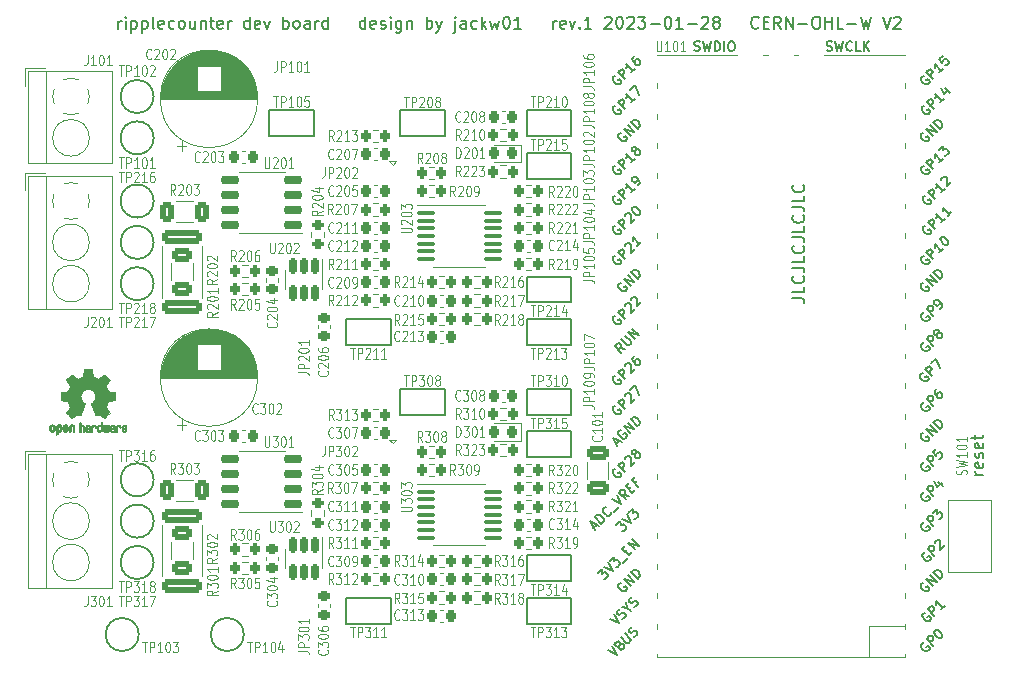
<source format=gto>
G04 #@! TF.GenerationSoftware,KiCad,Pcbnew,(6.0.2)*
G04 #@! TF.CreationDate,2023-01-29T12:52:02-08:00*
G04 #@! TF.ProjectId,ripplecounter,72697070-6c65-4636-9f75-6e7465722e6b,rev?*
G04 #@! TF.SameCoordinates,Original*
G04 #@! TF.FileFunction,Legend,Top*
G04 #@! TF.FilePolarity,Positive*
%FSLAX46Y46*%
G04 Gerber Fmt 4.6, Leading zero omitted, Abs format (unit mm)*
G04 Created by KiCad (PCBNEW (6.0.2)) date 2023-01-29 12:52:02*
%MOMM*%
%LPD*%
G01*
G04 APERTURE LIST*
G04 Aperture macros list*
%AMRoundRect*
0 Rectangle with rounded corners*
0 $1 Rounding radius*
0 $2 $3 $4 $5 $6 $7 $8 $9 X,Y pos of 4 corners*
0 Add a 4 corners polygon primitive as box body*
4,1,4,$2,$3,$4,$5,$6,$7,$8,$9,$2,$3,0*
0 Add four circle primitives for the rounded corners*
1,1,$1+$1,$2,$3*
1,1,$1+$1,$4,$5*
1,1,$1+$1,$6,$7*
1,1,$1+$1,$8,$9*
0 Add four rect primitives between the rounded corners*
20,1,$1+$1,$2,$3,$4,$5,0*
20,1,$1+$1,$4,$5,$6,$7,0*
20,1,$1+$1,$6,$7,$8,$9,0*
20,1,$1+$1,$8,$9,$2,$3,0*%
G04 Aperture macros list end*
%ADD10C,0.150000*%
%ADD11C,0.120000*%
%ADD12C,0.010000*%
%ADD13RoundRect,0.150000X0.650000X0.150000X-0.650000X0.150000X-0.650000X-0.150000X0.650000X-0.150000X0*%
%ADD14R,2.410000X3.100000*%
%ADD15R,0.950000X0.875000*%
%ADD16RoundRect,0.200000X-0.200000X-0.275000X0.200000X-0.275000X0.200000X0.275000X-0.200000X0.275000X0*%
%ADD17RoundRect,0.218750X0.218750X0.256250X-0.218750X0.256250X-0.218750X-0.256250X0.218750X-0.256250X0*%
%ADD18C,2.000000*%
%ADD19R,1.500000X1.500000*%
%ADD20R,3.400000X1.800000*%
%ADD21RoundRect,0.200000X0.200000X0.275000X-0.200000X0.275000X-0.200000X-0.275000X0.200000X-0.275000X0*%
%ADD22RoundRect,0.225000X0.225000X0.250000X-0.225000X0.250000X-0.225000X-0.250000X0.225000X-0.250000X0*%
%ADD23RoundRect,0.225000X-0.225000X-0.250000X0.225000X-0.250000X0.225000X0.250000X-0.225000X0.250000X0*%
%ADD24R,1.600000X1.600000*%
%ADD25C,1.600000*%
%ADD26RoundRect,0.250000X1.425000X-0.362500X1.425000X0.362500X-1.425000X0.362500X-1.425000X-0.362500X0*%
%ADD27RoundRect,0.250000X0.625000X-0.312500X0.625000X0.312500X-0.625000X0.312500X-0.625000X-0.312500X0*%
%ADD28RoundRect,0.250000X-0.312500X-0.625000X0.312500X-0.625000X0.312500X0.625000X-0.312500X0.625000X0*%
%ADD29C,2.200000*%
%ADD30RoundRect,0.200000X-0.275000X0.200000X-0.275000X-0.200000X0.275000X-0.200000X0.275000X0.200000X0*%
%ADD31RoundRect,0.225000X0.250000X-0.225000X0.250000X0.225000X-0.250000X0.225000X-0.250000X-0.225000X0*%
%ADD32R,1.700000X3.500000*%
%ADD33O,1.700000X1.700000*%
%ADD34R,1.700000X1.700000*%
%ADD35R,3.500000X1.700000*%
%ADD36O,1.800000X1.800000*%
%ADD37O,1.500000X1.500000*%
%ADD38R,2.400000X2.400000*%
%ADD39C,2.400000*%
%ADD40RoundRect,0.100000X-0.637500X-0.100000X0.637500X-0.100000X0.637500X0.100000X-0.637500X0.100000X0*%
%ADD41RoundRect,0.250000X0.650000X-0.325000X0.650000X0.325000X-0.650000X0.325000X-0.650000X-0.325000X0*%
%ADD42RoundRect,0.150000X-0.150000X0.512500X-0.150000X-0.512500X0.150000X-0.512500X0.150000X0.512500X0*%
%ADD43R,0.875000X1.000000*%
%ADD44R,0.875000X0.950000*%
%ADD45RoundRect,0.225000X-0.250000X0.225000X-0.250000X-0.225000X0.250000X-0.225000X0.250000X0.225000X0*%
G04 APERTURE END LIST*
D10*
X130852380Y-90069047D02*
X130185714Y-90069047D01*
X130376190Y-90069047D02*
X130280952Y-90021428D01*
X130233333Y-89973809D01*
X130185714Y-89878571D01*
X130185714Y-89783333D01*
X130804761Y-89069047D02*
X130852380Y-89164285D01*
X130852380Y-89354761D01*
X130804761Y-89450000D01*
X130709523Y-89497619D01*
X130328571Y-89497619D01*
X130233333Y-89450000D01*
X130185714Y-89354761D01*
X130185714Y-89164285D01*
X130233333Y-89069047D01*
X130328571Y-89021428D01*
X130423809Y-89021428D01*
X130519047Y-89497619D01*
X130804761Y-88640476D02*
X130852380Y-88545238D01*
X130852380Y-88354761D01*
X130804761Y-88259523D01*
X130709523Y-88211904D01*
X130661904Y-88211904D01*
X130566666Y-88259523D01*
X130519047Y-88354761D01*
X130519047Y-88497619D01*
X130471428Y-88592857D01*
X130376190Y-88640476D01*
X130328571Y-88640476D01*
X130233333Y-88592857D01*
X130185714Y-88497619D01*
X130185714Y-88354761D01*
X130233333Y-88259523D01*
X130804761Y-87402380D02*
X130852380Y-87497619D01*
X130852380Y-87688095D01*
X130804761Y-87783333D01*
X130709523Y-87830952D01*
X130328571Y-87830952D01*
X130233333Y-87783333D01*
X130185714Y-87688095D01*
X130185714Y-87497619D01*
X130233333Y-87402380D01*
X130328571Y-87354761D01*
X130423809Y-87354761D01*
X130519047Y-87830952D01*
X130185714Y-87069047D02*
X130185714Y-86688095D01*
X129852380Y-86926190D02*
X130709523Y-86926190D01*
X130804761Y-86878571D01*
X130852380Y-86783333D01*
X130852380Y-86688095D01*
X57635595Y-52302380D02*
X57635595Y-51635714D01*
X57635595Y-51826190D02*
X57683214Y-51730952D01*
X57730833Y-51683333D01*
X57826071Y-51635714D01*
X57921309Y-51635714D01*
X58254642Y-52302380D02*
X58254642Y-51635714D01*
X58254642Y-51302380D02*
X58207023Y-51350000D01*
X58254642Y-51397619D01*
X58302261Y-51350000D01*
X58254642Y-51302380D01*
X58254642Y-51397619D01*
X58730833Y-51635714D02*
X58730833Y-52635714D01*
X58730833Y-51683333D02*
X58826071Y-51635714D01*
X59016547Y-51635714D01*
X59111785Y-51683333D01*
X59159404Y-51730952D01*
X59207023Y-51826190D01*
X59207023Y-52111904D01*
X59159404Y-52207142D01*
X59111785Y-52254761D01*
X59016547Y-52302380D01*
X58826071Y-52302380D01*
X58730833Y-52254761D01*
X59635595Y-51635714D02*
X59635595Y-52635714D01*
X59635595Y-51683333D02*
X59730833Y-51635714D01*
X59921309Y-51635714D01*
X60016547Y-51683333D01*
X60064166Y-51730952D01*
X60111785Y-51826190D01*
X60111785Y-52111904D01*
X60064166Y-52207142D01*
X60016547Y-52254761D01*
X59921309Y-52302380D01*
X59730833Y-52302380D01*
X59635595Y-52254761D01*
X60683214Y-52302380D02*
X60587976Y-52254761D01*
X60540357Y-52159523D01*
X60540357Y-51302380D01*
X61445119Y-52254761D02*
X61349880Y-52302380D01*
X61159404Y-52302380D01*
X61064166Y-52254761D01*
X61016547Y-52159523D01*
X61016547Y-51778571D01*
X61064166Y-51683333D01*
X61159404Y-51635714D01*
X61349880Y-51635714D01*
X61445119Y-51683333D01*
X61492738Y-51778571D01*
X61492738Y-51873809D01*
X61016547Y-51969047D01*
X62349880Y-52254761D02*
X62254642Y-52302380D01*
X62064166Y-52302380D01*
X61968928Y-52254761D01*
X61921309Y-52207142D01*
X61873690Y-52111904D01*
X61873690Y-51826190D01*
X61921309Y-51730952D01*
X61968928Y-51683333D01*
X62064166Y-51635714D01*
X62254642Y-51635714D01*
X62349880Y-51683333D01*
X62921309Y-52302380D02*
X62826071Y-52254761D01*
X62778452Y-52207142D01*
X62730833Y-52111904D01*
X62730833Y-51826190D01*
X62778452Y-51730952D01*
X62826071Y-51683333D01*
X62921309Y-51635714D01*
X63064166Y-51635714D01*
X63159404Y-51683333D01*
X63207023Y-51730952D01*
X63254642Y-51826190D01*
X63254642Y-52111904D01*
X63207023Y-52207142D01*
X63159404Y-52254761D01*
X63064166Y-52302380D01*
X62921309Y-52302380D01*
X64111785Y-51635714D02*
X64111785Y-52302380D01*
X63683214Y-51635714D02*
X63683214Y-52159523D01*
X63730833Y-52254761D01*
X63826071Y-52302380D01*
X63968928Y-52302380D01*
X64064166Y-52254761D01*
X64111785Y-52207142D01*
X64587976Y-51635714D02*
X64587976Y-52302380D01*
X64587976Y-51730952D02*
X64635595Y-51683333D01*
X64730833Y-51635714D01*
X64873690Y-51635714D01*
X64968928Y-51683333D01*
X65016547Y-51778571D01*
X65016547Y-52302380D01*
X65349880Y-51635714D02*
X65730833Y-51635714D01*
X65492738Y-51302380D02*
X65492738Y-52159523D01*
X65540357Y-52254761D01*
X65635595Y-52302380D01*
X65730833Y-52302380D01*
X66445119Y-52254761D02*
X66349880Y-52302380D01*
X66159404Y-52302380D01*
X66064166Y-52254761D01*
X66016547Y-52159523D01*
X66016547Y-51778571D01*
X66064166Y-51683333D01*
X66159404Y-51635714D01*
X66349880Y-51635714D01*
X66445119Y-51683333D01*
X66492738Y-51778571D01*
X66492738Y-51873809D01*
X66016547Y-51969047D01*
X66921309Y-52302380D02*
X66921309Y-51635714D01*
X66921309Y-51826190D02*
X66968928Y-51730952D01*
X67016547Y-51683333D01*
X67111785Y-51635714D01*
X67207023Y-51635714D01*
X68730833Y-52302380D02*
X68730833Y-51302380D01*
X68730833Y-52254761D02*
X68635595Y-52302380D01*
X68445119Y-52302380D01*
X68349880Y-52254761D01*
X68302261Y-52207142D01*
X68254642Y-52111904D01*
X68254642Y-51826190D01*
X68302261Y-51730952D01*
X68349880Y-51683333D01*
X68445119Y-51635714D01*
X68635595Y-51635714D01*
X68730833Y-51683333D01*
X69587976Y-52254761D02*
X69492738Y-52302380D01*
X69302261Y-52302380D01*
X69207023Y-52254761D01*
X69159404Y-52159523D01*
X69159404Y-51778571D01*
X69207023Y-51683333D01*
X69302261Y-51635714D01*
X69492738Y-51635714D01*
X69587976Y-51683333D01*
X69635595Y-51778571D01*
X69635595Y-51873809D01*
X69159404Y-51969047D01*
X69968928Y-51635714D02*
X70207023Y-52302380D01*
X70445119Y-51635714D01*
X71587976Y-52302380D02*
X71587976Y-51302380D01*
X71587976Y-51683333D02*
X71683214Y-51635714D01*
X71873690Y-51635714D01*
X71968928Y-51683333D01*
X72016547Y-51730952D01*
X72064166Y-51826190D01*
X72064166Y-52111904D01*
X72016547Y-52207142D01*
X71968928Y-52254761D01*
X71873690Y-52302380D01*
X71683214Y-52302380D01*
X71587976Y-52254761D01*
X72635595Y-52302380D02*
X72540357Y-52254761D01*
X72492738Y-52207142D01*
X72445119Y-52111904D01*
X72445119Y-51826190D01*
X72492738Y-51730952D01*
X72540357Y-51683333D01*
X72635595Y-51635714D01*
X72778452Y-51635714D01*
X72873690Y-51683333D01*
X72921309Y-51730952D01*
X72968928Y-51826190D01*
X72968928Y-52111904D01*
X72921309Y-52207142D01*
X72873690Y-52254761D01*
X72778452Y-52302380D01*
X72635595Y-52302380D01*
X73826071Y-52302380D02*
X73826071Y-51778571D01*
X73778452Y-51683333D01*
X73683214Y-51635714D01*
X73492738Y-51635714D01*
X73397500Y-51683333D01*
X73826071Y-52254761D02*
X73730833Y-52302380D01*
X73492738Y-52302380D01*
X73397500Y-52254761D01*
X73349880Y-52159523D01*
X73349880Y-52064285D01*
X73397500Y-51969047D01*
X73492738Y-51921428D01*
X73730833Y-51921428D01*
X73826071Y-51873809D01*
X74302261Y-52302380D02*
X74302261Y-51635714D01*
X74302261Y-51826190D02*
X74349880Y-51730952D01*
X74397500Y-51683333D01*
X74492738Y-51635714D01*
X74587976Y-51635714D01*
X75349880Y-52302380D02*
X75349880Y-51302380D01*
X75349880Y-52254761D02*
X75254642Y-52302380D01*
X75064166Y-52302380D01*
X74968928Y-52254761D01*
X74921309Y-52207142D01*
X74873690Y-52111904D01*
X74873690Y-51826190D01*
X74921309Y-51730952D01*
X74968928Y-51683333D01*
X75064166Y-51635714D01*
X75254642Y-51635714D01*
X75349880Y-51683333D01*
X78540357Y-52302380D02*
X78540357Y-51302380D01*
X78540357Y-52254761D02*
X78445119Y-52302380D01*
X78254642Y-52302380D01*
X78159404Y-52254761D01*
X78111785Y-52207142D01*
X78064166Y-52111904D01*
X78064166Y-51826190D01*
X78111785Y-51730952D01*
X78159404Y-51683333D01*
X78254642Y-51635714D01*
X78445119Y-51635714D01*
X78540357Y-51683333D01*
X79397500Y-52254761D02*
X79302261Y-52302380D01*
X79111785Y-52302380D01*
X79016547Y-52254761D01*
X78968928Y-52159523D01*
X78968928Y-51778571D01*
X79016547Y-51683333D01*
X79111785Y-51635714D01*
X79302261Y-51635714D01*
X79397500Y-51683333D01*
X79445119Y-51778571D01*
X79445119Y-51873809D01*
X78968928Y-51969047D01*
X79826071Y-52254761D02*
X79921309Y-52302380D01*
X80111785Y-52302380D01*
X80207023Y-52254761D01*
X80254642Y-52159523D01*
X80254642Y-52111904D01*
X80207023Y-52016666D01*
X80111785Y-51969047D01*
X79968928Y-51969047D01*
X79873690Y-51921428D01*
X79826071Y-51826190D01*
X79826071Y-51778571D01*
X79873690Y-51683333D01*
X79968928Y-51635714D01*
X80111785Y-51635714D01*
X80207023Y-51683333D01*
X80683214Y-52302380D02*
X80683214Y-51635714D01*
X80683214Y-51302380D02*
X80635595Y-51350000D01*
X80683214Y-51397619D01*
X80730833Y-51350000D01*
X80683214Y-51302380D01*
X80683214Y-51397619D01*
X81587976Y-51635714D02*
X81587976Y-52445238D01*
X81540357Y-52540476D01*
X81492738Y-52588095D01*
X81397500Y-52635714D01*
X81254642Y-52635714D01*
X81159404Y-52588095D01*
X81587976Y-52254761D02*
X81492738Y-52302380D01*
X81302261Y-52302380D01*
X81207023Y-52254761D01*
X81159404Y-52207142D01*
X81111785Y-52111904D01*
X81111785Y-51826190D01*
X81159404Y-51730952D01*
X81207023Y-51683333D01*
X81302261Y-51635714D01*
X81492738Y-51635714D01*
X81587976Y-51683333D01*
X82064166Y-51635714D02*
X82064166Y-52302380D01*
X82064166Y-51730952D02*
X82111785Y-51683333D01*
X82207023Y-51635714D01*
X82349880Y-51635714D01*
X82445119Y-51683333D01*
X82492738Y-51778571D01*
X82492738Y-52302380D01*
X83730833Y-52302380D02*
X83730833Y-51302380D01*
X83730833Y-51683333D02*
X83826071Y-51635714D01*
X84016547Y-51635714D01*
X84111785Y-51683333D01*
X84159404Y-51730952D01*
X84207023Y-51826190D01*
X84207023Y-52111904D01*
X84159404Y-52207142D01*
X84111785Y-52254761D01*
X84016547Y-52302380D01*
X83826071Y-52302380D01*
X83730833Y-52254761D01*
X84540357Y-51635714D02*
X84778452Y-52302380D01*
X85016547Y-51635714D02*
X84778452Y-52302380D01*
X84683214Y-52540476D01*
X84635595Y-52588095D01*
X84540357Y-52635714D01*
X86159404Y-51635714D02*
X86159404Y-52492857D01*
X86111785Y-52588095D01*
X86016547Y-52635714D01*
X85968928Y-52635714D01*
X86159404Y-51302380D02*
X86111785Y-51350000D01*
X86159404Y-51397619D01*
X86207023Y-51350000D01*
X86159404Y-51302380D01*
X86159404Y-51397619D01*
X87064166Y-52302380D02*
X87064166Y-51778571D01*
X87016547Y-51683333D01*
X86921309Y-51635714D01*
X86730833Y-51635714D01*
X86635595Y-51683333D01*
X87064166Y-52254761D02*
X86968928Y-52302380D01*
X86730833Y-52302380D01*
X86635595Y-52254761D01*
X86587976Y-52159523D01*
X86587976Y-52064285D01*
X86635595Y-51969047D01*
X86730833Y-51921428D01*
X86968928Y-51921428D01*
X87064166Y-51873809D01*
X87968928Y-52254761D02*
X87873690Y-52302380D01*
X87683214Y-52302380D01*
X87587976Y-52254761D01*
X87540357Y-52207142D01*
X87492738Y-52111904D01*
X87492738Y-51826190D01*
X87540357Y-51730952D01*
X87587976Y-51683333D01*
X87683214Y-51635714D01*
X87873690Y-51635714D01*
X87968928Y-51683333D01*
X88397499Y-52302380D02*
X88397499Y-51302380D01*
X88492738Y-51921428D02*
X88778452Y-52302380D01*
X88778452Y-51635714D02*
X88397499Y-52016666D01*
X89111785Y-51635714D02*
X89302261Y-52302380D01*
X89492738Y-51826190D01*
X89683214Y-52302380D01*
X89873690Y-51635714D01*
X90445119Y-51302380D02*
X90540357Y-51302380D01*
X90635595Y-51350000D01*
X90683214Y-51397619D01*
X90730833Y-51492857D01*
X90778452Y-51683333D01*
X90778452Y-51921428D01*
X90730833Y-52111904D01*
X90683214Y-52207142D01*
X90635595Y-52254761D01*
X90540357Y-52302380D01*
X90445119Y-52302380D01*
X90349880Y-52254761D01*
X90302261Y-52207142D01*
X90254642Y-52111904D01*
X90207023Y-51921428D01*
X90207023Y-51683333D01*
X90254642Y-51492857D01*
X90302261Y-51397619D01*
X90349880Y-51350000D01*
X90445119Y-51302380D01*
X91730833Y-52302380D02*
X91159404Y-52302380D01*
X91445119Y-52302380D02*
X91445119Y-51302380D01*
X91349880Y-51445238D01*
X91254642Y-51540476D01*
X91159404Y-51588095D01*
X94445119Y-52302380D02*
X94445119Y-51635714D01*
X94445119Y-51826190D02*
X94492738Y-51730952D01*
X94540357Y-51683333D01*
X94635595Y-51635714D01*
X94730833Y-51635714D01*
X95445119Y-52254761D02*
X95349880Y-52302380D01*
X95159404Y-52302380D01*
X95064166Y-52254761D01*
X95016547Y-52159523D01*
X95016547Y-51778571D01*
X95064166Y-51683333D01*
X95159404Y-51635714D01*
X95349880Y-51635714D01*
X95445119Y-51683333D01*
X95492738Y-51778571D01*
X95492738Y-51873809D01*
X95016547Y-51969047D01*
X95826071Y-51635714D02*
X96064166Y-52302380D01*
X96302261Y-51635714D01*
X96683214Y-52207142D02*
X96730833Y-52254761D01*
X96683214Y-52302380D01*
X96635595Y-52254761D01*
X96683214Y-52207142D01*
X96683214Y-52302380D01*
X97683214Y-52302380D02*
X97111785Y-52302380D01*
X97397500Y-52302380D02*
X97397500Y-51302380D01*
X97302261Y-51445238D01*
X97207023Y-51540476D01*
X97111785Y-51588095D01*
X98826071Y-51397619D02*
X98873690Y-51350000D01*
X98968928Y-51302380D01*
X99207023Y-51302380D01*
X99302261Y-51350000D01*
X99349880Y-51397619D01*
X99397500Y-51492857D01*
X99397500Y-51588095D01*
X99349880Y-51730952D01*
X98778452Y-52302380D01*
X99397500Y-52302380D01*
X100016547Y-51302380D02*
X100111785Y-51302380D01*
X100207023Y-51350000D01*
X100254642Y-51397619D01*
X100302261Y-51492857D01*
X100349880Y-51683333D01*
X100349880Y-51921428D01*
X100302261Y-52111904D01*
X100254642Y-52207142D01*
X100207023Y-52254761D01*
X100111785Y-52302380D01*
X100016547Y-52302380D01*
X99921309Y-52254761D01*
X99873690Y-52207142D01*
X99826071Y-52111904D01*
X99778452Y-51921428D01*
X99778452Y-51683333D01*
X99826071Y-51492857D01*
X99873690Y-51397619D01*
X99921309Y-51350000D01*
X100016547Y-51302380D01*
X100730833Y-51397619D02*
X100778452Y-51350000D01*
X100873690Y-51302380D01*
X101111785Y-51302380D01*
X101207023Y-51350000D01*
X101254642Y-51397619D01*
X101302261Y-51492857D01*
X101302261Y-51588095D01*
X101254642Y-51730952D01*
X100683214Y-52302380D01*
X101302261Y-52302380D01*
X101635595Y-51302380D02*
X102254642Y-51302380D01*
X101921309Y-51683333D01*
X102064166Y-51683333D01*
X102159404Y-51730952D01*
X102207023Y-51778571D01*
X102254642Y-51873809D01*
X102254642Y-52111904D01*
X102207023Y-52207142D01*
X102159404Y-52254761D01*
X102064166Y-52302380D01*
X101778452Y-52302380D01*
X101683214Y-52254761D01*
X101635595Y-52207142D01*
X102683214Y-51921428D02*
X103445119Y-51921428D01*
X104111785Y-51302380D02*
X104207023Y-51302380D01*
X104302261Y-51350000D01*
X104349880Y-51397619D01*
X104397500Y-51492857D01*
X104445119Y-51683333D01*
X104445119Y-51921428D01*
X104397500Y-52111904D01*
X104349880Y-52207142D01*
X104302261Y-52254761D01*
X104207023Y-52302380D01*
X104111785Y-52302380D01*
X104016547Y-52254761D01*
X103968928Y-52207142D01*
X103921309Y-52111904D01*
X103873690Y-51921428D01*
X103873690Y-51683333D01*
X103921309Y-51492857D01*
X103968928Y-51397619D01*
X104016547Y-51350000D01*
X104111785Y-51302380D01*
X105397500Y-52302380D02*
X104826071Y-52302380D01*
X105111785Y-52302380D02*
X105111785Y-51302380D01*
X105016547Y-51445238D01*
X104921309Y-51540476D01*
X104826071Y-51588095D01*
X105826071Y-51921428D02*
X106587976Y-51921428D01*
X107016547Y-51397619D02*
X107064166Y-51350000D01*
X107159404Y-51302380D01*
X107397500Y-51302380D01*
X107492738Y-51350000D01*
X107540357Y-51397619D01*
X107587976Y-51492857D01*
X107587976Y-51588095D01*
X107540357Y-51730952D01*
X106968928Y-52302380D01*
X107587976Y-52302380D01*
X108159404Y-51730952D02*
X108064166Y-51683333D01*
X108016547Y-51635714D01*
X107968928Y-51540476D01*
X107968928Y-51492857D01*
X108016547Y-51397619D01*
X108064166Y-51350000D01*
X108159404Y-51302380D01*
X108349880Y-51302380D01*
X108445119Y-51350000D01*
X108492738Y-51397619D01*
X108540357Y-51492857D01*
X108540357Y-51540476D01*
X108492738Y-51635714D01*
X108445119Y-51683333D01*
X108349880Y-51730952D01*
X108159404Y-51730952D01*
X108064166Y-51778571D01*
X108016547Y-51826190D01*
X107968928Y-51921428D01*
X107968928Y-52111904D01*
X108016547Y-52207142D01*
X108064166Y-52254761D01*
X108159404Y-52302380D01*
X108349880Y-52302380D01*
X108445119Y-52254761D01*
X108492738Y-52207142D01*
X108540357Y-52111904D01*
X108540357Y-51921428D01*
X108492738Y-51826190D01*
X108445119Y-51778571D01*
X108349880Y-51730952D01*
X111826071Y-52207142D02*
X111778452Y-52254761D01*
X111635595Y-52302380D01*
X111540357Y-52302380D01*
X111397500Y-52254761D01*
X111302261Y-52159523D01*
X111254642Y-52064285D01*
X111207023Y-51873809D01*
X111207023Y-51730952D01*
X111254642Y-51540476D01*
X111302261Y-51445238D01*
X111397500Y-51350000D01*
X111540357Y-51302380D01*
X111635595Y-51302380D01*
X111778452Y-51350000D01*
X111826071Y-51397619D01*
X112254642Y-51778571D02*
X112587976Y-51778571D01*
X112730833Y-52302380D02*
X112254642Y-52302380D01*
X112254642Y-51302380D01*
X112730833Y-51302380D01*
X113730833Y-52302380D02*
X113397500Y-51826190D01*
X113159404Y-52302380D02*
X113159404Y-51302380D01*
X113540357Y-51302380D01*
X113635595Y-51350000D01*
X113683214Y-51397619D01*
X113730833Y-51492857D01*
X113730833Y-51635714D01*
X113683214Y-51730952D01*
X113635595Y-51778571D01*
X113540357Y-51826190D01*
X113159404Y-51826190D01*
X114159404Y-52302380D02*
X114159404Y-51302380D01*
X114730833Y-52302380D01*
X114730833Y-51302380D01*
X115207023Y-51921428D02*
X115968928Y-51921428D01*
X116635595Y-51302380D02*
X116826071Y-51302380D01*
X116921309Y-51350000D01*
X117016547Y-51445238D01*
X117064166Y-51635714D01*
X117064166Y-51969047D01*
X117016547Y-52159523D01*
X116921309Y-52254761D01*
X116826071Y-52302380D01*
X116635595Y-52302380D01*
X116540357Y-52254761D01*
X116445119Y-52159523D01*
X116397500Y-51969047D01*
X116397500Y-51635714D01*
X116445119Y-51445238D01*
X116540357Y-51350000D01*
X116635595Y-51302380D01*
X117492738Y-52302380D02*
X117492738Y-51302380D01*
X117492738Y-51778571D02*
X118064166Y-51778571D01*
X118064166Y-52302380D02*
X118064166Y-51302380D01*
X119016547Y-52302380D02*
X118540357Y-52302380D01*
X118540357Y-51302380D01*
X119349880Y-51921428D02*
X120111785Y-51921428D01*
X120492738Y-51302380D02*
X120730833Y-52302380D01*
X120921309Y-51588095D01*
X121111785Y-52302380D01*
X121349880Y-51302380D01*
X122349880Y-51302380D02*
X122683214Y-52302380D01*
X123016547Y-51302380D01*
X123302261Y-51397619D02*
X123349880Y-51350000D01*
X123445119Y-51302380D01*
X123683214Y-51302380D01*
X123778452Y-51350000D01*
X123826071Y-51397619D01*
X123873690Y-51492857D01*
X123873690Y-51588095D01*
X123826071Y-51730952D01*
X123254642Y-52302380D01*
X123873690Y-52302380D01*
X114702380Y-75119047D02*
X115416666Y-75119047D01*
X115559523Y-75166666D01*
X115654761Y-75261904D01*
X115702380Y-75404761D01*
X115702380Y-75500000D01*
X115702380Y-74166666D02*
X115702380Y-74642857D01*
X114702380Y-74642857D01*
X115607142Y-73261904D02*
X115654761Y-73309523D01*
X115702380Y-73452380D01*
X115702380Y-73547619D01*
X115654761Y-73690476D01*
X115559523Y-73785714D01*
X115464285Y-73833333D01*
X115273809Y-73880952D01*
X115130952Y-73880952D01*
X114940476Y-73833333D01*
X114845238Y-73785714D01*
X114750000Y-73690476D01*
X114702380Y-73547619D01*
X114702380Y-73452380D01*
X114750000Y-73309523D01*
X114797619Y-73261904D01*
X114702380Y-72547619D02*
X115416666Y-72547619D01*
X115559523Y-72595238D01*
X115654761Y-72690476D01*
X115702380Y-72833333D01*
X115702380Y-72928571D01*
X115702380Y-71595238D02*
X115702380Y-72071428D01*
X114702380Y-72071428D01*
X115607142Y-70690476D02*
X115654761Y-70738095D01*
X115702380Y-70880952D01*
X115702380Y-70976190D01*
X115654761Y-71119047D01*
X115559523Y-71214285D01*
X115464285Y-71261904D01*
X115273809Y-71309523D01*
X115130952Y-71309523D01*
X114940476Y-71261904D01*
X114845238Y-71214285D01*
X114750000Y-71119047D01*
X114702380Y-70976190D01*
X114702380Y-70880952D01*
X114750000Y-70738095D01*
X114797619Y-70690476D01*
X114702380Y-69976190D02*
X115416666Y-69976190D01*
X115559523Y-70023809D01*
X115654761Y-70119047D01*
X115702380Y-70261904D01*
X115702380Y-70357142D01*
X115702380Y-69023809D02*
X115702380Y-69500000D01*
X114702380Y-69500000D01*
X115607142Y-68119047D02*
X115654761Y-68166666D01*
X115702380Y-68309523D01*
X115702380Y-68404761D01*
X115654761Y-68547619D01*
X115559523Y-68642857D01*
X115464285Y-68690476D01*
X115273809Y-68738095D01*
X115130952Y-68738095D01*
X114940476Y-68690476D01*
X114845238Y-68642857D01*
X114750000Y-68547619D01*
X114702380Y-68404761D01*
X114702380Y-68309523D01*
X114750000Y-68166666D01*
X114797619Y-68119047D01*
X114702380Y-67404761D02*
X115416666Y-67404761D01*
X115559523Y-67452380D01*
X115654761Y-67547619D01*
X115702380Y-67690476D01*
X115702380Y-67785714D01*
X115702380Y-66452380D02*
X115702380Y-66928571D01*
X114702380Y-66928571D01*
X115607142Y-65547619D02*
X115654761Y-65595238D01*
X115702380Y-65738095D01*
X115702380Y-65833333D01*
X115654761Y-65976190D01*
X115559523Y-66071428D01*
X115464285Y-66119047D01*
X115273809Y-66166666D01*
X115130952Y-66166666D01*
X114940476Y-66119047D01*
X114845238Y-66071428D01*
X114750000Y-65976190D01*
X114702380Y-65833333D01*
X114702380Y-65738095D01*
X114750000Y-65595238D01*
X114797619Y-65547619D01*
D11*
X70015000Y-86807142D02*
X70015000Y-87535714D01*
X70048333Y-87621428D01*
X70081666Y-87664285D01*
X70148333Y-87707142D01*
X70281666Y-87707142D01*
X70348333Y-87664285D01*
X70381666Y-87621428D01*
X70415000Y-87535714D01*
X70415000Y-86807142D01*
X70681666Y-86807142D02*
X71115000Y-86807142D01*
X70881666Y-87150000D01*
X70981666Y-87150000D01*
X71048333Y-87192857D01*
X71081666Y-87235714D01*
X71115000Y-87321428D01*
X71115000Y-87535714D01*
X71081666Y-87621428D01*
X71048333Y-87664285D01*
X70981666Y-87707142D01*
X70781666Y-87707142D01*
X70715000Y-87664285D01*
X70681666Y-87621428D01*
X71548333Y-86807142D02*
X71615000Y-86807142D01*
X71681666Y-86850000D01*
X71715000Y-86892857D01*
X71748333Y-86978571D01*
X71781666Y-87150000D01*
X71781666Y-87364285D01*
X71748333Y-87535714D01*
X71715000Y-87621428D01*
X71681666Y-87664285D01*
X71615000Y-87707142D01*
X71548333Y-87707142D01*
X71481666Y-87664285D01*
X71448333Y-87621428D01*
X71415000Y-87535714D01*
X71381666Y-87364285D01*
X71381666Y-87150000D01*
X71415000Y-86978571D01*
X71448333Y-86892857D01*
X71481666Y-86850000D01*
X71548333Y-86807142D01*
X72448333Y-87707142D02*
X72048333Y-87707142D01*
X72248333Y-87707142D02*
X72248333Y-86807142D01*
X72181666Y-86935714D01*
X72115000Y-87021428D01*
X72048333Y-87064285D01*
X70015000Y-63207142D02*
X70015000Y-63935714D01*
X70048333Y-64021428D01*
X70081666Y-64064285D01*
X70148333Y-64107142D01*
X70281666Y-64107142D01*
X70348333Y-64064285D01*
X70381666Y-64021428D01*
X70415000Y-63935714D01*
X70415000Y-63207142D01*
X70715000Y-63292857D02*
X70748333Y-63250000D01*
X70815000Y-63207142D01*
X70981666Y-63207142D01*
X71048333Y-63250000D01*
X71081666Y-63292857D01*
X71115000Y-63378571D01*
X71115000Y-63464285D01*
X71081666Y-63592857D01*
X70681666Y-64107142D01*
X71115000Y-64107142D01*
X71548333Y-63207142D02*
X71615000Y-63207142D01*
X71681666Y-63250000D01*
X71715000Y-63292857D01*
X71748333Y-63378571D01*
X71781666Y-63550000D01*
X71781666Y-63764285D01*
X71748333Y-63935714D01*
X71715000Y-64021428D01*
X71681666Y-64064285D01*
X71615000Y-64107142D01*
X71548333Y-64107142D01*
X71481666Y-64064285D01*
X71448333Y-64021428D01*
X71415000Y-63935714D01*
X71381666Y-63764285D01*
X71381666Y-63550000D01*
X71415000Y-63378571D01*
X71448333Y-63292857D01*
X71481666Y-63250000D01*
X71548333Y-63207142D01*
X72448333Y-64107142D02*
X72048333Y-64107142D01*
X72248333Y-64107142D02*
X72248333Y-63207142D01*
X72181666Y-63335714D01*
X72115000Y-63421428D01*
X72048333Y-63464285D01*
X97007142Y-84200000D02*
X97650000Y-84200000D01*
X97778571Y-84233333D01*
X97864285Y-84300000D01*
X97907142Y-84400000D01*
X97907142Y-84466666D01*
X97907142Y-83866666D02*
X97007142Y-83866666D01*
X97007142Y-83600000D01*
X97050000Y-83533333D01*
X97092857Y-83500000D01*
X97178571Y-83466666D01*
X97307142Y-83466666D01*
X97392857Y-83500000D01*
X97435714Y-83533333D01*
X97478571Y-83600000D01*
X97478571Y-83866666D01*
X97907142Y-82800000D02*
X97907142Y-83200000D01*
X97907142Y-83000000D02*
X97007142Y-83000000D01*
X97135714Y-83066666D01*
X97221428Y-83133333D01*
X97264285Y-83200000D01*
X97007142Y-82366666D02*
X97007142Y-82300000D01*
X97050000Y-82233333D01*
X97092857Y-82200000D01*
X97178571Y-82166666D01*
X97350000Y-82133333D01*
X97564285Y-82133333D01*
X97735714Y-82166666D01*
X97821428Y-82200000D01*
X97864285Y-82233333D01*
X97907142Y-82300000D01*
X97907142Y-82366666D01*
X97864285Y-82433333D01*
X97821428Y-82466666D01*
X97735714Y-82500000D01*
X97564285Y-82533333D01*
X97350000Y-82533333D01*
X97178571Y-82500000D01*
X97092857Y-82466666D01*
X97050000Y-82433333D01*
X97007142Y-82366666D01*
X97907142Y-81800000D02*
X97907142Y-81666666D01*
X97864285Y-81600000D01*
X97821428Y-81566666D01*
X97692857Y-81500000D01*
X97521428Y-81466666D01*
X97178571Y-81466666D01*
X97092857Y-81500000D01*
X97050000Y-81533333D01*
X97007142Y-81600000D01*
X97007142Y-81733333D01*
X97050000Y-81800000D01*
X97092857Y-81833333D01*
X97178571Y-81866666D01*
X97392857Y-81866666D01*
X97478571Y-81833333D01*
X97521428Y-81800000D01*
X97564285Y-81733333D01*
X97564285Y-81600000D01*
X97521428Y-81533333D01*
X97478571Y-81500000D01*
X97392857Y-81466666D01*
X96991356Y-60475000D02*
X97634214Y-60475000D01*
X97762785Y-60508333D01*
X97848499Y-60575000D01*
X97891356Y-60675000D01*
X97891356Y-60741666D01*
X97891356Y-60141666D02*
X96991356Y-60141666D01*
X96991356Y-59875000D01*
X97034214Y-59808333D01*
X97077071Y-59775000D01*
X97162785Y-59741666D01*
X97291356Y-59741666D01*
X97377071Y-59775000D01*
X97419928Y-59808333D01*
X97462785Y-59875000D01*
X97462785Y-60141666D01*
X97891356Y-59075000D02*
X97891356Y-59475000D01*
X97891356Y-59275000D02*
X96991356Y-59275000D01*
X97119928Y-59341666D01*
X97205642Y-59408333D01*
X97248499Y-59475000D01*
X96991356Y-58641666D02*
X96991356Y-58575000D01*
X97034214Y-58508333D01*
X97077071Y-58475000D01*
X97162785Y-58441666D01*
X97334214Y-58408333D01*
X97548499Y-58408333D01*
X97719928Y-58441666D01*
X97805642Y-58475000D01*
X97848499Y-58508333D01*
X97891356Y-58575000D01*
X97891356Y-58641666D01*
X97848499Y-58708333D01*
X97805642Y-58741666D01*
X97719928Y-58775000D01*
X97548499Y-58808333D01*
X97334214Y-58808333D01*
X97162785Y-58775000D01*
X97077071Y-58741666D01*
X97034214Y-58708333D01*
X96991356Y-58641666D01*
X97377071Y-58008333D02*
X97334214Y-58075000D01*
X97291356Y-58108333D01*
X97205642Y-58141666D01*
X97162785Y-58141666D01*
X97077071Y-58108333D01*
X97034214Y-58075000D01*
X96991356Y-58008333D01*
X96991356Y-57875000D01*
X97034214Y-57808333D01*
X97077071Y-57775000D01*
X97162785Y-57741666D01*
X97205642Y-57741666D01*
X97291356Y-57775000D01*
X97334214Y-57808333D01*
X97377071Y-57875000D01*
X97377071Y-58008333D01*
X97419928Y-58075000D01*
X97462785Y-58108333D01*
X97548499Y-58141666D01*
X97719928Y-58141666D01*
X97805642Y-58108333D01*
X97848499Y-58075000D01*
X97891356Y-58008333D01*
X97891356Y-57875000D01*
X97848499Y-57808333D01*
X97805642Y-57775000D01*
X97719928Y-57741666D01*
X97548499Y-57741666D01*
X97462785Y-57775000D01*
X97419928Y-57808333D01*
X97377071Y-57875000D01*
X97021356Y-80950000D02*
X97664214Y-80950000D01*
X97792785Y-80983333D01*
X97878499Y-81050000D01*
X97921356Y-81150000D01*
X97921356Y-81216666D01*
X97921356Y-80616666D02*
X97021356Y-80616666D01*
X97021356Y-80350000D01*
X97064214Y-80283333D01*
X97107071Y-80250000D01*
X97192785Y-80216666D01*
X97321356Y-80216666D01*
X97407071Y-80250000D01*
X97449928Y-80283333D01*
X97492785Y-80350000D01*
X97492785Y-80616666D01*
X97921356Y-79550000D02*
X97921356Y-79950000D01*
X97921356Y-79750000D02*
X97021356Y-79750000D01*
X97149928Y-79816666D01*
X97235642Y-79883333D01*
X97278499Y-79950000D01*
X97021356Y-79116666D02*
X97021356Y-79050000D01*
X97064214Y-78983333D01*
X97107071Y-78950000D01*
X97192785Y-78916666D01*
X97364214Y-78883333D01*
X97578499Y-78883333D01*
X97749928Y-78916666D01*
X97835642Y-78950000D01*
X97878499Y-78983333D01*
X97921356Y-79050000D01*
X97921356Y-79116666D01*
X97878499Y-79183333D01*
X97835642Y-79216666D01*
X97749928Y-79250000D01*
X97578499Y-79283333D01*
X97364214Y-79283333D01*
X97192785Y-79250000D01*
X97107071Y-79216666D01*
X97064214Y-79183333D01*
X97021356Y-79116666D01*
X97021356Y-78650000D02*
X97021356Y-78183333D01*
X97921356Y-78483333D01*
X96991356Y-57192500D02*
X97634214Y-57192500D01*
X97762785Y-57225833D01*
X97848499Y-57292500D01*
X97891356Y-57392500D01*
X97891356Y-57459166D01*
X97891356Y-56859166D02*
X96991356Y-56859166D01*
X96991356Y-56592500D01*
X97034214Y-56525833D01*
X97077071Y-56492500D01*
X97162785Y-56459166D01*
X97291356Y-56459166D01*
X97377071Y-56492500D01*
X97419928Y-56525833D01*
X97462785Y-56592500D01*
X97462785Y-56859166D01*
X97891356Y-55792500D02*
X97891356Y-56192500D01*
X97891356Y-55992500D02*
X96991356Y-55992500D01*
X97119928Y-56059166D01*
X97205642Y-56125833D01*
X97248499Y-56192500D01*
X96991356Y-55359166D02*
X96991356Y-55292500D01*
X97034214Y-55225833D01*
X97077071Y-55192500D01*
X97162785Y-55159166D01*
X97334214Y-55125833D01*
X97548499Y-55125833D01*
X97719928Y-55159166D01*
X97805642Y-55192500D01*
X97848499Y-55225833D01*
X97891356Y-55292500D01*
X97891356Y-55359166D01*
X97848499Y-55425833D01*
X97805642Y-55459166D01*
X97719928Y-55492500D01*
X97548499Y-55525833D01*
X97334214Y-55525833D01*
X97162785Y-55492500D01*
X97077071Y-55459166D01*
X97034214Y-55425833D01*
X96991356Y-55359166D01*
X96991356Y-54525833D02*
X96991356Y-54659166D01*
X97034214Y-54725833D01*
X97077071Y-54759166D01*
X97205642Y-54825833D01*
X97377071Y-54859166D01*
X97719928Y-54859166D01*
X97805642Y-54825833D01*
X97848499Y-54792500D01*
X97891356Y-54725833D01*
X97891356Y-54592500D01*
X97848499Y-54525833D01*
X97805642Y-54492500D01*
X97719928Y-54459166D01*
X97505642Y-54459166D01*
X97419928Y-54492500D01*
X97377071Y-54525833D01*
X97334214Y-54592500D01*
X97334214Y-54725833D01*
X97377071Y-54792500D01*
X97419928Y-54825833D01*
X97505642Y-54859166D01*
X97007142Y-73600000D02*
X97650000Y-73600000D01*
X97778571Y-73633333D01*
X97864285Y-73700000D01*
X97907142Y-73800000D01*
X97907142Y-73866666D01*
X97907142Y-73266666D02*
X97007142Y-73266666D01*
X97007142Y-73000000D01*
X97050000Y-72933333D01*
X97092857Y-72900000D01*
X97178571Y-72866666D01*
X97307142Y-72866666D01*
X97392857Y-72900000D01*
X97435714Y-72933333D01*
X97478571Y-73000000D01*
X97478571Y-73266666D01*
X97907142Y-72200000D02*
X97907142Y-72600000D01*
X97907142Y-72400000D02*
X97007142Y-72400000D01*
X97135714Y-72466666D01*
X97221428Y-72533333D01*
X97264285Y-72600000D01*
X97007142Y-71766666D02*
X97007142Y-71700000D01*
X97050000Y-71633333D01*
X97092857Y-71600000D01*
X97178571Y-71566666D01*
X97350000Y-71533333D01*
X97564285Y-71533333D01*
X97735714Y-71566666D01*
X97821428Y-71600000D01*
X97864285Y-71633333D01*
X97907142Y-71700000D01*
X97907142Y-71766666D01*
X97864285Y-71833333D01*
X97821428Y-71866666D01*
X97735714Y-71900000D01*
X97564285Y-71933333D01*
X97350000Y-71933333D01*
X97178571Y-71900000D01*
X97092857Y-71866666D01*
X97050000Y-71833333D01*
X97007142Y-71766666D01*
X97007142Y-70900000D02*
X97007142Y-71233333D01*
X97435714Y-71266666D01*
X97392857Y-71233333D01*
X97350000Y-71166666D01*
X97350000Y-71000000D01*
X97392857Y-70933333D01*
X97435714Y-70900000D01*
X97521428Y-70866666D01*
X97735714Y-70866666D01*
X97821428Y-70900000D01*
X97864285Y-70933333D01*
X97907142Y-71000000D01*
X97907142Y-71166666D01*
X97864285Y-71233333D01*
X97821428Y-71266666D01*
X97007142Y-70322500D02*
X97650000Y-70322500D01*
X97778571Y-70355833D01*
X97864285Y-70422500D01*
X97907142Y-70522500D01*
X97907142Y-70589166D01*
X97907142Y-69989166D02*
X97007142Y-69989166D01*
X97007142Y-69722500D01*
X97050000Y-69655833D01*
X97092857Y-69622500D01*
X97178571Y-69589166D01*
X97307142Y-69589166D01*
X97392857Y-69622500D01*
X97435714Y-69655833D01*
X97478571Y-69722500D01*
X97478571Y-69989166D01*
X97907142Y-68922500D02*
X97907142Y-69322500D01*
X97907142Y-69122500D02*
X97007142Y-69122500D01*
X97135714Y-69189166D01*
X97221428Y-69255833D01*
X97264285Y-69322500D01*
X97007142Y-68489166D02*
X97007142Y-68422500D01*
X97050000Y-68355833D01*
X97092857Y-68322500D01*
X97178571Y-68289166D01*
X97350000Y-68255833D01*
X97564285Y-68255833D01*
X97735714Y-68289166D01*
X97821428Y-68322500D01*
X97864285Y-68355833D01*
X97907142Y-68422500D01*
X97907142Y-68489166D01*
X97864285Y-68555833D01*
X97821428Y-68589166D01*
X97735714Y-68622500D01*
X97564285Y-68655833D01*
X97350000Y-68655833D01*
X97178571Y-68622500D01*
X97092857Y-68589166D01*
X97050000Y-68555833D01*
X97007142Y-68489166D01*
X97307142Y-67655833D02*
X97907142Y-67655833D01*
X96964285Y-67822500D02*
X97607142Y-67989166D01*
X97607142Y-67555833D01*
X96991356Y-67040000D02*
X97634214Y-67040000D01*
X97762785Y-67073333D01*
X97848499Y-67140000D01*
X97891356Y-67240000D01*
X97891356Y-67306666D01*
X97891356Y-66706666D02*
X96991356Y-66706666D01*
X96991356Y-66440000D01*
X97034214Y-66373333D01*
X97077071Y-66340000D01*
X97162785Y-66306666D01*
X97291356Y-66306666D01*
X97377071Y-66340000D01*
X97419928Y-66373333D01*
X97462785Y-66440000D01*
X97462785Y-66706666D01*
X97891356Y-65640000D02*
X97891356Y-66040000D01*
X97891356Y-65840000D02*
X96991356Y-65840000D01*
X97119928Y-65906666D01*
X97205642Y-65973333D01*
X97248499Y-66040000D01*
X96991356Y-65206666D02*
X96991356Y-65140000D01*
X97034214Y-65073333D01*
X97077071Y-65040000D01*
X97162785Y-65006666D01*
X97334214Y-64973333D01*
X97548499Y-64973333D01*
X97719928Y-65006666D01*
X97805642Y-65040000D01*
X97848499Y-65073333D01*
X97891356Y-65140000D01*
X97891356Y-65206666D01*
X97848499Y-65273333D01*
X97805642Y-65306666D01*
X97719928Y-65340000D01*
X97548499Y-65373333D01*
X97334214Y-65373333D01*
X97162785Y-65340000D01*
X97077071Y-65306666D01*
X97034214Y-65273333D01*
X96991356Y-65206666D01*
X96991356Y-64740000D02*
X96991356Y-64306666D01*
X97334214Y-64540000D01*
X97334214Y-64440000D01*
X97377071Y-64373333D01*
X97419928Y-64340000D01*
X97505642Y-64306666D01*
X97719928Y-64306666D01*
X97805642Y-64340000D01*
X97848499Y-64373333D01*
X97891356Y-64440000D01*
X97891356Y-64640000D01*
X97848499Y-64706666D01*
X97805642Y-64740000D01*
X96991356Y-63757500D02*
X97634214Y-63757500D01*
X97762785Y-63790833D01*
X97848499Y-63857500D01*
X97891356Y-63957500D01*
X97891356Y-64024166D01*
X97891356Y-63424166D02*
X96991356Y-63424166D01*
X96991356Y-63157500D01*
X97034214Y-63090833D01*
X97077071Y-63057500D01*
X97162785Y-63024166D01*
X97291356Y-63024166D01*
X97377071Y-63057500D01*
X97419928Y-63090833D01*
X97462785Y-63157500D01*
X97462785Y-63424166D01*
X97891356Y-62357500D02*
X97891356Y-62757500D01*
X97891356Y-62557500D02*
X96991356Y-62557500D01*
X97119928Y-62624166D01*
X97205642Y-62690833D01*
X97248499Y-62757500D01*
X96991356Y-61924166D02*
X96991356Y-61857500D01*
X97034214Y-61790833D01*
X97077071Y-61757500D01*
X97162785Y-61724166D01*
X97334214Y-61690833D01*
X97548499Y-61690833D01*
X97719928Y-61724166D01*
X97805642Y-61757500D01*
X97848499Y-61790833D01*
X97891356Y-61857500D01*
X97891356Y-61924166D01*
X97848499Y-61990833D01*
X97805642Y-62024166D01*
X97719928Y-62057500D01*
X97548499Y-62090833D01*
X97334214Y-62090833D01*
X97162785Y-62057500D01*
X97077071Y-62024166D01*
X97034214Y-61990833D01*
X96991356Y-61924166D01*
X97077071Y-61424166D02*
X97034214Y-61390833D01*
X96991356Y-61324166D01*
X96991356Y-61157500D01*
X97034214Y-61090833D01*
X97077071Y-61057500D01*
X97162785Y-61024166D01*
X97248499Y-61024166D01*
X97377071Y-61057500D01*
X97891356Y-61457500D01*
X97891356Y-61024166D01*
X81425416Y-97764642D02*
X81192083Y-97336071D01*
X81025416Y-97764642D02*
X81025416Y-96864642D01*
X81292083Y-96864642D01*
X81358750Y-96907500D01*
X81392083Y-96950357D01*
X81425416Y-97036071D01*
X81425416Y-97164642D01*
X81392083Y-97250357D01*
X81358750Y-97293214D01*
X81292083Y-97336071D01*
X81025416Y-97336071D01*
X81658750Y-96864642D02*
X82092083Y-96864642D01*
X81858750Y-97207500D01*
X81958750Y-97207500D01*
X82025416Y-97250357D01*
X82058750Y-97293214D01*
X82092083Y-97378928D01*
X82092083Y-97593214D01*
X82058750Y-97678928D01*
X82025416Y-97721785D01*
X81958750Y-97764642D01*
X81758750Y-97764642D01*
X81692083Y-97721785D01*
X81658750Y-97678928D01*
X82758750Y-97764642D02*
X82358750Y-97764642D01*
X82558750Y-97764642D02*
X82558750Y-96864642D01*
X82492083Y-96993214D01*
X82425416Y-97078928D01*
X82358750Y-97121785D01*
X83358750Y-97164642D02*
X83358750Y-97764642D01*
X83192083Y-96821785D02*
X83025416Y-97464642D01*
X83458750Y-97464642D01*
X86225416Y-63257142D02*
X86225416Y-62357142D01*
X86392083Y-62357142D01*
X86492083Y-62400000D01*
X86558750Y-62485714D01*
X86592083Y-62571428D01*
X86625416Y-62742857D01*
X86625416Y-62871428D01*
X86592083Y-63042857D01*
X86558750Y-63128571D01*
X86492083Y-63214285D01*
X86392083Y-63257142D01*
X86225416Y-63257142D01*
X86892083Y-62442857D02*
X86925416Y-62400000D01*
X86992083Y-62357142D01*
X87158750Y-62357142D01*
X87225416Y-62400000D01*
X87258750Y-62442857D01*
X87292083Y-62528571D01*
X87292083Y-62614285D01*
X87258750Y-62742857D01*
X86858750Y-63257142D01*
X87292083Y-63257142D01*
X87725416Y-62357142D02*
X87792083Y-62357142D01*
X87858750Y-62400000D01*
X87892083Y-62442857D01*
X87925416Y-62528571D01*
X87958750Y-62700000D01*
X87958750Y-62914285D01*
X87925416Y-63085714D01*
X87892083Y-63171428D01*
X87858750Y-63214285D01*
X87792083Y-63257142D01*
X87725416Y-63257142D01*
X87658750Y-63214285D01*
X87625416Y-63171428D01*
X87592083Y-63085714D01*
X87558750Y-62914285D01*
X87558750Y-62700000D01*
X87592083Y-62528571D01*
X87625416Y-62442857D01*
X87658750Y-62400000D01*
X87725416Y-62357142D01*
X88625416Y-63257142D02*
X88225416Y-63257142D01*
X88425416Y-63257142D02*
X88425416Y-62357142D01*
X88358750Y-62485714D01*
X88292083Y-62571428D01*
X88225416Y-62614285D01*
X57665000Y-63207142D02*
X58065000Y-63207142D01*
X57865000Y-64107142D02*
X57865000Y-63207142D01*
X58298333Y-64107142D02*
X58298333Y-63207142D01*
X58565000Y-63207142D01*
X58631666Y-63250000D01*
X58665000Y-63292857D01*
X58698333Y-63378571D01*
X58698333Y-63507142D01*
X58665000Y-63592857D01*
X58631666Y-63635714D01*
X58565000Y-63678571D01*
X58298333Y-63678571D01*
X59365000Y-64107142D02*
X58965000Y-64107142D01*
X59165000Y-64107142D02*
X59165000Y-63207142D01*
X59098333Y-63335714D01*
X59031666Y-63421428D01*
X58965000Y-63464285D01*
X59798333Y-63207142D02*
X59865000Y-63207142D01*
X59931666Y-63250000D01*
X59965000Y-63292857D01*
X59998333Y-63378571D01*
X60031666Y-63550000D01*
X60031666Y-63764285D01*
X59998333Y-63935714D01*
X59965000Y-64021428D01*
X59931666Y-64064285D01*
X59865000Y-64107142D01*
X59798333Y-64107142D01*
X59731666Y-64064285D01*
X59698333Y-64021428D01*
X59665000Y-63935714D01*
X59631666Y-63764285D01*
X59631666Y-63550000D01*
X59665000Y-63378571D01*
X59698333Y-63292857D01*
X59731666Y-63250000D01*
X59798333Y-63207142D01*
X60698333Y-64107142D02*
X60298333Y-64107142D01*
X60498333Y-64107142D02*
X60498333Y-63207142D01*
X60431666Y-63335714D01*
X60365000Y-63421428D01*
X60298333Y-63464285D01*
X129434285Y-90050000D02*
X129477142Y-89950000D01*
X129477142Y-89783333D01*
X129434285Y-89716666D01*
X129391428Y-89683333D01*
X129305714Y-89650000D01*
X129220000Y-89650000D01*
X129134285Y-89683333D01*
X129091428Y-89716666D01*
X129048571Y-89783333D01*
X129005714Y-89916666D01*
X128962857Y-89983333D01*
X128920000Y-90016666D01*
X128834285Y-90050000D01*
X128748571Y-90050000D01*
X128662857Y-90016666D01*
X128620000Y-89983333D01*
X128577142Y-89916666D01*
X128577142Y-89750000D01*
X128620000Y-89650000D01*
X128577142Y-89416666D02*
X129477142Y-89250000D01*
X128834285Y-89116666D01*
X129477142Y-88983333D01*
X128577142Y-88816666D01*
X129477142Y-88183333D02*
X129477142Y-88583333D01*
X129477142Y-88383333D02*
X128577142Y-88383333D01*
X128705714Y-88450000D01*
X128791428Y-88516666D01*
X128834285Y-88583333D01*
X128577142Y-87750000D02*
X128577142Y-87683333D01*
X128620000Y-87616666D01*
X128662857Y-87583333D01*
X128748571Y-87550000D01*
X128920000Y-87516666D01*
X129134285Y-87516666D01*
X129305714Y-87550000D01*
X129391428Y-87583333D01*
X129434285Y-87616666D01*
X129477142Y-87683333D01*
X129477142Y-87750000D01*
X129434285Y-87816666D01*
X129391428Y-87850000D01*
X129305714Y-87883333D01*
X129134285Y-87916666D01*
X128920000Y-87916666D01*
X128748571Y-87883333D01*
X128662857Y-87850000D01*
X128620000Y-87816666D01*
X128577142Y-87750000D01*
X129477142Y-86850000D02*
X129477142Y-87250000D01*
X129477142Y-87050000D02*
X128577142Y-87050000D01*
X128705714Y-87116666D01*
X128791428Y-87183333D01*
X128834285Y-87250000D01*
X77258750Y-79337142D02*
X77658750Y-79337142D01*
X77458750Y-80237142D02*
X77458750Y-79337142D01*
X77892083Y-80237142D02*
X77892083Y-79337142D01*
X78158750Y-79337142D01*
X78225416Y-79380000D01*
X78258750Y-79422857D01*
X78292083Y-79508571D01*
X78292083Y-79637142D01*
X78258750Y-79722857D01*
X78225416Y-79765714D01*
X78158750Y-79808571D01*
X77892083Y-79808571D01*
X78558750Y-79422857D02*
X78592083Y-79380000D01*
X78658750Y-79337142D01*
X78825416Y-79337142D01*
X78892083Y-79380000D01*
X78925416Y-79422857D01*
X78958750Y-79508571D01*
X78958750Y-79594285D01*
X78925416Y-79722857D01*
X78525416Y-80237142D01*
X78958750Y-80237142D01*
X79625416Y-80237142D02*
X79225416Y-80237142D01*
X79425416Y-80237142D02*
X79425416Y-79337142D01*
X79358750Y-79465714D01*
X79292083Y-79551428D01*
X79225416Y-79594285D01*
X80292083Y-80237142D02*
X79892083Y-80237142D01*
X80092083Y-80237142D02*
X80092083Y-79337142D01*
X80025416Y-79465714D01*
X79958750Y-79551428D01*
X79892083Y-79594285D01*
X92538750Y-85247142D02*
X92938750Y-85247142D01*
X92738750Y-86147142D02*
X92738750Y-85247142D01*
X93172083Y-86147142D02*
X93172083Y-85247142D01*
X93438750Y-85247142D01*
X93505416Y-85290000D01*
X93538750Y-85332857D01*
X93572083Y-85418571D01*
X93572083Y-85547142D01*
X93538750Y-85632857D01*
X93505416Y-85675714D01*
X93438750Y-85718571D01*
X93172083Y-85718571D01*
X93805416Y-85247142D02*
X94238750Y-85247142D01*
X94005416Y-85590000D01*
X94105416Y-85590000D01*
X94172083Y-85632857D01*
X94205416Y-85675714D01*
X94238750Y-85761428D01*
X94238750Y-85975714D01*
X94205416Y-86061428D01*
X94172083Y-86104285D01*
X94105416Y-86147142D01*
X93905416Y-86147142D01*
X93838750Y-86104285D01*
X93805416Y-86061428D01*
X94905416Y-86147142D02*
X94505416Y-86147142D01*
X94705416Y-86147142D02*
X94705416Y-85247142D01*
X94638750Y-85375714D01*
X94572083Y-85461428D01*
X94505416Y-85504285D01*
X95538750Y-85247142D02*
X95205416Y-85247142D01*
X95172083Y-85675714D01*
X95205416Y-85632857D01*
X95272083Y-85590000D01*
X95438750Y-85590000D01*
X95505416Y-85632857D01*
X95538750Y-85675714D01*
X95572083Y-85761428D01*
X95572083Y-85975714D01*
X95538750Y-86061428D01*
X95505416Y-86104285D01*
X95438750Y-86147142D01*
X95272083Y-86147142D01*
X95205416Y-86104285D01*
X95172083Y-86061428D01*
X94500416Y-93175892D02*
X94267083Y-92747321D01*
X94100416Y-93175892D02*
X94100416Y-92275892D01*
X94367083Y-92275892D01*
X94433750Y-92318750D01*
X94467083Y-92361607D01*
X94500416Y-92447321D01*
X94500416Y-92575892D01*
X94467083Y-92661607D01*
X94433750Y-92704464D01*
X94367083Y-92747321D01*
X94100416Y-92747321D01*
X94733750Y-92275892D02*
X95167083Y-92275892D01*
X94933750Y-92618750D01*
X95033750Y-92618750D01*
X95100416Y-92661607D01*
X95133750Y-92704464D01*
X95167083Y-92790178D01*
X95167083Y-93004464D01*
X95133750Y-93090178D01*
X95100416Y-93133035D01*
X95033750Y-93175892D01*
X94833750Y-93175892D01*
X94767083Y-93133035D01*
X94733750Y-93090178D01*
X95433750Y-92361607D02*
X95467083Y-92318750D01*
X95533750Y-92275892D01*
X95700416Y-92275892D01*
X95767083Y-92318750D01*
X95800416Y-92361607D01*
X95833750Y-92447321D01*
X95833750Y-92533035D01*
X95800416Y-92661607D01*
X95400416Y-93175892D01*
X95833750Y-93175892D01*
X96500416Y-93175892D02*
X96100416Y-93175892D01*
X96300416Y-93175892D02*
X96300416Y-92275892D01*
X96233750Y-92404464D01*
X96167083Y-92490178D01*
X96100416Y-92533035D01*
X92528750Y-102937142D02*
X92928750Y-102937142D01*
X92728750Y-103837142D02*
X92728750Y-102937142D01*
X93162083Y-103837142D02*
X93162083Y-102937142D01*
X93428750Y-102937142D01*
X93495416Y-102980000D01*
X93528750Y-103022857D01*
X93562083Y-103108571D01*
X93562083Y-103237142D01*
X93528750Y-103322857D01*
X93495416Y-103365714D01*
X93428750Y-103408571D01*
X93162083Y-103408571D01*
X93795416Y-102937142D02*
X94228750Y-102937142D01*
X93995416Y-103280000D01*
X94095416Y-103280000D01*
X94162083Y-103322857D01*
X94195416Y-103365714D01*
X94228750Y-103451428D01*
X94228750Y-103665714D01*
X94195416Y-103751428D01*
X94162083Y-103794285D01*
X94095416Y-103837142D01*
X93895416Y-103837142D01*
X93828750Y-103794285D01*
X93795416Y-103751428D01*
X94895416Y-103837142D02*
X94495416Y-103837142D01*
X94695416Y-103837142D02*
X94695416Y-102937142D01*
X94628750Y-103065714D01*
X94562083Y-103151428D01*
X94495416Y-103194285D01*
X95128750Y-102937142D02*
X95562083Y-102937142D01*
X95328750Y-103280000D01*
X95428750Y-103280000D01*
X95495416Y-103322857D01*
X95528750Y-103365714D01*
X95562083Y-103451428D01*
X95562083Y-103665714D01*
X95528750Y-103751428D01*
X95495416Y-103794285D01*
X95428750Y-103837142D01*
X95228750Y-103837142D01*
X95162083Y-103794285D01*
X95128750Y-103751428D01*
X75825416Y-75725892D02*
X75592083Y-75297321D01*
X75425416Y-75725892D02*
X75425416Y-74825892D01*
X75692083Y-74825892D01*
X75758750Y-74868750D01*
X75792083Y-74911607D01*
X75825416Y-74997321D01*
X75825416Y-75125892D01*
X75792083Y-75211607D01*
X75758750Y-75254464D01*
X75692083Y-75297321D01*
X75425416Y-75297321D01*
X76092083Y-74911607D02*
X76125416Y-74868750D01*
X76192083Y-74825892D01*
X76358750Y-74825892D01*
X76425416Y-74868750D01*
X76458750Y-74911607D01*
X76492083Y-74997321D01*
X76492083Y-75083035D01*
X76458750Y-75211607D01*
X76058750Y-75725892D01*
X76492083Y-75725892D01*
X77158750Y-75725892D02*
X76758750Y-75725892D01*
X76958750Y-75725892D02*
X76958750Y-74825892D01*
X76892083Y-74954464D01*
X76825416Y-75040178D01*
X76758750Y-75083035D01*
X77425416Y-74911607D02*
X77458750Y-74868750D01*
X77525416Y-74825892D01*
X77692083Y-74825892D01*
X77758750Y-74868750D01*
X77792083Y-74911607D01*
X77825416Y-74997321D01*
X77825416Y-75083035D01*
X77792083Y-75211607D01*
X77392083Y-75725892D01*
X77825416Y-75725892D01*
X75825416Y-63271429D02*
X75792083Y-63314286D01*
X75692083Y-63357143D01*
X75625416Y-63357143D01*
X75525416Y-63314286D01*
X75458750Y-63228572D01*
X75425416Y-63142858D01*
X75392083Y-62971429D01*
X75392083Y-62842858D01*
X75425416Y-62671429D01*
X75458750Y-62585715D01*
X75525416Y-62500001D01*
X75625416Y-62457143D01*
X75692083Y-62457143D01*
X75792083Y-62500001D01*
X75825416Y-62542858D01*
X76092083Y-62542858D02*
X76125416Y-62500001D01*
X76192083Y-62457143D01*
X76358750Y-62457143D01*
X76425416Y-62500001D01*
X76458750Y-62542858D01*
X76492083Y-62628572D01*
X76492083Y-62714286D01*
X76458750Y-62842858D01*
X76058750Y-63357143D01*
X76492083Y-63357143D01*
X76925416Y-62457143D02*
X76992083Y-62457143D01*
X77058750Y-62500001D01*
X77092083Y-62542858D01*
X77125416Y-62628572D01*
X77158750Y-62800001D01*
X77158750Y-63014286D01*
X77125416Y-63185715D01*
X77092083Y-63271429D01*
X77058750Y-63314286D01*
X76992083Y-63357143D01*
X76925416Y-63357143D01*
X76858750Y-63314286D01*
X76825416Y-63271429D01*
X76792083Y-63185715D01*
X76758750Y-63014286D01*
X76758750Y-62800001D01*
X76792083Y-62628572D01*
X76825416Y-62542858D01*
X76858750Y-62500001D01*
X76925416Y-62457143D01*
X77392083Y-62457143D02*
X77858750Y-62457143D01*
X77558750Y-63357143D01*
X94500416Y-94590178D02*
X94467083Y-94633035D01*
X94367083Y-94675892D01*
X94300416Y-94675892D01*
X94200416Y-94633035D01*
X94133750Y-94547321D01*
X94100416Y-94461607D01*
X94067083Y-94290178D01*
X94067083Y-94161607D01*
X94100416Y-93990178D01*
X94133750Y-93904464D01*
X94200416Y-93818750D01*
X94300416Y-93775892D01*
X94367083Y-93775892D01*
X94467083Y-93818750D01*
X94500416Y-93861607D01*
X94733750Y-93775892D02*
X95167083Y-93775892D01*
X94933750Y-94118750D01*
X95033750Y-94118750D01*
X95100416Y-94161607D01*
X95133750Y-94204464D01*
X95167083Y-94290178D01*
X95167083Y-94504464D01*
X95133750Y-94590178D01*
X95100416Y-94633035D01*
X95033750Y-94675892D01*
X94833750Y-94675892D01*
X94767083Y-94633035D01*
X94733750Y-94590178D01*
X95833750Y-94675892D02*
X95433750Y-94675892D01*
X95633750Y-94675892D02*
X95633750Y-93775892D01*
X95567083Y-93904464D01*
X95500416Y-93990178D01*
X95433750Y-94033035D01*
X96433750Y-94075892D02*
X96433750Y-94675892D01*
X96267083Y-93733035D02*
X96100416Y-94375892D01*
X96533750Y-94375892D01*
X75825416Y-96275892D02*
X75592083Y-95847321D01*
X75425416Y-96275892D02*
X75425416Y-95375892D01*
X75692083Y-95375892D01*
X75758750Y-95418750D01*
X75792083Y-95461607D01*
X75825416Y-95547321D01*
X75825416Y-95675892D01*
X75792083Y-95761607D01*
X75758750Y-95804464D01*
X75692083Y-95847321D01*
X75425416Y-95847321D01*
X76058750Y-95375892D02*
X76492083Y-95375892D01*
X76258750Y-95718750D01*
X76358750Y-95718750D01*
X76425416Y-95761607D01*
X76458750Y-95804464D01*
X76492083Y-95890178D01*
X76492083Y-96104464D01*
X76458750Y-96190178D01*
X76425416Y-96233035D01*
X76358750Y-96275892D01*
X76158750Y-96275892D01*
X76092083Y-96233035D01*
X76058750Y-96190178D01*
X77158750Y-96275892D02*
X76758750Y-96275892D01*
X76958750Y-96275892D02*
X76958750Y-95375892D01*
X76892083Y-95504464D01*
X76825416Y-95590178D01*
X76758750Y-95633035D01*
X77825416Y-96275892D02*
X77425416Y-96275892D01*
X77625416Y-96275892D02*
X77625416Y-95375892D01*
X77558750Y-95504464D01*
X77492083Y-95590178D01*
X77425416Y-95633035D01*
X81425416Y-102290178D02*
X81392083Y-102333035D01*
X81292083Y-102375892D01*
X81225416Y-102375892D01*
X81125416Y-102333035D01*
X81058750Y-102247321D01*
X81025416Y-102161607D01*
X80992083Y-101990178D01*
X80992083Y-101861607D01*
X81025416Y-101690178D01*
X81058750Y-101604464D01*
X81125416Y-101518750D01*
X81225416Y-101475892D01*
X81292083Y-101475892D01*
X81392083Y-101518750D01*
X81425416Y-101561607D01*
X81658750Y-101475892D02*
X82092083Y-101475892D01*
X81858750Y-101818750D01*
X81958750Y-101818750D01*
X82025416Y-101861607D01*
X82058750Y-101904464D01*
X82092083Y-101990178D01*
X82092083Y-102204464D01*
X82058750Y-102290178D01*
X82025416Y-102333035D01*
X81958750Y-102375892D01*
X81758750Y-102375892D01*
X81692083Y-102333035D01*
X81658750Y-102290178D01*
X82758750Y-102375892D02*
X82358750Y-102375892D01*
X82558750Y-102375892D02*
X82558750Y-101475892D01*
X82492083Y-101604464D01*
X82425416Y-101690178D01*
X82358750Y-101733035D01*
X82992083Y-101475892D02*
X83425416Y-101475892D01*
X83192083Y-101818750D01*
X83292083Y-101818750D01*
X83358750Y-101861607D01*
X83392083Y-101904464D01*
X83425416Y-101990178D01*
X83425416Y-102204464D01*
X83392083Y-102290178D01*
X83358750Y-102333035D01*
X83292083Y-102375892D01*
X83092083Y-102375892D01*
X83025416Y-102333035D01*
X82992083Y-102290178D01*
X94500416Y-91625892D02*
X94267083Y-91197321D01*
X94100416Y-91625892D02*
X94100416Y-90725892D01*
X94367083Y-90725892D01*
X94433750Y-90768750D01*
X94467083Y-90811607D01*
X94500416Y-90897321D01*
X94500416Y-91025892D01*
X94467083Y-91111607D01*
X94433750Y-91154464D01*
X94367083Y-91197321D01*
X94100416Y-91197321D01*
X94733750Y-90725892D02*
X95167083Y-90725892D01*
X94933750Y-91068750D01*
X95033750Y-91068750D01*
X95100416Y-91111607D01*
X95133750Y-91154464D01*
X95167083Y-91240178D01*
X95167083Y-91454464D01*
X95133750Y-91540178D01*
X95100416Y-91583035D01*
X95033750Y-91625892D01*
X94833750Y-91625892D01*
X94767083Y-91583035D01*
X94733750Y-91540178D01*
X95433750Y-90811607D02*
X95467083Y-90768750D01*
X95533750Y-90725892D01*
X95700416Y-90725892D01*
X95767083Y-90768750D01*
X95800416Y-90811607D01*
X95833750Y-90897321D01*
X95833750Y-90983035D01*
X95800416Y-91111607D01*
X95400416Y-91625892D01*
X95833750Y-91625892D01*
X96100416Y-90811607D02*
X96133750Y-90768750D01*
X96200416Y-90725892D01*
X96367083Y-90725892D01*
X96433750Y-90768750D01*
X96467083Y-90811607D01*
X96500416Y-90897321D01*
X96500416Y-90983035D01*
X96467083Y-91111607D01*
X96067083Y-91625892D01*
X96500416Y-91625892D01*
X69416666Y-84821428D02*
X69383333Y-84864285D01*
X69283333Y-84907142D01*
X69216666Y-84907142D01*
X69116666Y-84864285D01*
X69050000Y-84778571D01*
X69016666Y-84692857D01*
X68983333Y-84521428D01*
X68983333Y-84392857D01*
X69016666Y-84221428D01*
X69050000Y-84135714D01*
X69116666Y-84050000D01*
X69216666Y-84007142D01*
X69283333Y-84007142D01*
X69383333Y-84050000D01*
X69416666Y-84092857D01*
X69650000Y-84007142D02*
X70083333Y-84007142D01*
X69850000Y-84350000D01*
X69950000Y-84350000D01*
X70016666Y-84392857D01*
X70050000Y-84435714D01*
X70083333Y-84521428D01*
X70083333Y-84735714D01*
X70050000Y-84821428D01*
X70016666Y-84864285D01*
X69950000Y-84907142D01*
X69750000Y-84907142D01*
X69683333Y-84864285D01*
X69650000Y-84821428D01*
X70516666Y-84007142D02*
X70583333Y-84007142D01*
X70650000Y-84050000D01*
X70683333Y-84092857D01*
X70716666Y-84178571D01*
X70750000Y-84350000D01*
X70750000Y-84564285D01*
X70716666Y-84735714D01*
X70683333Y-84821428D01*
X70650000Y-84864285D01*
X70583333Y-84907142D01*
X70516666Y-84907142D01*
X70450000Y-84864285D01*
X70416666Y-84821428D01*
X70383333Y-84735714D01*
X70350000Y-84564285D01*
X70350000Y-84350000D01*
X70383333Y-84178571D01*
X70416666Y-84092857D01*
X70450000Y-84050000D01*
X70516666Y-84007142D01*
X71016666Y-84092857D02*
X71050000Y-84050000D01*
X71116666Y-84007142D01*
X71283333Y-84007142D01*
X71350000Y-84050000D01*
X71383333Y-84092857D01*
X71416666Y-84178571D01*
X71416666Y-84264285D01*
X71383333Y-84392857D01*
X70983333Y-84907142D01*
X71416666Y-84907142D01*
X89900416Y-77375892D02*
X89667083Y-76947321D01*
X89500416Y-77375892D02*
X89500416Y-76475892D01*
X89767083Y-76475892D01*
X89833750Y-76518750D01*
X89867083Y-76561607D01*
X89900416Y-76647321D01*
X89900416Y-76775892D01*
X89867083Y-76861607D01*
X89833750Y-76904464D01*
X89767083Y-76947321D01*
X89500416Y-76947321D01*
X90167083Y-76561607D02*
X90200416Y-76518750D01*
X90267083Y-76475892D01*
X90433750Y-76475892D01*
X90500416Y-76518750D01*
X90533750Y-76561607D01*
X90567083Y-76647321D01*
X90567083Y-76733035D01*
X90533750Y-76861607D01*
X90133750Y-77375892D01*
X90567083Y-77375892D01*
X91233750Y-77375892D02*
X90833750Y-77375892D01*
X91033750Y-77375892D02*
X91033750Y-76475892D01*
X90967083Y-76604464D01*
X90900416Y-76690178D01*
X90833750Y-76733035D01*
X91633750Y-76861607D02*
X91567083Y-76818750D01*
X91533750Y-76775892D01*
X91500416Y-76690178D01*
X91500416Y-76647321D01*
X91533750Y-76561607D01*
X91567083Y-76518750D01*
X91633750Y-76475892D01*
X91767083Y-76475892D01*
X91833750Y-76518750D01*
X91867083Y-76561607D01*
X91900416Y-76647321D01*
X91900416Y-76690178D01*
X91867083Y-76775892D01*
X91833750Y-76818750D01*
X91767083Y-76861607D01*
X91633750Y-76861607D01*
X91567083Y-76904464D01*
X91533750Y-76947321D01*
X91500416Y-77033035D01*
X91500416Y-77204464D01*
X91533750Y-77290178D01*
X91567083Y-77333035D01*
X91633750Y-77375892D01*
X91767083Y-77375892D01*
X91833750Y-77333035D01*
X91867083Y-77290178D01*
X91900416Y-77204464D01*
X91900416Y-77033035D01*
X91867083Y-76947321D01*
X91833750Y-76904464D01*
X91767083Y-76861607D01*
X92528750Y-79337142D02*
X92928750Y-79337142D01*
X92728750Y-80237142D02*
X92728750Y-79337142D01*
X93162083Y-80237142D02*
X93162083Y-79337142D01*
X93428750Y-79337142D01*
X93495416Y-79380000D01*
X93528750Y-79422857D01*
X93562083Y-79508571D01*
X93562083Y-79637142D01*
X93528750Y-79722857D01*
X93495416Y-79765714D01*
X93428750Y-79808571D01*
X93162083Y-79808571D01*
X93828750Y-79422857D02*
X93862083Y-79380000D01*
X93928750Y-79337142D01*
X94095416Y-79337142D01*
X94162083Y-79380000D01*
X94195416Y-79422857D01*
X94228750Y-79508571D01*
X94228750Y-79594285D01*
X94195416Y-79722857D01*
X93795416Y-80237142D01*
X94228750Y-80237142D01*
X94895416Y-80237142D02*
X94495416Y-80237142D01*
X94695416Y-80237142D02*
X94695416Y-79337142D01*
X94628750Y-79465714D01*
X94562083Y-79551428D01*
X94495416Y-79594285D01*
X95128750Y-79337142D02*
X95562083Y-79337142D01*
X95328750Y-79680000D01*
X95428750Y-79680000D01*
X95495416Y-79722857D01*
X95528750Y-79765714D01*
X95562083Y-79851428D01*
X95562083Y-80065714D01*
X95528750Y-80151428D01*
X95495416Y-80194285D01*
X95428750Y-80237142D01*
X95228750Y-80237142D01*
X95162083Y-80194285D01*
X95128750Y-80151428D01*
X64516666Y-63517678D02*
X64483333Y-63560535D01*
X64383333Y-63603392D01*
X64316666Y-63603392D01*
X64216666Y-63560535D01*
X64150000Y-63474821D01*
X64116666Y-63389107D01*
X64083333Y-63217678D01*
X64083333Y-63089107D01*
X64116666Y-62917678D01*
X64150000Y-62831964D01*
X64216666Y-62746250D01*
X64316666Y-62703392D01*
X64383333Y-62703392D01*
X64483333Y-62746250D01*
X64516666Y-62789107D01*
X64783333Y-62789107D02*
X64816666Y-62746250D01*
X64883333Y-62703392D01*
X65050000Y-62703392D01*
X65116666Y-62746250D01*
X65150000Y-62789107D01*
X65183333Y-62874821D01*
X65183333Y-62960535D01*
X65150000Y-63089107D01*
X64750000Y-63603392D01*
X65183333Y-63603392D01*
X65616666Y-62703392D02*
X65683333Y-62703392D01*
X65750000Y-62746250D01*
X65783333Y-62789107D01*
X65816666Y-62874821D01*
X65850000Y-63046250D01*
X65850000Y-63260535D01*
X65816666Y-63431964D01*
X65783333Y-63517678D01*
X65750000Y-63560535D01*
X65683333Y-63603392D01*
X65616666Y-63603392D01*
X65550000Y-63560535D01*
X65516666Y-63517678D01*
X65483333Y-63431964D01*
X65450000Y-63260535D01*
X65450000Y-63046250D01*
X65483333Y-62874821D01*
X65516666Y-62789107D01*
X65550000Y-62746250D01*
X65616666Y-62703392D01*
X66083333Y-62703392D02*
X66516666Y-62703392D01*
X66283333Y-63046250D01*
X66383333Y-63046250D01*
X66450000Y-63089107D01*
X66483333Y-63131964D01*
X66516666Y-63217678D01*
X66516666Y-63431964D01*
X66483333Y-63517678D01*
X66450000Y-63560535D01*
X66383333Y-63603392D01*
X66183333Y-63603392D01*
X66116666Y-63560535D01*
X66083333Y-63517678D01*
X77258750Y-102937142D02*
X77658750Y-102937142D01*
X77458750Y-103837142D02*
X77458750Y-102937142D01*
X77892083Y-103837142D02*
X77892083Y-102937142D01*
X78158750Y-102937142D01*
X78225416Y-102980000D01*
X78258750Y-103022857D01*
X78292083Y-103108571D01*
X78292083Y-103237142D01*
X78258750Y-103322857D01*
X78225416Y-103365714D01*
X78158750Y-103408571D01*
X77892083Y-103408571D01*
X78525416Y-102937142D02*
X78958750Y-102937142D01*
X78725416Y-103280000D01*
X78825416Y-103280000D01*
X78892083Y-103322857D01*
X78925416Y-103365714D01*
X78958750Y-103451428D01*
X78958750Y-103665714D01*
X78925416Y-103751428D01*
X78892083Y-103794285D01*
X78825416Y-103837142D01*
X78625416Y-103837142D01*
X78558750Y-103794285D01*
X78525416Y-103751428D01*
X79625416Y-103837142D02*
X79225416Y-103837142D01*
X79425416Y-103837142D02*
X79425416Y-102937142D01*
X79358750Y-103065714D01*
X79292083Y-103151428D01*
X79225416Y-103194285D01*
X80292083Y-103837142D02*
X79892083Y-103837142D01*
X80092083Y-103837142D02*
X80092083Y-102937142D01*
X80025416Y-103065714D01*
X79958750Y-103151428D01*
X79892083Y-103194285D01*
X67561666Y-99684642D02*
X67328333Y-99256071D01*
X67161666Y-99684642D02*
X67161666Y-98784642D01*
X67428333Y-98784642D01*
X67495000Y-98827500D01*
X67528333Y-98870357D01*
X67561666Y-98956071D01*
X67561666Y-99084642D01*
X67528333Y-99170357D01*
X67495000Y-99213214D01*
X67428333Y-99256071D01*
X67161666Y-99256071D01*
X67795000Y-98784642D02*
X68228333Y-98784642D01*
X67995000Y-99127500D01*
X68095000Y-99127500D01*
X68161666Y-99170357D01*
X68195000Y-99213214D01*
X68228333Y-99298928D01*
X68228333Y-99513214D01*
X68195000Y-99598928D01*
X68161666Y-99641785D01*
X68095000Y-99684642D01*
X67895000Y-99684642D01*
X67828333Y-99641785D01*
X67795000Y-99598928D01*
X68661666Y-98784642D02*
X68728333Y-98784642D01*
X68795000Y-98827500D01*
X68828333Y-98870357D01*
X68861666Y-98956071D01*
X68895000Y-99127500D01*
X68895000Y-99341785D01*
X68861666Y-99513214D01*
X68828333Y-99598928D01*
X68795000Y-99641785D01*
X68728333Y-99684642D01*
X68661666Y-99684642D01*
X68595000Y-99641785D01*
X68561666Y-99598928D01*
X68528333Y-99513214D01*
X68495000Y-99341785D01*
X68495000Y-99127500D01*
X68528333Y-98956071D01*
X68561666Y-98870357D01*
X68595000Y-98827500D01*
X68661666Y-98784642D01*
X69528333Y-98784642D02*
X69195000Y-98784642D01*
X69161666Y-99213214D01*
X69195000Y-99170357D01*
X69261666Y-99127500D01*
X69428333Y-99127500D01*
X69495000Y-99170357D01*
X69528333Y-99213214D01*
X69561666Y-99298928D01*
X69561666Y-99513214D01*
X69528333Y-99598928D01*
X69495000Y-99641785D01*
X69428333Y-99684642D01*
X69261666Y-99684642D01*
X69195000Y-99641785D01*
X69161666Y-99598928D01*
X92538750Y-75727142D02*
X92938750Y-75727142D01*
X92738750Y-76627142D02*
X92738750Y-75727142D01*
X93172083Y-76627142D02*
X93172083Y-75727142D01*
X93438750Y-75727142D01*
X93505416Y-75770000D01*
X93538750Y-75812857D01*
X93572083Y-75898571D01*
X93572083Y-76027142D01*
X93538750Y-76112857D01*
X93505416Y-76155714D01*
X93438750Y-76198571D01*
X93172083Y-76198571D01*
X93838750Y-75812857D02*
X93872083Y-75770000D01*
X93938750Y-75727142D01*
X94105416Y-75727142D01*
X94172083Y-75770000D01*
X94205416Y-75812857D01*
X94238750Y-75898571D01*
X94238750Y-75984285D01*
X94205416Y-76112857D01*
X93805416Y-76627142D01*
X94238750Y-76627142D01*
X94905416Y-76627142D02*
X94505416Y-76627142D01*
X94705416Y-76627142D02*
X94705416Y-75727142D01*
X94638750Y-75855714D01*
X94572083Y-75941428D01*
X94505416Y-75984285D01*
X95505416Y-76027142D02*
X95505416Y-76627142D01*
X95338750Y-75684285D02*
X95172083Y-76327142D01*
X95605416Y-76327142D01*
X86595416Y-61727142D02*
X86362083Y-61298571D01*
X86195416Y-61727142D02*
X86195416Y-60827142D01*
X86462083Y-60827142D01*
X86528750Y-60870000D01*
X86562083Y-60912857D01*
X86595416Y-60998571D01*
X86595416Y-61127142D01*
X86562083Y-61212857D01*
X86528750Y-61255714D01*
X86462083Y-61298571D01*
X86195416Y-61298571D01*
X86862083Y-60912857D02*
X86895416Y-60870000D01*
X86962083Y-60827142D01*
X87128750Y-60827142D01*
X87195416Y-60870000D01*
X87228750Y-60912857D01*
X87262083Y-60998571D01*
X87262083Y-61084285D01*
X87228750Y-61212857D01*
X86828750Y-61727142D01*
X87262083Y-61727142D01*
X87928750Y-61727142D02*
X87528750Y-61727142D01*
X87728750Y-61727142D02*
X87728750Y-60827142D01*
X87662083Y-60955714D01*
X87595416Y-61041428D01*
X87528750Y-61084285D01*
X88362083Y-60827142D02*
X88428750Y-60827142D01*
X88495416Y-60870000D01*
X88528750Y-60912857D01*
X88562083Y-60998571D01*
X88595416Y-61170000D01*
X88595416Y-61384285D01*
X88562083Y-61555714D01*
X88528750Y-61641428D01*
X88495416Y-61684285D01*
X88428750Y-61727142D01*
X88362083Y-61727142D01*
X88295416Y-61684285D01*
X88262083Y-61641428D01*
X88228750Y-61555714D01*
X88195416Y-61384285D01*
X88195416Y-61170000D01*
X88228750Y-60998571D01*
X88262083Y-60912857D01*
X88295416Y-60870000D01*
X88362083Y-60827142D01*
X66012142Y-97113333D02*
X65583571Y-97346666D01*
X66012142Y-97513333D02*
X65112142Y-97513333D01*
X65112142Y-97246666D01*
X65155000Y-97180000D01*
X65197857Y-97146666D01*
X65283571Y-97113333D01*
X65412142Y-97113333D01*
X65497857Y-97146666D01*
X65540714Y-97180000D01*
X65583571Y-97246666D01*
X65583571Y-97513333D01*
X65112142Y-96880000D02*
X65112142Y-96446666D01*
X65455000Y-96680000D01*
X65455000Y-96580000D01*
X65497857Y-96513333D01*
X65540714Y-96480000D01*
X65626428Y-96446666D01*
X65840714Y-96446666D01*
X65926428Y-96480000D01*
X65969285Y-96513333D01*
X66012142Y-96580000D01*
X66012142Y-96780000D01*
X65969285Y-96846666D01*
X65926428Y-96880000D01*
X65112142Y-96013333D02*
X65112142Y-95946666D01*
X65155000Y-95880000D01*
X65197857Y-95846666D01*
X65283571Y-95813333D01*
X65455000Y-95780000D01*
X65669285Y-95780000D01*
X65840714Y-95813333D01*
X65926428Y-95846666D01*
X65969285Y-95880000D01*
X66012142Y-95946666D01*
X66012142Y-96013333D01*
X65969285Y-96080000D01*
X65926428Y-96113333D01*
X65840714Y-96146666D01*
X65669285Y-96180000D01*
X65455000Y-96180000D01*
X65283571Y-96146666D01*
X65197857Y-96113333D01*
X65155000Y-96080000D01*
X65112142Y-96013333D01*
X65197857Y-95513333D02*
X65155000Y-95480000D01*
X65112142Y-95413333D01*
X65112142Y-95246666D01*
X65155000Y-95180000D01*
X65197857Y-95146666D01*
X65283571Y-95113333D01*
X65369285Y-95113333D01*
X65497857Y-95146666D01*
X66012142Y-95546666D01*
X66012142Y-95113333D01*
X57665000Y-88007142D02*
X58065000Y-88007142D01*
X57865000Y-88907142D02*
X57865000Y-88007142D01*
X58298333Y-88907142D02*
X58298333Y-88007142D01*
X58565000Y-88007142D01*
X58631666Y-88050000D01*
X58665000Y-88092857D01*
X58698333Y-88178571D01*
X58698333Y-88307142D01*
X58665000Y-88392857D01*
X58631666Y-88435714D01*
X58565000Y-88478571D01*
X58298333Y-88478571D01*
X58931666Y-88007142D02*
X59365000Y-88007142D01*
X59131666Y-88350000D01*
X59231666Y-88350000D01*
X59298333Y-88392857D01*
X59331666Y-88435714D01*
X59365000Y-88521428D01*
X59365000Y-88735714D01*
X59331666Y-88821428D01*
X59298333Y-88864285D01*
X59231666Y-88907142D01*
X59031666Y-88907142D01*
X58965000Y-88864285D01*
X58931666Y-88821428D01*
X60031666Y-88907142D02*
X59631666Y-88907142D01*
X59831666Y-88907142D02*
X59831666Y-88007142D01*
X59765000Y-88135714D01*
X59698333Y-88221428D01*
X59631666Y-88264285D01*
X60631666Y-88007142D02*
X60498333Y-88007142D01*
X60431666Y-88050000D01*
X60398333Y-88092857D01*
X60331666Y-88221428D01*
X60298333Y-88392857D01*
X60298333Y-88735714D01*
X60331666Y-88821428D01*
X60365000Y-88864285D01*
X60431666Y-88907142D01*
X60565000Y-88907142D01*
X60631666Y-88864285D01*
X60665000Y-88821428D01*
X60698333Y-88735714D01*
X60698333Y-88521428D01*
X60665000Y-88435714D01*
X60631666Y-88392857D01*
X60565000Y-88350000D01*
X60431666Y-88350000D01*
X60365000Y-88392857D01*
X60331666Y-88435714D01*
X60298333Y-88521428D01*
X59650000Y-104207142D02*
X60050000Y-104207142D01*
X59850000Y-105107142D02*
X59850000Y-104207142D01*
X60283333Y-105107142D02*
X60283333Y-104207142D01*
X60550000Y-104207142D01*
X60616666Y-104250000D01*
X60650000Y-104292857D01*
X60683333Y-104378571D01*
X60683333Y-104507142D01*
X60650000Y-104592857D01*
X60616666Y-104635714D01*
X60550000Y-104678571D01*
X60283333Y-104678571D01*
X61350000Y-105107142D02*
X60950000Y-105107142D01*
X61150000Y-105107142D02*
X61150000Y-104207142D01*
X61083333Y-104335714D01*
X61016666Y-104421428D01*
X60950000Y-104464285D01*
X61783333Y-104207142D02*
X61850000Y-104207142D01*
X61916666Y-104250000D01*
X61950000Y-104292857D01*
X61983333Y-104378571D01*
X62016666Y-104550000D01*
X62016666Y-104764285D01*
X61983333Y-104935714D01*
X61950000Y-105021428D01*
X61916666Y-105064285D01*
X61850000Y-105107142D01*
X61783333Y-105107142D01*
X61716666Y-105064285D01*
X61683333Y-105021428D01*
X61650000Y-104935714D01*
X61616666Y-104764285D01*
X61616666Y-104550000D01*
X61650000Y-104378571D01*
X61683333Y-104292857D01*
X61716666Y-104250000D01*
X61783333Y-104207142D01*
X62250000Y-104207142D02*
X62683333Y-104207142D01*
X62450000Y-104550000D01*
X62550000Y-104550000D01*
X62616666Y-104592857D01*
X62650000Y-104635714D01*
X62683333Y-104721428D01*
X62683333Y-104935714D01*
X62650000Y-105021428D01*
X62616666Y-105064285D01*
X62550000Y-105107142D01*
X62350000Y-105107142D01*
X62283333Y-105064285D01*
X62250000Y-105021428D01*
X64516666Y-87117678D02*
X64483333Y-87160535D01*
X64383333Y-87203392D01*
X64316666Y-87203392D01*
X64216666Y-87160535D01*
X64150000Y-87074821D01*
X64116666Y-86989107D01*
X64083333Y-86817678D01*
X64083333Y-86689107D01*
X64116666Y-86517678D01*
X64150000Y-86431964D01*
X64216666Y-86346250D01*
X64316666Y-86303392D01*
X64383333Y-86303392D01*
X64483333Y-86346250D01*
X64516666Y-86389107D01*
X64750000Y-86303392D02*
X65183333Y-86303392D01*
X64950000Y-86646250D01*
X65050000Y-86646250D01*
X65116666Y-86689107D01*
X65150000Y-86731964D01*
X65183333Y-86817678D01*
X65183333Y-87031964D01*
X65150000Y-87117678D01*
X65116666Y-87160535D01*
X65050000Y-87203392D01*
X64850000Y-87203392D01*
X64783333Y-87160535D01*
X64750000Y-87117678D01*
X65616666Y-86303392D02*
X65683333Y-86303392D01*
X65750000Y-86346250D01*
X65783333Y-86389107D01*
X65816666Y-86474821D01*
X65850000Y-86646250D01*
X65850000Y-86860535D01*
X65816666Y-87031964D01*
X65783333Y-87117678D01*
X65750000Y-87160535D01*
X65683333Y-87203392D01*
X65616666Y-87203392D01*
X65550000Y-87160535D01*
X65516666Y-87117678D01*
X65483333Y-87031964D01*
X65450000Y-86860535D01*
X65450000Y-86646250D01*
X65483333Y-86474821D01*
X65516666Y-86389107D01*
X65550000Y-86346250D01*
X65616666Y-86303392D01*
X66083333Y-86303392D02*
X66516666Y-86303392D01*
X66283333Y-86646250D01*
X66383333Y-86646250D01*
X66450000Y-86689107D01*
X66483333Y-86731964D01*
X66516666Y-86817678D01*
X66516666Y-87031964D01*
X66483333Y-87117678D01*
X66450000Y-87160535D01*
X66383333Y-87203392D01*
X66183333Y-87203392D01*
X66116666Y-87160535D01*
X66083333Y-87117678D01*
X72857142Y-105000000D02*
X73500000Y-105000000D01*
X73628571Y-105033333D01*
X73714285Y-105100000D01*
X73757142Y-105200000D01*
X73757142Y-105266666D01*
X73757142Y-104666666D02*
X72857142Y-104666666D01*
X72857142Y-104400000D01*
X72900000Y-104333333D01*
X72942857Y-104300000D01*
X73028571Y-104266666D01*
X73157142Y-104266666D01*
X73242857Y-104300000D01*
X73285714Y-104333333D01*
X73328571Y-104400000D01*
X73328571Y-104666666D01*
X72857142Y-104033333D02*
X72857142Y-103600000D01*
X73200000Y-103833333D01*
X73200000Y-103733333D01*
X73242857Y-103666666D01*
X73285714Y-103633333D01*
X73371428Y-103600000D01*
X73585714Y-103600000D01*
X73671428Y-103633333D01*
X73714285Y-103666666D01*
X73757142Y-103733333D01*
X73757142Y-103933333D01*
X73714285Y-104000000D01*
X73671428Y-104033333D01*
X72857142Y-103166666D02*
X72857142Y-103100000D01*
X72900000Y-103033333D01*
X72942857Y-103000000D01*
X73028571Y-102966666D01*
X73200000Y-102933333D01*
X73414285Y-102933333D01*
X73585714Y-102966666D01*
X73671428Y-103000000D01*
X73714285Y-103033333D01*
X73757142Y-103100000D01*
X73757142Y-103166666D01*
X73714285Y-103233333D01*
X73671428Y-103266666D01*
X73585714Y-103300000D01*
X73414285Y-103333333D01*
X73200000Y-103333333D01*
X73028571Y-103300000D01*
X72942857Y-103266666D01*
X72900000Y-103233333D01*
X72857142Y-103166666D01*
X73757142Y-102266666D02*
X73757142Y-102666666D01*
X73757142Y-102466666D02*
X72857142Y-102466666D01*
X72985714Y-102533333D01*
X73071428Y-102600000D01*
X73114285Y-102666666D01*
X57665000Y-76707142D02*
X58065000Y-76707142D01*
X57865000Y-77607142D02*
X57865000Y-76707142D01*
X58298333Y-77607142D02*
X58298333Y-76707142D01*
X58565000Y-76707142D01*
X58631666Y-76750000D01*
X58665000Y-76792857D01*
X58698333Y-76878571D01*
X58698333Y-77007142D01*
X58665000Y-77092857D01*
X58631666Y-77135714D01*
X58565000Y-77178571D01*
X58298333Y-77178571D01*
X58965000Y-76792857D02*
X58998333Y-76750000D01*
X59065000Y-76707142D01*
X59231666Y-76707142D01*
X59298333Y-76750000D01*
X59331666Y-76792857D01*
X59365000Y-76878571D01*
X59365000Y-76964285D01*
X59331666Y-77092857D01*
X58931666Y-77607142D01*
X59365000Y-77607142D01*
X60031666Y-77607142D02*
X59631666Y-77607142D01*
X59831666Y-77607142D02*
X59831666Y-76707142D01*
X59765000Y-76835714D01*
X59698333Y-76921428D01*
X59631666Y-76964285D01*
X60265000Y-76707142D02*
X60731666Y-76707142D01*
X60431666Y-77607142D01*
X94500416Y-96275892D02*
X94267083Y-95847321D01*
X94100416Y-96275892D02*
X94100416Y-95375892D01*
X94367083Y-95375892D01*
X94433750Y-95418750D01*
X94467083Y-95461607D01*
X94500416Y-95547321D01*
X94500416Y-95675892D01*
X94467083Y-95761607D01*
X94433750Y-95804464D01*
X94367083Y-95847321D01*
X94100416Y-95847321D01*
X94733750Y-95375892D02*
X95167083Y-95375892D01*
X94933750Y-95718750D01*
X95033750Y-95718750D01*
X95100416Y-95761607D01*
X95133750Y-95804464D01*
X95167083Y-95890178D01*
X95167083Y-96104464D01*
X95133750Y-96190178D01*
X95100416Y-96233035D01*
X95033750Y-96275892D01*
X94833750Y-96275892D01*
X94767083Y-96233035D01*
X94733750Y-96190178D01*
X95833750Y-96275892D02*
X95433750Y-96275892D01*
X95633750Y-96275892D02*
X95633750Y-95375892D01*
X95567083Y-95504464D01*
X95500416Y-95590178D01*
X95433750Y-95633035D01*
X96167083Y-96275892D02*
X96300416Y-96275892D01*
X96367083Y-96233035D01*
X96400416Y-96190178D01*
X96467083Y-96061607D01*
X96500416Y-95890178D01*
X96500416Y-95547321D01*
X96467083Y-95461607D01*
X96433750Y-95418750D01*
X96367083Y-95375892D01*
X96233750Y-95375892D01*
X96167083Y-95418750D01*
X96133750Y-95461607D01*
X96100416Y-95547321D01*
X96100416Y-95761607D01*
X96133750Y-95847321D01*
X96167083Y-95890178D01*
X96233750Y-95933035D01*
X96367083Y-95933035D01*
X96433750Y-95890178D01*
X96467083Y-95847321D01*
X96500416Y-95761607D01*
X66022142Y-76283333D02*
X65593571Y-76516666D01*
X66022142Y-76683333D02*
X65122142Y-76683333D01*
X65122142Y-76416666D01*
X65165000Y-76350000D01*
X65207857Y-76316666D01*
X65293571Y-76283333D01*
X65422142Y-76283333D01*
X65507857Y-76316666D01*
X65550714Y-76350000D01*
X65593571Y-76416666D01*
X65593571Y-76683333D01*
X65207857Y-76016666D02*
X65165000Y-75983333D01*
X65122142Y-75916666D01*
X65122142Y-75750000D01*
X65165000Y-75683333D01*
X65207857Y-75650000D01*
X65293571Y-75616666D01*
X65379285Y-75616666D01*
X65507857Y-75650000D01*
X66022142Y-76050000D01*
X66022142Y-75616666D01*
X65122142Y-75183333D02*
X65122142Y-75116666D01*
X65165000Y-75050000D01*
X65207857Y-75016666D01*
X65293571Y-74983333D01*
X65465000Y-74950000D01*
X65679285Y-74950000D01*
X65850714Y-74983333D01*
X65936428Y-75016666D01*
X65979285Y-75050000D01*
X66022142Y-75116666D01*
X66022142Y-75183333D01*
X65979285Y-75250000D01*
X65936428Y-75283333D01*
X65850714Y-75316666D01*
X65679285Y-75350000D01*
X65465000Y-75350000D01*
X65293571Y-75316666D01*
X65207857Y-75283333D01*
X65165000Y-75250000D01*
X65122142Y-75183333D01*
X66022142Y-74283333D02*
X66022142Y-74683333D01*
X66022142Y-74483333D02*
X65122142Y-74483333D01*
X65250714Y-74550000D01*
X65336428Y-74616666D01*
X65379285Y-74683333D01*
X75825416Y-86871429D02*
X75792083Y-86914286D01*
X75692083Y-86957143D01*
X75625416Y-86957143D01*
X75525416Y-86914286D01*
X75458750Y-86828572D01*
X75425416Y-86742858D01*
X75392083Y-86571429D01*
X75392083Y-86442858D01*
X75425416Y-86271429D01*
X75458750Y-86185715D01*
X75525416Y-86100001D01*
X75625416Y-86057143D01*
X75692083Y-86057143D01*
X75792083Y-86100001D01*
X75825416Y-86142858D01*
X76058750Y-86057143D02*
X76492083Y-86057143D01*
X76258750Y-86400001D01*
X76358750Y-86400001D01*
X76425416Y-86442858D01*
X76458750Y-86485715D01*
X76492083Y-86571429D01*
X76492083Y-86785715D01*
X76458750Y-86871429D01*
X76425416Y-86914286D01*
X76358750Y-86957143D01*
X76158750Y-86957143D01*
X76092083Y-86914286D01*
X76058750Y-86871429D01*
X76925416Y-86057143D02*
X76992083Y-86057143D01*
X77058750Y-86100001D01*
X77092083Y-86142858D01*
X77125416Y-86228572D01*
X77158750Y-86400001D01*
X77158750Y-86614286D01*
X77125416Y-86785715D01*
X77092083Y-86871429D01*
X77058750Y-86914286D01*
X76992083Y-86957143D01*
X76925416Y-86957143D01*
X76858750Y-86914286D01*
X76825416Y-86871429D01*
X76792083Y-86785715D01*
X76758750Y-86614286D01*
X76758750Y-86400001D01*
X76792083Y-86228572D01*
X76825416Y-86142858D01*
X76858750Y-86100001D01*
X76925416Y-86057143D01*
X77392083Y-86057143D02*
X77858750Y-86057143D01*
X77558750Y-86957143D01*
X62444166Y-66387142D02*
X62210833Y-65958571D01*
X62044166Y-66387142D02*
X62044166Y-65487142D01*
X62310833Y-65487142D01*
X62377500Y-65530000D01*
X62410833Y-65572857D01*
X62444166Y-65658571D01*
X62444166Y-65787142D01*
X62410833Y-65872857D01*
X62377500Y-65915714D01*
X62310833Y-65958571D01*
X62044166Y-65958571D01*
X62710833Y-65572857D02*
X62744166Y-65530000D01*
X62810833Y-65487142D01*
X62977500Y-65487142D01*
X63044166Y-65530000D01*
X63077500Y-65572857D01*
X63110833Y-65658571D01*
X63110833Y-65744285D01*
X63077500Y-65872857D01*
X62677500Y-66387142D01*
X63110833Y-66387142D01*
X63544166Y-65487142D02*
X63610833Y-65487142D01*
X63677500Y-65530000D01*
X63710833Y-65572857D01*
X63744166Y-65658571D01*
X63777500Y-65830000D01*
X63777500Y-66044285D01*
X63744166Y-66215714D01*
X63710833Y-66301428D01*
X63677500Y-66344285D01*
X63610833Y-66387142D01*
X63544166Y-66387142D01*
X63477500Y-66344285D01*
X63444166Y-66301428D01*
X63410833Y-66215714D01*
X63377500Y-66044285D01*
X63377500Y-65830000D01*
X63410833Y-65658571D01*
X63444166Y-65572857D01*
X63477500Y-65530000D01*
X63544166Y-65487142D01*
X64010833Y-65487142D02*
X64444166Y-65487142D01*
X64210833Y-65830000D01*
X64310833Y-65830000D01*
X64377500Y-65872857D01*
X64410833Y-65915714D01*
X64444166Y-66001428D01*
X64444166Y-66215714D01*
X64410833Y-66301428D01*
X64377500Y-66344285D01*
X64310833Y-66387142D01*
X64110833Y-66387142D01*
X64044166Y-66344285D01*
X64010833Y-66301428D01*
X67561666Y-76084642D02*
X67328333Y-75656071D01*
X67161666Y-76084642D02*
X67161666Y-75184642D01*
X67428333Y-75184642D01*
X67495000Y-75227500D01*
X67528333Y-75270357D01*
X67561666Y-75356071D01*
X67561666Y-75484642D01*
X67528333Y-75570357D01*
X67495000Y-75613214D01*
X67428333Y-75656071D01*
X67161666Y-75656071D01*
X67828333Y-75270357D02*
X67861666Y-75227500D01*
X67928333Y-75184642D01*
X68095000Y-75184642D01*
X68161666Y-75227500D01*
X68195000Y-75270357D01*
X68228333Y-75356071D01*
X68228333Y-75441785D01*
X68195000Y-75570357D01*
X67795000Y-76084642D01*
X68228333Y-76084642D01*
X68661666Y-75184642D02*
X68728333Y-75184642D01*
X68795000Y-75227500D01*
X68828333Y-75270357D01*
X68861666Y-75356071D01*
X68895000Y-75527500D01*
X68895000Y-75741785D01*
X68861666Y-75913214D01*
X68828333Y-75998928D01*
X68795000Y-76041785D01*
X68728333Y-76084642D01*
X68661666Y-76084642D01*
X68595000Y-76041785D01*
X68561666Y-75998928D01*
X68528333Y-75913214D01*
X68495000Y-75741785D01*
X68495000Y-75527500D01*
X68528333Y-75356071D01*
X68561666Y-75270357D01*
X68595000Y-75227500D01*
X68661666Y-75184642D01*
X69528333Y-75184642D02*
X69195000Y-75184642D01*
X69161666Y-75613214D01*
X69195000Y-75570357D01*
X69261666Y-75527500D01*
X69428333Y-75527500D01*
X69495000Y-75570357D01*
X69528333Y-75613214D01*
X69561666Y-75698928D01*
X69561666Y-75913214D01*
X69528333Y-75998928D01*
X69495000Y-76041785D01*
X69428333Y-76084642D01*
X69261666Y-76084642D01*
X69195000Y-76041785D01*
X69161666Y-75998928D01*
X60416666Y-54821428D02*
X60383333Y-54864285D01*
X60283333Y-54907142D01*
X60216666Y-54907142D01*
X60116666Y-54864285D01*
X60050000Y-54778571D01*
X60016666Y-54692857D01*
X59983333Y-54521428D01*
X59983333Y-54392857D01*
X60016666Y-54221428D01*
X60050000Y-54135714D01*
X60116666Y-54050000D01*
X60216666Y-54007142D01*
X60283333Y-54007142D01*
X60383333Y-54050000D01*
X60416666Y-54092857D01*
X60683333Y-54092857D02*
X60716666Y-54050000D01*
X60783333Y-54007142D01*
X60950000Y-54007142D01*
X61016666Y-54050000D01*
X61050000Y-54092857D01*
X61083333Y-54178571D01*
X61083333Y-54264285D01*
X61050000Y-54392857D01*
X60650000Y-54907142D01*
X61083333Y-54907142D01*
X61516666Y-54007142D02*
X61583333Y-54007142D01*
X61650000Y-54050000D01*
X61683333Y-54092857D01*
X61716666Y-54178571D01*
X61750000Y-54350000D01*
X61750000Y-54564285D01*
X61716666Y-54735714D01*
X61683333Y-54821428D01*
X61650000Y-54864285D01*
X61583333Y-54907142D01*
X61516666Y-54907142D01*
X61450000Y-54864285D01*
X61416666Y-54821428D01*
X61383333Y-54735714D01*
X61350000Y-54564285D01*
X61350000Y-54350000D01*
X61383333Y-54178571D01*
X61416666Y-54092857D01*
X61450000Y-54050000D01*
X61516666Y-54007142D01*
X62016666Y-54092857D02*
X62050000Y-54050000D01*
X62116666Y-54007142D01*
X62283333Y-54007142D01*
X62350000Y-54050000D01*
X62383333Y-54092857D01*
X62416666Y-54178571D01*
X62416666Y-54264285D01*
X62383333Y-54392857D01*
X61983333Y-54907142D01*
X62416666Y-54907142D01*
X74912142Y-91313333D02*
X74483571Y-91546666D01*
X74912142Y-91713333D02*
X74012142Y-91713333D01*
X74012142Y-91446666D01*
X74055000Y-91380000D01*
X74097857Y-91346666D01*
X74183571Y-91313333D01*
X74312142Y-91313333D01*
X74397857Y-91346666D01*
X74440714Y-91380000D01*
X74483571Y-91446666D01*
X74483571Y-91713333D01*
X74012142Y-91080000D02*
X74012142Y-90646666D01*
X74355000Y-90880000D01*
X74355000Y-90780000D01*
X74397857Y-90713333D01*
X74440714Y-90680000D01*
X74526428Y-90646666D01*
X74740714Y-90646666D01*
X74826428Y-90680000D01*
X74869285Y-90713333D01*
X74912142Y-90780000D01*
X74912142Y-90980000D01*
X74869285Y-91046666D01*
X74826428Y-91080000D01*
X74012142Y-90213333D02*
X74012142Y-90146666D01*
X74055000Y-90080000D01*
X74097857Y-90046666D01*
X74183571Y-90013333D01*
X74355000Y-89980000D01*
X74569285Y-89980000D01*
X74740714Y-90013333D01*
X74826428Y-90046666D01*
X74869285Y-90080000D01*
X74912142Y-90146666D01*
X74912142Y-90213333D01*
X74869285Y-90280000D01*
X74826428Y-90313333D01*
X74740714Y-90346666D01*
X74569285Y-90380000D01*
X74355000Y-90380000D01*
X74183571Y-90346666D01*
X74097857Y-90313333D01*
X74055000Y-90280000D01*
X74012142Y-90213333D01*
X74312142Y-89380000D02*
X74912142Y-89380000D01*
X73969285Y-89546666D02*
X74612142Y-89713333D01*
X74612142Y-89280000D01*
X75825416Y-99325892D02*
X75592083Y-98897321D01*
X75425416Y-99325892D02*
X75425416Y-98425892D01*
X75692083Y-98425892D01*
X75758750Y-98468750D01*
X75792083Y-98511607D01*
X75825416Y-98597321D01*
X75825416Y-98725892D01*
X75792083Y-98811607D01*
X75758750Y-98854464D01*
X75692083Y-98897321D01*
X75425416Y-98897321D01*
X76058750Y-98425892D02*
X76492083Y-98425892D01*
X76258750Y-98768750D01*
X76358750Y-98768750D01*
X76425416Y-98811607D01*
X76458750Y-98854464D01*
X76492083Y-98940178D01*
X76492083Y-99154464D01*
X76458750Y-99240178D01*
X76425416Y-99283035D01*
X76358750Y-99325892D01*
X76158750Y-99325892D01*
X76092083Y-99283035D01*
X76058750Y-99240178D01*
X77158750Y-99325892D02*
X76758750Y-99325892D01*
X76958750Y-99325892D02*
X76958750Y-98425892D01*
X76892083Y-98554464D01*
X76825416Y-98640178D01*
X76758750Y-98683035D01*
X77425416Y-98511607D02*
X77458750Y-98468750D01*
X77525416Y-98425892D01*
X77692083Y-98425892D01*
X77758750Y-98468750D01*
X77792083Y-98511607D01*
X77825416Y-98597321D01*
X77825416Y-98683035D01*
X77792083Y-98811607D01*
X77392083Y-99325892D01*
X77825416Y-99325892D01*
X75825416Y-69490178D02*
X75792083Y-69533035D01*
X75692083Y-69575892D01*
X75625416Y-69575892D01*
X75525416Y-69533035D01*
X75458750Y-69447321D01*
X75425416Y-69361607D01*
X75392083Y-69190178D01*
X75392083Y-69061607D01*
X75425416Y-68890178D01*
X75458750Y-68804464D01*
X75525416Y-68718750D01*
X75625416Y-68675892D01*
X75692083Y-68675892D01*
X75792083Y-68718750D01*
X75825416Y-68761607D01*
X76092083Y-68761607D02*
X76125416Y-68718750D01*
X76192083Y-68675892D01*
X76358750Y-68675892D01*
X76425416Y-68718750D01*
X76458750Y-68761607D01*
X76492083Y-68847321D01*
X76492083Y-68933035D01*
X76458750Y-69061607D01*
X76058750Y-69575892D01*
X76492083Y-69575892D01*
X77158750Y-69575892D02*
X76758750Y-69575892D01*
X76958750Y-69575892D02*
X76958750Y-68675892D01*
X76892083Y-68804464D01*
X76825416Y-68890178D01*
X76758750Y-68933035D01*
X77825416Y-69575892D02*
X77425416Y-69575892D01*
X77625416Y-69575892D02*
X77625416Y-68675892D01*
X77558750Y-68804464D01*
X77492083Y-68890178D01*
X77425416Y-68933035D01*
X81818270Y-58050750D02*
X82218270Y-58050750D01*
X82018270Y-58950750D02*
X82018270Y-58050750D01*
X82451603Y-58950750D02*
X82451603Y-58050750D01*
X82718270Y-58050750D01*
X82784936Y-58093608D01*
X82818270Y-58136465D01*
X82851603Y-58222179D01*
X82851603Y-58350750D01*
X82818270Y-58436465D01*
X82784936Y-58479322D01*
X82718270Y-58522179D01*
X82451603Y-58522179D01*
X83118270Y-58136465D02*
X83151603Y-58093608D01*
X83218270Y-58050750D01*
X83384936Y-58050750D01*
X83451603Y-58093608D01*
X83484936Y-58136465D01*
X83518270Y-58222179D01*
X83518270Y-58307893D01*
X83484936Y-58436465D01*
X83084936Y-58950750D01*
X83518270Y-58950750D01*
X83951603Y-58050750D02*
X84018270Y-58050750D01*
X84084936Y-58093608D01*
X84118270Y-58136465D01*
X84151603Y-58222179D01*
X84184936Y-58393608D01*
X84184936Y-58607893D01*
X84151603Y-58779322D01*
X84118270Y-58865036D01*
X84084936Y-58907893D01*
X84018270Y-58950750D01*
X83951603Y-58950750D01*
X83884936Y-58907893D01*
X83851603Y-58865036D01*
X83818270Y-58779322D01*
X83784936Y-58607893D01*
X83784936Y-58393608D01*
X83818270Y-58222179D01*
X83851603Y-58136465D01*
X83884936Y-58093608D01*
X83951603Y-58050750D01*
X84584936Y-58436465D02*
X84518270Y-58393608D01*
X84484936Y-58350750D01*
X84451603Y-58265036D01*
X84451603Y-58222179D01*
X84484936Y-58136465D01*
X84518270Y-58093608D01*
X84584936Y-58050750D01*
X84718270Y-58050750D01*
X84784936Y-58093608D01*
X84818270Y-58136465D01*
X84851603Y-58222179D01*
X84851603Y-58265036D01*
X84818270Y-58350750D01*
X84784936Y-58393608D01*
X84718270Y-58436465D01*
X84584936Y-58436465D01*
X84518270Y-58479322D01*
X84484936Y-58522179D01*
X84451603Y-58607893D01*
X84451603Y-58779322D01*
X84484936Y-58865036D01*
X84518270Y-58907893D01*
X84584936Y-58950750D01*
X84718270Y-58950750D01*
X84784936Y-58907893D01*
X84818270Y-58865036D01*
X84851603Y-58779322D01*
X84851603Y-58607893D01*
X84818270Y-58522179D01*
X84784936Y-58479322D01*
X84718270Y-58436465D01*
X75321428Y-104883333D02*
X75364285Y-104916666D01*
X75407142Y-105016666D01*
X75407142Y-105083333D01*
X75364285Y-105183333D01*
X75278571Y-105250000D01*
X75192857Y-105283333D01*
X75021428Y-105316666D01*
X74892857Y-105316666D01*
X74721428Y-105283333D01*
X74635714Y-105250000D01*
X74550000Y-105183333D01*
X74507142Y-105083333D01*
X74507142Y-105016666D01*
X74550000Y-104916666D01*
X74592857Y-104883333D01*
X74507142Y-104650000D02*
X74507142Y-104216666D01*
X74850000Y-104450000D01*
X74850000Y-104350000D01*
X74892857Y-104283333D01*
X74935714Y-104250000D01*
X75021428Y-104216666D01*
X75235714Y-104216666D01*
X75321428Y-104250000D01*
X75364285Y-104283333D01*
X75407142Y-104350000D01*
X75407142Y-104550000D01*
X75364285Y-104616666D01*
X75321428Y-104650000D01*
X74507142Y-103783333D02*
X74507142Y-103716666D01*
X74550000Y-103650000D01*
X74592857Y-103616666D01*
X74678571Y-103583333D01*
X74850000Y-103550000D01*
X75064285Y-103550000D01*
X75235714Y-103583333D01*
X75321428Y-103616666D01*
X75364285Y-103650000D01*
X75407142Y-103716666D01*
X75407142Y-103783333D01*
X75364285Y-103850000D01*
X75321428Y-103883333D01*
X75235714Y-103916666D01*
X75064285Y-103950000D01*
X74850000Y-103950000D01*
X74678571Y-103916666D01*
X74592857Y-103883333D01*
X74550000Y-103850000D01*
X74507142Y-103783333D01*
X74507142Y-102950000D02*
X74507142Y-103083333D01*
X74550000Y-103150000D01*
X74592857Y-103183333D01*
X74721428Y-103250000D01*
X74892857Y-103283333D01*
X75235714Y-103283333D01*
X75321428Y-103250000D01*
X75364285Y-103216666D01*
X75407142Y-103150000D01*
X75407142Y-103016666D01*
X75364285Y-102950000D01*
X75321428Y-102916666D01*
X75235714Y-102883333D01*
X75021428Y-102883333D01*
X74935714Y-102916666D01*
X74892857Y-102950000D01*
X74850000Y-103016666D01*
X74850000Y-103150000D01*
X74892857Y-103216666D01*
X74935714Y-103250000D01*
X75021428Y-103283333D01*
X103200000Y-53332142D02*
X103200000Y-54060714D01*
X103233333Y-54146428D01*
X103266666Y-54189285D01*
X103333333Y-54232142D01*
X103466666Y-54232142D01*
X103533333Y-54189285D01*
X103566666Y-54146428D01*
X103600000Y-54060714D01*
X103600000Y-53332142D01*
X104300000Y-54232142D02*
X103900000Y-54232142D01*
X104100000Y-54232142D02*
X104100000Y-53332142D01*
X104033333Y-53460714D01*
X103966666Y-53546428D01*
X103900000Y-53589285D01*
X104733333Y-53332142D02*
X104800000Y-53332142D01*
X104866666Y-53375000D01*
X104900000Y-53417857D01*
X104933333Y-53503571D01*
X104966666Y-53675000D01*
X104966666Y-53889285D01*
X104933333Y-54060714D01*
X104900000Y-54146428D01*
X104866666Y-54189285D01*
X104800000Y-54232142D01*
X104733333Y-54232142D01*
X104666666Y-54189285D01*
X104633333Y-54146428D01*
X104600000Y-54060714D01*
X104566666Y-53889285D01*
X104566666Y-53675000D01*
X104600000Y-53503571D01*
X104633333Y-53417857D01*
X104666666Y-53375000D01*
X104733333Y-53332142D01*
X105633333Y-54232142D02*
X105233333Y-54232142D01*
X105433333Y-54232142D02*
X105433333Y-53332142D01*
X105366666Y-53460714D01*
X105300000Y-53546428D01*
X105233333Y-53589285D01*
D10*
X125797722Y-71525592D02*
X125716910Y-71552529D01*
X125636097Y-71633341D01*
X125582223Y-71741091D01*
X125582223Y-71848841D01*
X125609160Y-71929653D01*
X125689972Y-72064340D01*
X125770784Y-72145152D01*
X125905471Y-72225964D01*
X125986284Y-72252902D01*
X126094033Y-72252902D01*
X126201783Y-72199027D01*
X126255658Y-72145152D01*
X126309532Y-72037402D01*
X126309532Y-71983528D01*
X126120971Y-71794966D01*
X126013221Y-71902715D01*
X126605844Y-71794966D02*
X126040158Y-71229280D01*
X126255658Y-71013781D01*
X126336470Y-70986844D01*
X126390345Y-70986844D01*
X126471157Y-71013781D01*
X126551969Y-71094593D01*
X126578906Y-71175406D01*
X126578906Y-71229280D01*
X126551969Y-71310093D01*
X126336470Y-71525592D01*
X127467841Y-70932969D02*
X127144592Y-71256218D01*
X127306216Y-71094593D02*
X126740531Y-70528908D01*
X126767468Y-70663595D01*
X126767468Y-70771345D01*
X126740531Y-70852157D01*
X127252341Y-70017097D02*
X127306216Y-69963223D01*
X127387028Y-69936285D01*
X127440903Y-69936285D01*
X127521715Y-69963223D01*
X127656402Y-70044035D01*
X127791089Y-70178722D01*
X127871902Y-70313409D01*
X127898839Y-70394221D01*
X127898839Y-70448096D01*
X127871902Y-70528908D01*
X127818027Y-70582783D01*
X127737215Y-70609720D01*
X127683340Y-70609720D01*
X127602528Y-70582783D01*
X127467841Y-70501971D01*
X127333154Y-70367284D01*
X127252341Y-70232597D01*
X127225404Y-70151784D01*
X127225404Y-70097910D01*
X127252341Y-70017097D01*
X125713096Y-81446218D02*
X125632284Y-81473155D01*
X125551471Y-81553967D01*
X125497597Y-81661717D01*
X125497597Y-81769467D01*
X125524534Y-81850279D01*
X125605346Y-81984966D01*
X125686158Y-82065778D01*
X125820845Y-82146590D01*
X125901658Y-82173528D01*
X126009407Y-82173528D01*
X126117157Y-82119653D01*
X126171032Y-82065778D01*
X126224906Y-81958028D01*
X126224906Y-81904154D01*
X126036345Y-81715592D01*
X125928595Y-81823341D01*
X126521218Y-81715592D02*
X125955532Y-81149906D01*
X126171032Y-80934407D01*
X126251844Y-80907470D01*
X126305719Y-80907470D01*
X126386531Y-80934407D01*
X126467343Y-81015219D01*
X126494280Y-81096032D01*
X126494280Y-81149906D01*
X126467343Y-81230719D01*
X126251844Y-81446218D01*
X126467343Y-80638096D02*
X126844467Y-80260972D01*
X127167715Y-81069094D01*
X125813096Y-89036218D02*
X125732284Y-89063155D01*
X125651471Y-89143967D01*
X125597597Y-89251717D01*
X125597597Y-89359467D01*
X125624534Y-89440279D01*
X125705346Y-89574966D01*
X125786158Y-89655778D01*
X125920845Y-89736590D01*
X126001658Y-89763528D01*
X126109407Y-89763528D01*
X126217157Y-89709653D01*
X126271032Y-89655778D01*
X126324906Y-89548028D01*
X126324906Y-89494154D01*
X126136345Y-89305592D01*
X126028595Y-89413341D01*
X126621218Y-89305592D02*
X126055532Y-88739906D01*
X126271032Y-88524407D01*
X126351844Y-88497470D01*
X126405719Y-88497470D01*
X126486531Y-88524407D01*
X126567343Y-88605219D01*
X126594280Y-88686032D01*
X126594280Y-88739906D01*
X126567343Y-88820719D01*
X126351844Y-89036218D01*
X126890592Y-87904847D02*
X126621218Y-88174221D01*
X126863654Y-88470532D01*
X126863654Y-88416658D01*
X126890592Y-88335845D01*
X127025279Y-88201158D01*
X127106091Y-88174221D01*
X127159966Y-88174221D01*
X127240778Y-88201158D01*
X127375465Y-88335845D01*
X127402402Y-88416658D01*
X127402402Y-88470532D01*
X127375465Y-88551345D01*
X127240778Y-88686032D01*
X127159966Y-88712969D01*
X127106091Y-88712969D01*
X99689722Y-63905592D02*
X99608910Y-63932529D01*
X99528097Y-64013341D01*
X99474223Y-64121091D01*
X99474223Y-64228841D01*
X99501160Y-64309653D01*
X99581972Y-64444340D01*
X99662784Y-64525152D01*
X99797471Y-64605964D01*
X99878284Y-64632902D01*
X99986033Y-64632902D01*
X100093783Y-64579027D01*
X100147658Y-64525152D01*
X100201532Y-64417402D01*
X100201532Y-64363528D01*
X100012971Y-64174966D01*
X99905221Y-64282715D01*
X100497844Y-64174966D02*
X99932158Y-63609280D01*
X100147658Y-63393781D01*
X100228470Y-63366844D01*
X100282345Y-63366844D01*
X100363157Y-63393781D01*
X100443969Y-63474593D01*
X100470906Y-63555406D01*
X100470906Y-63609280D01*
X100443969Y-63690093D01*
X100228470Y-63905592D01*
X101359841Y-63312969D02*
X101036592Y-63636218D01*
X101198216Y-63474593D02*
X100632531Y-62908908D01*
X100659468Y-63043595D01*
X100659468Y-63151345D01*
X100632531Y-63232157D01*
X101359841Y-62666471D02*
X101279028Y-62693409D01*
X101225154Y-62693409D01*
X101144341Y-62666471D01*
X101117404Y-62639534D01*
X101090467Y-62558722D01*
X101090467Y-62504847D01*
X101117404Y-62424035D01*
X101225154Y-62316285D01*
X101305966Y-62289348D01*
X101359841Y-62289348D01*
X101440653Y-62316285D01*
X101467590Y-62343223D01*
X101494528Y-62424035D01*
X101494528Y-62477910D01*
X101467590Y-62558722D01*
X101359841Y-62666471D01*
X101332903Y-62747284D01*
X101332903Y-62801158D01*
X101359841Y-62881971D01*
X101467590Y-62989720D01*
X101548402Y-63016658D01*
X101602277Y-63016658D01*
X101683089Y-62989720D01*
X101790839Y-62881971D01*
X101817776Y-62801158D01*
X101817776Y-62747284D01*
X101790839Y-62666471D01*
X101683089Y-62558722D01*
X101602277Y-62531784D01*
X101548402Y-62531784D01*
X101467590Y-62558722D01*
X125797722Y-63905592D02*
X125716910Y-63932529D01*
X125636097Y-64013341D01*
X125582223Y-64121091D01*
X125582223Y-64228841D01*
X125609160Y-64309653D01*
X125689972Y-64444340D01*
X125770784Y-64525152D01*
X125905471Y-64605964D01*
X125986284Y-64632902D01*
X126094033Y-64632902D01*
X126201783Y-64579027D01*
X126255658Y-64525152D01*
X126309532Y-64417402D01*
X126309532Y-64363528D01*
X126120971Y-64174966D01*
X126013221Y-64282715D01*
X126605844Y-64174966D02*
X126040158Y-63609280D01*
X126255658Y-63393781D01*
X126336470Y-63366844D01*
X126390345Y-63366844D01*
X126471157Y-63393781D01*
X126551969Y-63474593D01*
X126578906Y-63555406D01*
X126578906Y-63609280D01*
X126551969Y-63690093D01*
X126336470Y-63905592D01*
X127467841Y-63312969D02*
X127144592Y-63636218D01*
X127306216Y-63474593D02*
X126740531Y-62908908D01*
X126767468Y-63043595D01*
X126767468Y-63151345D01*
X126740531Y-63232157D01*
X127090717Y-62558722D02*
X127440903Y-62208536D01*
X127467841Y-62612597D01*
X127548653Y-62531784D01*
X127629465Y-62504847D01*
X127683340Y-62504847D01*
X127764152Y-62531784D01*
X127898839Y-62666471D01*
X127925776Y-62747284D01*
X127925776Y-62801158D01*
X127898839Y-62881971D01*
X127737215Y-63043595D01*
X127656402Y-63070532D01*
X127602528Y-63070532D01*
X125786158Y-61123155D02*
X125705346Y-61150093D01*
X125624534Y-61230905D01*
X125570659Y-61338654D01*
X125570659Y-61446404D01*
X125597597Y-61527216D01*
X125678409Y-61661903D01*
X125759221Y-61742715D01*
X125893908Y-61823528D01*
X125974720Y-61850465D01*
X126082470Y-61850465D01*
X126190219Y-61796590D01*
X126244094Y-61742715D01*
X126297969Y-61634966D01*
X126297969Y-61581091D01*
X126109407Y-61392529D01*
X126001658Y-61500279D01*
X126594280Y-61392529D02*
X126028595Y-60826844D01*
X126917529Y-61069280D01*
X126351844Y-60503595D01*
X127186903Y-60799906D02*
X126621218Y-60234221D01*
X126755905Y-60099534D01*
X126863654Y-60045659D01*
X126971404Y-60045659D01*
X127052216Y-60072597D01*
X127186903Y-60153409D01*
X127267715Y-60234221D01*
X127348528Y-60368908D01*
X127375465Y-60449720D01*
X127375465Y-60557470D01*
X127321590Y-60665219D01*
X127186903Y-60799906D01*
X125786158Y-73823155D02*
X125705346Y-73850093D01*
X125624534Y-73930905D01*
X125570659Y-74038654D01*
X125570659Y-74146404D01*
X125597597Y-74227216D01*
X125678409Y-74361903D01*
X125759221Y-74442715D01*
X125893908Y-74523528D01*
X125974720Y-74550465D01*
X126082470Y-74550465D01*
X126190219Y-74496590D01*
X126244094Y-74442715D01*
X126297969Y-74334966D01*
X126297969Y-74281091D01*
X126109407Y-74092529D01*
X126001658Y-74200279D01*
X126594280Y-74092529D02*
X126028595Y-73526844D01*
X126917529Y-73769280D01*
X126351844Y-73203595D01*
X127186903Y-73499906D02*
X126621218Y-72934221D01*
X126755905Y-72799534D01*
X126863654Y-72745659D01*
X126971404Y-72745659D01*
X127052216Y-72772597D01*
X127186903Y-72853409D01*
X127267715Y-72934221D01*
X127348528Y-73068908D01*
X127375465Y-73149720D01*
X127375465Y-73257470D01*
X127321590Y-73365219D01*
X127186903Y-73499906D01*
X99689722Y-66445592D02*
X99608910Y-66472529D01*
X99528097Y-66553341D01*
X99474223Y-66661091D01*
X99474223Y-66768841D01*
X99501160Y-66849653D01*
X99581972Y-66984340D01*
X99662784Y-67065152D01*
X99797471Y-67145964D01*
X99878284Y-67172902D01*
X99986033Y-67172902D01*
X100093783Y-67119027D01*
X100147658Y-67065152D01*
X100201532Y-66957402D01*
X100201532Y-66903528D01*
X100012971Y-66714966D01*
X99905221Y-66822715D01*
X100497844Y-66714966D02*
X99932158Y-66149280D01*
X100147658Y-65933781D01*
X100228470Y-65906844D01*
X100282345Y-65906844D01*
X100363157Y-65933781D01*
X100443969Y-66014593D01*
X100470906Y-66095406D01*
X100470906Y-66149280D01*
X100443969Y-66230093D01*
X100228470Y-66445592D01*
X101359841Y-65852969D02*
X101036592Y-66176218D01*
X101198216Y-66014593D02*
X100632531Y-65448908D01*
X100659468Y-65583595D01*
X100659468Y-65691345D01*
X100632531Y-65772157D01*
X101629215Y-65583595D02*
X101736964Y-65475845D01*
X101763902Y-65395033D01*
X101763902Y-65341158D01*
X101736964Y-65206471D01*
X101656152Y-65071784D01*
X101440653Y-64856285D01*
X101359841Y-64829348D01*
X101305966Y-64829348D01*
X101225154Y-64856285D01*
X101117404Y-64964035D01*
X101090467Y-65044847D01*
X101090467Y-65098722D01*
X101117404Y-65179534D01*
X101252091Y-65314221D01*
X101332903Y-65341158D01*
X101386778Y-65341158D01*
X101467590Y-65314221D01*
X101575340Y-65206471D01*
X101602277Y-65125659D01*
X101602277Y-65071784D01*
X101575340Y-64990972D01*
X125943722Y-68985592D02*
X125862910Y-69012529D01*
X125782097Y-69093341D01*
X125728223Y-69201091D01*
X125728223Y-69308841D01*
X125755160Y-69389653D01*
X125835972Y-69524340D01*
X125916784Y-69605152D01*
X126051471Y-69685964D01*
X126132284Y-69712902D01*
X126240033Y-69712902D01*
X126347783Y-69659027D01*
X126401658Y-69605152D01*
X126455532Y-69497402D01*
X126455532Y-69443528D01*
X126266971Y-69254966D01*
X126159221Y-69362715D01*
X126751844Y-69254966D02*
X126186158Y-68689280D01*
X126401658Y-68473781D01*
X126482470Y-68446844D01*
X126536345Y-68446844D01*
X126617157Y-68473781D01*
X126697969Y-68554593D01*
X126724906Y-68635406D01*
X126724906Y-68689280D01*
X126697969Y-68770093D01*
X126482470Y-68985592D01*
X127613841Y-68392969D02*
X127290592Y-68716218D01*
X127452216Y-68554593D02*
X126886531Y-67988908D01*
X126913468Y-68123595D01*
X126913468Y-68231345D01*
X126886531Y-68312157D01*
X128152589Y-67854221D02*
X127829340Y-68177470D01*
X127990964Y-68015845D02*
X127425279Y-67450160D01*
X127452216Y-67584847D01*
X127452216Y-67692597D01*
X127425279Y-67773409D01*
X125786158Y-99223155D02*
X125705346Y-99250093D01*
X125624534Y-99330905D01*
X125570659Y-99438654D01*
X125570659Y-99546404D01*
X125597597Y-99627216D01*
X125678409Y-99761903D01*
X125759221Y-99842715D01*
X125893908Y-99923528D01*
X125974720Y-99950465D01*
X126082470Y-99950465D01*
X126190219Y-99896590D01*
X126244094Y-99842715D01*
X126297969Y-99734966D01*
X126297969Y-99681091D01*
X126109407Y-99492529D01*
X126001658Y-99600279D01*
X126594280Y-99492529D02*
X126028595Y-98926844D01*
X126917529Y-99169280D01*
X126351844Y-98603595D01*
X127186903Y-98899906D02*
X126621218Y-98334221D01*
X126755905Y-98199534D01*
X126863654Y-98145659D01*
X126971404Y-98145659D01*
X127052216Y-98172597D01*
X127186903Y-98253409D01*
X127267715Y-98334221D01*
X127348528Y-98468908D01*
X127375465Y-98549720D01*
X127375465Y-98657470D01*
X127321590Y-98765219D01*
X127186903Y-98899906D01*
X125943722Y-66445592D02*
X125862910Y-66472529D01*
X125782097Y-66553341D01*
X125728223Y-66661091D01*
X125728223Y-66768841D01*
X125755160Y-66849653D01*
X125835972Y-66984340D01*
X125916784Y-67065152D01*
X126051471Y-67145964D01*
X126132284Y-67172902D01*
X126240033Y-67172902D01*
X126347783Y-67119027D01*
X126401658Y-67065152D01*
X126455532Y-66957402D01*
X126455532Y-66903528D01*
X126266971Y-66714966D01*
X126159221Y-66822715D01*
X126751844Y-66714966D02*
X126186158Y-66149280D01*
X126401658Y-65933781D01*
X126482470Y-65906844D01*
X126536345Y-65906844D01*
X126617157Y-65933781D01*
X126697969Y-66014593D01*
X126724906Y-66095406D01*
X126724906Y-66149280D01*
X126697969Y-66230093D01*
X126482470Y-66445592D01*
X127613841Y-65852969D02*
X127290592Y-66176218D01*
X127452216Y-66014593D02*
X126886531Y-65448908D01*
X126913468Y-65583595D01*
X126913468Y-65691345D01*
X126886531Y-65772157D01*
X127317529Y-65125659D02*
X127317529Y-65071784D01*
X127344467Y-64990972D01*
X127479154Y-64856285D01*
X127559966Y-64829348D01*
X127613841Y-64829348D01*
X127694653Y-64856285D01*
X127748528Y-64910160D01*
X127802402Y-65017910D01*
X127802402Y-65664407D01*
X128152589Y-65314221D01*
X99789847Y-94315592D02*
X100140033Y-93965406D01*
X100166971Y-94369467D01*
X100247783Y-94288654D01*
X100328595Y-94261717D01*
X100382470Y-94261717D01*
X100463282Y-94288654D01*
X100597969Y-94423341D01*
X100624906Y-94504154D01*
X100624906Y-94558028D01*
X100597969Y-94638841D01*
X100436345Y-94800465D01*
X100355532Y-94827402D01*
X100301658Y-94827402D01*
X100301658Y-93803781D02*
X101055905Y-94180905D01*
X100678781Y-93426658D01*
X100813468Y-93291971D02*
X101163654Y-92941784D01*
X101190592Y-93345845D01*
X101271404Y-93265033D01*
X101352216Y-93238096D01*
X101406091Y-93238096D01*
X101486903Y-93265033D01*
X101621590Y-93399720D01*
X101648528Y-93480532D01*
X101648528Y-93534407D01*
X101621590Y-93615219D01*
X101459966Y-93776844D01*
X101379154Y-93803781D01*
X101325279Y-93803781D01*
X125813096Y-91576218D02*
X125732284Y-91603155D01*
X125651471Y-91683967D01*
X125597597Y-91791717D01*
X125597597Y-91899467D01*
X125624534Y-91980279D01*
X125705346Y-92114966D01*
X125786158Y-92195778D01*
X125920845Y-92276590D01*
X126001658Y-92303528D01*
X126109407Y-92303528D01*
X126217157Y-92249653D01*
X126271032Y-92195778D01*
X126324906Y-92088028D01*
X126324906Y-92034154D01*
X126136345Y-91845592D01*
X126028595Y-91953341D01*
X126621218Y-91845592D02*
X126055532Y-91279906D01*
X126271032Y-91064407D01*
X126351844Y-91037470D01*
X126405719Y-91037470D01*
X126486531Y-91064407D01*
X126567343Y-91145219D01*
X126594280Y-91226032D01*
X126594280Y-91279906D01*
X126567343Y-91360719D01*
X126351844Y-91576218D01*
X127052216Y-90660346D02*
X127429340Y-91037470D01*
X126702030Y-90579534D02*
X126971404Y-91118282D01*
X127321590Y-90768096D01*
X106404761Y-54148809D02*
X106519047Y-54186904D01*
X106709523Y-54186904D01*
X106785714Y-54148809D01*
X106823809Y-54110714D01*
X106861904Y-54034523D01*
X106861904Y-53958333D01*
X106823809Y-53882142D01*
X106785714Y-53844047D01*
X106709523Y-53805952D01*
X106557142Y-53767857D01*
X106480952Y-53729761D01*
X106442857Y-53691666D01*
X106404761Y-53615476D01*
X106404761Y-53539285D01*
X106442857Y-53463095D01*
X106480952Y-53425000D01*
X106557142Y-53386904D01*
X106747619Y-53386904D01*
X106861904Y-53425000D01*
X107128571Y-53386904D02*
X107319047Y-54186904D01*
X107471428Y-53615476D01*
X107623809Y-54186904D01*
X107814285Y-53386904D01*
X108119047Y-54186904D02*
X108119047Y-53386904D01*
X108309523Y-53386904D01*
X108423809Y-53425000D01*
X108500000Y-53501190D01*
X108538095Y-53577380D01*
X108576190Y-53729761D01*
X108576190Y-53844047D01*
X108538095Y-53996428D01*
X108500000Y-54072619D01*
X108423809Y-54148809D01*
X108309523Y-54186904D01*
X108119047Y-54186904D01*
X108919047Y-54186904D02*
X108919047Y-53386904D01*
X109452380Y-53386904D02*
X109604761Y-53386904D01*
X109680952Y-53425000D01*
X109757142Y-53501190D01*
X109795238Y-53653571D01*
X109795238Y-53920238D01*
X109757142Y-54072619D01*
X109680952Y-54148809D01*
X109604761Y-54186904D01*
X109452380Y-54186904D01*
X109376190Y-54148809D01*
X109300000Y-54072619D01*
X109261904Y-53920238D01*
X109261904Y-53653571D01*
X109300000Y-53501190D01*
X109376190Y-53425000D01*
X109452380Y-53386904D01*
X98222131Y-98383308D02*
X98572317Y-98033122D01*
X98599255Y-98437183D01*
X98680067Y-98356370D01*
X98760879Y-98329433D01*
X98814754Y-98329433D01*
X98895566Y-98356370D01*
X99030253Y-98491057D01*
X99057190Y-98571870D01*
X99057190Y-98625744D01*
X99030253Y-98706557D01*
X98868629Y-98868181D01*
X98787816Y-98895118D01*
X98733942Y-98895118D01*
X98733942Y-97871497D02*
X99488189Y-98248621D01*
X99111065Y-97494374D01*
X99245752Y-97359687D02*
X99595938Y-97009500D01*
X99622876Y-97413561D01*
X99703688Y-97332749D01*
X99784500Y-97305812D01*
X99838375Y-97305812D01*
X99919187Y-97332749D01*
X100053874Y-97467436D01*
X100080812Y-97548248D01*
X100080812Y-97602123D01*
X100053874Y-97682935D01*
X99892250Y-97844560D01*
X99811438Y-97871497D01*
X99757563Y-97871497D01*
X100323248Y-97521311D02*
X100754247Y-97090312D01*
X100538748Y-96605439D02*
X100727309Y-96416877D01*
X101104433Y-96632377D02*
X100835059Y-96901751D01*
X100269374Y-96336065D01*
X100538748Y-96066691D01*
X101346870Y-96389940D02*
X100781184Y-95824255D01*
X101670118Y-96066691D01*
X101104433Y-95501006D01*
X125843722Y-58825592D02*
X125762910Y-58852529D01*
X125682097Y-58933341D01*
X125628223Y-59041091D01*
X125628223Y-59148841D01*
X125655160Y-59229653D01*
X125735972Y-59364340D01*
X125816784Y-59445152D01*
X125951471Y-59525964D01*
X126032284Y-59552902D01*
X126140033Y-59552902D01*
X126247783Y-59499027D01*
X126301658Y-59445152D01*
X126355532Y-59337402D01*
X126355532Y-59283528D01*
X126166971Y-59094966D01*
X126059221Y-59202715D01*
X126651844Y-59094966D02*
X126086158Y-58529280D01*
X126301658Y-58313781D01*
X126382470Y-58286844D01*
X126436345Y-58286844D01*
X126517157Y-58313781D01*
X126597969Y-58394593D01*
X126624906Y-58475406D01*
X126624906Y-58529280D01*
X126597969Y-58610093D01*
X126382470Y-58825592D01*
X127513841Y-58232969D02*
X127190592Y-58556218D01*
X127352216Y-58394593D02*
X126786531Y-57828908D01*
X126813468Y-57963595D01*
X126813468Y-58071345D01*
X126786531Y-58152157D01*
X127621590Y-57370972D02*
X127998714Y-57748096D01*
X127271404Y-57290160D02*
X127540778Y-57828908D01*
X127890964Y-57478722D01*
X99689722Y-56285592D02*
X99608910Y-56312529D01*
X99528097Y-56393341D01*
X99474223Y-56501091D01*
X99474223Y-56608841D01*
X99501160Y-56689653D01*
X99581972Y-56824340D01*
X99662784Y-56905152D01*
X99797471Y-56985964D01*
X99878284Y-57012902D01*
X99986033Y-57012902D01*
X100093783Y-56959027D01*
X100147658Y-56905152D01*
X100201532Y-56797402D01*
X100201532Y-56743528D01*
X100012971Y-56554966D01*
X99905221Y-56662715D01*
X100497844Y-56554966D02*
X99932158Y-55989280D01*
X100147658Y-55773781D01*
X100228470Y-55746844D01*
X100282345Y-55746844D01*
X100363157Y-55773781D01*
X100443969Y-55854593D01*
X100470906Y-55935406D01*
X100470906Y-55989280D01*
X100443969Y-56070093D01*
X100228470Y-56285592D01*
X101359841Y-55692969D02*
X101036592Y-56016218D01*
X101198216Y-55854593D02*
X100632531Y-55288908D01*
X100659468Y-55423595D01*
X100659468Y-55531345D01*
X100632531Y-55612157D01*
X101279028Y-54642410D02*
X101171279Y-54750160D01*
X101144341Y-54830972D01*
X101144341Y-54884847D01*
X101171279Y-55019534D01*
X101252091Y-55154221D01*
X101467590Y-55369720D01*
X101548402Y-55396658D01*
X101602277Y-55396658D01*
X101683089Y-55369720D01*
X101790839Y-55261971D01*
X101817776Y-55181158D01*
X101817776Y-55127284D01*
X101790839Y-55046471D01*
X101656152Y-54911784D01*
X101575340Y-54884847D01*
X101521465Y-54884847D01*
X101440653Y-54911784D01*
X101332903Y-55019534D01*
X101305966Y-55100346D01*
X101305966Y-55154221D01*
X101332903Y-55235033D01*
X125797722Y-56285592D02*
X125716910Y-56312529D01*
X125636097Y-56393341D01*
X125582223Y-56501091D01*
X125582223Y-56608841D01*
X125609160Y-56689653D01*
X125689972Y-56824340D01*
X125770784Y-56905152D01*
X125905471Y-56985964D01*
X125986284Y-57012902D01*
X126094033Y-57012902D01*
X126201783Y-56959027D01*
X126255658Y-56905152D01*
X126309532Y-56797402D01*
X126309532Y-56743528D01*
X126120971Y-56554966D01*
X126013221Y-56662715D01*
X126605844Y-56554966D02*
X126040158Y-55989280D01*
X126255658Y-55773781D01*
X126336470Y-55746844D01*
X126390345Y-55746844D01*
X126471157Y-55773781D01*
X126551969Y-55854593D01*
X126578906Y-55935406D01*
X126578906Y-55989280D01*
X126551969Y-56070093D01*
X126336470Y-56285592D01*
X127467841Y-55692969D02*
X127144592Y-56016218D01*
X127306216Y-55854593D02*
X126740531Y-55288908D01*
X126767468Y-55423595D01*
X126767468Y-55531345D01*
X126740531Y-55612157D01*
X127413966Y-54615473D02*
X127144592Y-54884847D01*
X127387028Y-55181158D01*
X127387028Y-55127284D01*
X127413966Y-55046471D01*
X127548653Y-54911784D01*
X127629465Y-54884847D01*
X127683340Y-54884847D01*
X127764152Y-54911784D01*
X127898839Y-55046471D01*
X127925776Y-55127284D01*
X127925776Y-55181158D01*
X127898839Y-55261971D01*
X127764152Y-55396658D01*
X127683340Y-55423595D01*
X127629465Y-55423595D01*
X125913096Y-101746218D02*
X125832284Y-101773155D01*
X125751471Y-101853967D01*
X125697597Y-101961717D01*
X125697597Y-102069467D01*
X125724534Y-102150279D01*
X125805346Y-102284966D01*
X125886158Y-102365778D01*
X126020845Y-102446590D01*
X126101658Y-102473528D01*
X126209407Y-102473528D01*
X126317157Y-102419653D01*
X126371032Y-102365778D01*
X126424906Y-102258028D01*
X126424906Y-102204154D01*
X126236345Y-102015592D01*
X126128595Y-102123341D01*
X126721218Y-102015592D02*
X126155532Y-101449906D01*
X126371032Y-101234407D01*
X126451844Y-101207470D01*
X126505719Y-101207470D01*
X126586531Y-101234407D01*
X126667343Y-101315219D01*
X126694280Y-101396032D01*
X126694280Y-101449906D01*
X126667343Y-101530719D01*
X126451844Y-101746218D01*
X127583215Y-101153595D02*
X127259966Y-101476844D01*
X127421590Y-101315219D02*
X126855905Y-100749534D01*
X126882842Y-100884221D01*
X126882842Y-100991971D01*
X126855905Y-101072783D01*
X125813096Y-94116218D02*
X125732284Y-94143155D01*
X125651471Y-94223967D01*
X125597597Y-94331717D01*
X125597597Y-94439467D01*
X125624534Y-94520279D01*
X125705346Y-94654966D01*
X125786158Y-94735778D01*
X125920845Y-94816590D01*
X126001658Y-94843528D01*
X126109407Y-94843528D01*
X126217157Y-94789653D01*
X126271032Y-94735778D01*
X126324906Y-94628028D01*
X126324906Y-94574154D01*
X126136345Y-94385592D01*
X126028595Y-94493341D01*
X126621218Y-94385592D02*
X126055532Y-93819906D01*
X126271032Y-93604407D01*
X126351844Y-93577470D01*
X126405719Y-93577470D01*
X126486531Y-93604407D01*
X126567343Y-93685219D01*
X126594280Y-93766032D01*
X126594280Y-93819906D01*
X126567343Y-93900719D01*
X126351844Y-94116218D01*
X126567343Y-93308096D02*
X126917529Y-92957910D01*
X126944467Y-93361971D01*
X127025279Y-93281158D01*
X127106091Y-93254221D01*
X127159966Y-93254221D01*
X127240778Y-93281158D01*
X127375465Y-93415845D01*
X127402402Y-93496658D01*
X127402402Y-93550532D01*
X127375465Y-93631345D01*
X127213841Y-93792969D01*
X127133028Y-93819906D01*
X127079154Y-93819906D01*
X99743597Y-87465964D02*
X100012971Y-87196590D01*
X99851346Y-87681463D02*
X99474223Y-86927216D01*
X100228470Y-87304340D01*
X100174595Y-86280719D02*
X100093783Y-86307656D01*
X100012971Y-86388468D01*
X99959096Y-86496218D01*
X99959096Y-86603967D01*
X99986033Y-86684780D01*
X100066845Y-86819467D01*
X100147658Y-86900279D01*
X100282345Y-86981091D01*
X100363157Y-87008028D01*
X100470906Y-87008028D01*
X100578656Y-86954154D01*
X100632531Y-86900279D01*
X100686406Y-86792529D01*
X100686406Y-86738654D01*
X100497844Y-86550093D01*
X100390094Y-86657842D01*
X100982717Y-86550093D02*
X100417032Y-85984407D01*
X101305966Y-86226844D01*
X100740280Y-85661158D01*
X101575340Y-85957470D02*
X101009654Y-85391784D01*
X101144341Y-85257097D01*
X101252091Y-85203223D01*
X101359841Y-85203223D01*
X101440653Y-85230160D01*
X101575340Y-85310972D01*
X101656152Y-85391784D01*
X101736964Y-85526471D01*
X101763902Y-85607284D01*
X101763902Y-85715033D01*
X101710027Y-85822783D01*
X101575340Y-85957470D01*
X99689722Y-84215592D02*
X99608910Y-84242529D01*
X99528097Y-84323341D01*
X99474223Y-84431091D01*
X99474223Y-84538841D01*
X99501160Y-84619653D01*
X99581972Y-84754340D01*
X99662784Y-84835152D01*
X99797471Y-84915964D01*
X99878284Y-84942902D01*
X99986033Y-84942902D01*
X100093783Y-84889027D01*
X100147658Y-84835152D01*
X100201532Y-84727402D01*
X100201532Y-84673528D01*
X100012971Y-84484966D01*
X99905221Y-84592715D01*
X100497844Y-84484966D02*
X99932158Y-83919280D01*
X100147658Y-83703781D01*
X100228470Y-83676844D01*
X100282345Y-83676844D01*
X100363157Y-83703781D01*
X100443969Y-83784593D01*
X100470906Y-83865406D01*
X100470906Y-83919280D01*
X100443969Y-84000093D01*
X100228470Y-84215592D01*
X100524781Y-83434407D02*
X100524781Y-83380532D01*
X100551719Y-83299720D01*
X100686406Y-83165033D01*
X100767218Y-83138096D01*
X100821093Y-83138096D01*
X100901905Y-83165033D01*
X100955780Y-83218908D01*
X101009654Y-83326658D01*
X101009654Y-83973155D01*
X101359841Y-83622969D01*
X100982717Y-82868722D02*
X101359841Y-82491598D01*
X101683089Y-83299720D01*
X99689722Y-71515592D02*
X99608910Y-71542529D01*
X99528097Y-71623341D01*
X99474223Y-71731091D01*
X99474223Y-71838841D01*
X99501160Y-71919653D01*
X99581972Y-72054340D01*
X99662784Y-72135152D01*
X99797471Y-72215964D01*
X99878284Y-72242902D01*
X99986033Y-72242902D01*
X100093783Y-72189027D01*
X100147658Y-72135152D01*
X100201532Y-72027402D01*
X100201532Y-71973528D01*
X100012971Y-71784966D01*
X99905221Y-71892715D01*
X100497844Y-71784966D02*
X99932158Y-71219280D01*
X100147658Y-71003781D01*
X100228470Y-70976844D01*
X100282345Y-70976844D01*
X100363157Y-71003781D01*
X100443969Y-71084593D01*
X100470906Y-71165406D01*
X100470906Y-71219280D01*
X100443969Y-71300093D01*
X100228470Y-71515592D01*
X100524781Y-70734407D02*
X100524781Y-70680532D01*
X100551719Y-70599720D01*
X100686406Y-70465033D01*
X100767218Y-70438096D01*
X100821093Y-70438096D01*
X100901905Y-70465033D01*
X100955780Y-70518908D01*
X101009654Y-70626658D01*
X101009654Y-71273155D01*
X101359841Y-70922969D01*
X101898589Y-70384221D02*
X101575340Y-70707470D01*
X101736964Y-70545845D02*
X101171279Y-69980160D01*
X101198216Y-70114847D01*
X101198216Y-70222597D01*
X101171279Y-70303409D01*
X125913096Y-96656218D02*
X125832284Y-96683155D01*
X125751471Y-96763967D01*
X125697597Y-96871717D01*
X125697597Y-96979467D01*
X125724534Y-97060279D01*
X125805346Y-97194966D01*
X125886158Y-97275778D01*
X126020845Y-97356590D01*
X126101658Y-97383528D01*
X126209407Y-97383528D01*
X126317157Y-97329653D01*
X126371032Y-97275778D01*
X126424906Y-97168028D01*
X126424906Y-97114154D01*
X126236345Y-96925592D01*
X126128595Y-97033341D01*
X126721218Y-96925592D02*
X126155532Y-96359906D01*
X126371032Y-96144407D01*
X126451844Y-96117470D01*
X126505719Y-96117470D01*
X126586531Y-96144407D01*
X126667343Y-96225219D01*
X126694280Y-96306032D01*
X126694280Y-96359906D01*
X126667343Y-96440719D01*
X126451844Y-96656218D01*
X126748155Y-95875033D02*
X126748155Y-95821158D01*
X126775093Y-95740346D01*
X126909780Y-95605659D01*
X126990592Y-95578722D01*
X127044467Y-95578722D01*
X127125279Y-95605659D01*
X127179154Y-95659534D01*
X127233028Y-95767284D01*
X127233028Y-96413781D01*
X127583215Y-96063595D01*
X99220473Y-102274966D02*
X99974720Y-102652089D01*
X99597597Y-101897842D01*
X100297969Y-102274966D02*
X100405719Y-102221091D01*
X100540406Y-102086404D01*
X100567343Y-102005592D01*
X100567343Y-101951717D01*
X100540406Y-101870905D01*
X100486531Y-101817030D01*
X100405719Y-101790093D01*
X100351844Y-101790093D01*
X100271032Y-101817030D01*
X100136345Y-101897842D01*
X100055532Y-101924780D01*
X100001658Y-101924780D01*
X99920845Y-101897842D01*
X99866971Y-101843967D01*
X99840033Y-101763155D01*
X99840033Y-101709280D01*
X99866971Y-101628468D01*
X100001658Y-101493781D01*
X100109407Y-101439906D01*
X100728967Y-101359094D02*
X100998341Y-101628468D01*
X100244094Y-101251345D02*
X100728967Y-101359094D01*
X100621218Y-100874221D01*
X101321590Y-101251345D02*
X101429340Y-101197470D01*
X101564027Y-101062783D01*
X101590964Y-100981971D01*
X101590964Y-100928096D01*
X101564027Y-100847284D01*
X101510152Y-100793409D01*
X101429340Y-100766471D01*
X101375465Y-100766471D01*
X101294653Y-100793409D01*
X101159966Y-100874221D01*
X101079154Y-100901158D01*
X101025279Y-100901158D01*
X100944467Y-100874221D01*
X100890592Y-100820346D01*
X100863654Y-100739534D01*
X100863654Y-100685659D01*
X100890592Y-100604847D01*
X101025279Y-100470160D01*
X101133028Y-100416285D01*
X125813096Y-78876218D02*
X125732284Y-78903155D01*
X125651471Y-78983967D01*
X125597597Y-79091717D01*
X125597597Y-79199467D01*
X125624534Y-79280279D01*
X125705346Y-79414966D01*
X125786158Y-79495778D01*
X125920845Y-79576590D01*
X126001658Y-79603528D01*
X126109407Y-79603528D01*
X126217157Y-79549653D01*
X126271032Y-79495778D01*
X126324906Y-79388028D01*
X126324906Y-79334154D01*
X126136345Y-79145592D01*
X126028595Y-79253341D01*
X126621218Y-79145592D02*
X126055532Y-78579906D01*
X126271032Y-78364407D01*
X126351844Y-78337470D01*
X126405719Y-78337470D01*
X126486531Y-78364407D01*
X126567343Y-78445219D01*
X126594280Y-78526032D01*
X126594280Y-78579906D01*
X126567343Y-78660719D01*
X126351844Y-78876218D01*
X126944467Y-78175845D02*
X126863654Y-78202783D01*
X126809780Y-78202783D01*
X126728967Y-78175845D01*
X126702030Y-78148908D01*
X126675093Y-78068096D01*
X126675093Y-78014221D01*
X126702030Y-77933409D01*
X126809780Y-77825659D01*
X126890592Y-77798722D01*
X126944467Y-77798722D01*
X127025279Y-77825659D01*
X127052216Y-77852597D01*
X127079154Y-77933409D01*
X127079154Y-77987284D01*
X127052216Y-78068096D01*
X126944467Y-78175845D01*
X126917529Y-78256658D01*
X126917529Y-78310532D01*
X126944467Y-78391345D01*
X127052216Y-78499094D01*
X127133028Y-78526032D01*
X127186903Y-78526032D01*
X127267715Y-78499094D01*
X127375465Y-78391345D01*
X127402402Y-78310532D01*
X127402402Y-78256658D01*
X127375465Y-78175845D01*
X127267715Y-78068096D01*
X127186903Y-78041158D01*
X127133028Y-78041158D01*
X127052216Y-78068096D01*
X99689722Y-58825592D02*
X99608910Y-58852529D01*
X99528097Y-58933341D01*
X99474223Y-59041091D01*
X99474223Y-59148841D01*
X99501160Y-59229653D01*
X99581972Y-59364340D01*
X99662784Y-59445152D01*
X99797471Y-59525964D01*
X99878284Y-59552902D01*
X99986033Y-59552902D01*
X100093783Y-59499027D01*
X100147658Y-59445152D01*
X100201532Y-59337402D01*
X100201532Y-59283528D01*
X100012971Y-59094966D01*
X99905221Y-59202715D01*
X100497844Y-59094966D02*
X99932158Y-58529280D01*
X100147658Y-58313781D01*
X100228470Y-58286844D01*
X100282345Y-58286844D01*
X100363157Y-58313781D01*
X100443969Y-58394593D01*
X100470906Y-58475406D01*
X100470906Y-58529280D01*
X100443969Y-58610093D01*
X100228470Y-58825592D01*
X101359841Y-58232969D02*
X101036592Y-58556218D01*
X101198216Y-58394593D02*
X100632531Y-57828908D01*
X100659468Y-57963595D01*
X100659468Y-58071345D01*
X100632531Y-58152157D01*
X100982717Y-57478722D02*
X101359841Y-57101598D01*
X101683089Y-57909720D01*
X125813096Y-76336218D02*
X125732284Y-76363155D01*
X125651471Y-76443967D01*
X125597597Y-76551717D01*
X125597597Y-76659467D01*
X125624534Y-76740279D01*
X125705346Y-76874966D01*
X125786158Y-76955778D01*
X125920845Y-77036590D01*
X126001658Y-77063528D01*
X126109407Y-77063528D01*
X126217157Y-77009653D01*
X126271032Y-76955778D01*
X126324906Y-76848028D01*
X126324906Y-76794154D01*
X126136345Y-76605592D01*
X126028595Y-76713341D01*
X126621218Y-76605592D02*
X126055532Y-76039906D01*
X126271032Y-75824407D01*
X126351844Y-75797470D01*
X126405719Y-75797470D01*
X126486531Y-75824407D01*
X126567343Y-75905219D01*
X126594280Y-75986032D01*
X126594280Y-76039906D01*
X126567343Y-76120719D01*
X126351844Y-76336218D01*
X127213841Y-76012969D02*
X127321590Y-75905219D01*
X127348528Y-75824407D01*
X127348528Y-75770532D01*
X127321590Y-75635845D01*
X127240778Y-75501158D01*
X127025279Y-75285659D01*
X126944467Y-75258722D01*
X126890592Y-75258722D01*
X126809780Y-75285659D01*
X126702030Y-75393409D01*
X126675093Y-75474221D01*
X126675093Y-75528096D01*
X126702030Y-75608908D01*
X126836717Y-75743595D01*
X126917529Y-75770532D01*
X126971404Y-75770532D01*
X127052216Y-75743595D01*
X127159966Y-75635845D01*
X127186903Y-75555033D01*
X127186903Y-75501158D01*
X127159966Y-75420346D01*
X125813096Y-104276218D02*
X125732284Y-104303155D01*
X125651471Y-104383967D01*
X125597597Y-104491717D01*
X125597597Y-104599467D01*
X125624534Y-104680279D01*
X125705346Y-104814966D01*
X125786158Y-104895778D01*
X125920845Y-104976590D01*
X126001658Y-105003528D01*
X126109407Y-105003528D01*
X126217157Y-104949653D01*
X126271032Y-104895778D01*
X126324906Y-104788028D01*
X126324906Y-104734154D01*
X126136345Y-104545592D01*
X126028595Y-104653341D01*
X126621218Y-104545592D02*
X126055532Y-103979906D01*
X126271032Y-103764407D01*
X126351844Y-103737470D01*
X126405719Y-103737470D01*
X126486531Y-103764407D01*
X126567343Y-103845219D01*
X126594280Y-103926032D01*
X126594280Y-103979906D01*
X126567343Y-104060719D01*
X126351844Y-104276218D01*
X126728967Y-103306471D02*
X126782842Y-103252597D01*
X126863654Y-103225659D01*
X126917529Y-103225659D01*
X126998341Y-103252597D01*
X127133028Y-103333409D01*
X127267715Y-103468096D01*
X127348528Y-103602783D01*
X127375465Y-103683595D01*
X127375465Y-103737470D01*
X127348528Y-103818282D01*
X127294653Y-103872157D01*
X127213841Y-103899094D01*
X127159966Y-103899094D01*
X127079154Y-103872157D01*
X126944467Y-103791345D01*
X126809780Y-103656658D01*
X126728967Y-103521971D01*
X126702030Y-103441158D01*
X126702030Y-103387284D01*
X126728967Y-103306471D01*
X99689722Y-68985592D02*
X99608910Y-69012529D01*
X99528097Y-69093341D01*
X99474223Y-69201091D01*
X99474223Y-69308841D01*
X99501160Y-69389653D01*
X99581972Y-69524340D01*
X99662784Y-69605152D01*
X99797471Y-69685964D01*
X99878284Y-69712902D01*
X99986033Y-69712902D01*
X100093783Y-69659027D01*
X100147658Y-69605152D01*
X100201532Y-69497402D01*
X100201532Y-69443528D01*
X100012971Y-69254966D01*
X99905221Y-69362715D01*
X100497844Y-69254966D02*
X99932158Y-68689280D01*
X100147658Y-68473781D01*
X100228470Y-68446844D01*
X100282345Y-68446844D01*
X100363157Y-68473781D01*
X100443969Y-68554593D01*
X100470906Y-68635406D01*
X100470906Y-68689280D01*
X100443969Y-68770093D01*
X100228470Y-68985592D01*
X100524781Y-68204407D02*
X100524781Y-68150532D01*
X100551719Y-68069720D01*
X100686406Y-67935033D01*
X100767218Y-67908096D01*
X100821093Y-67908096D01*
X100901905Y-67935033D01*
X100955780Y-67988908D01*
X101009654Y-68096658D01*
X101009654Y-68743155D01*
X101359841Y-68392969D01*
X101144341Y-67477097D02*
X101198216Y-67423223D01*
X101279028Y-67396285D01*
X101332903Y-67396285D01*
X101413715Y-67423223D01*
X101548402Y-67504035D01*
X101683089Y-67638722D01*
X101763902Y-67773409D01*
X101790839Y-67854221D01*
X101790839Y-67908096D01*
X101763902Y-67988908D01*
X101710027Y-68042783D01*
X101629215Y-68069720D01*
X101575340Y-68069720D01*
X101494528Y-68042783D01*
X101359841Y-67961971D01*
X101225154Y-67827284D01*
X101144341Y-67692597D01*
X101117404Y-67611784D01*
X101117404Y-67557910D01*
X101144341Y-67477097D01*
X117590476Y-54148809D02*
X117704761Y-54186904D01*
X117895238Y-54186904D01*
X117971428Y-54148809D01*
X118009523Y-54110714D01*
X118047619Y-54034523D01*
X118047619Y-53958333D01*
X118009523Y-53882142D01*
X117971428Y-53844047D01*
X117895238Y-53805952D01*
X117742857Y-53767857D01*
X117666666Y-53729761D01*
X117628571Y-53691666D01*
X117590476Y-53615476D01*
X117590476Y-53539285D01*
X117628571Y-53463095D01*
X117666666Y-53425000D01*
X117742857Y-53386904D01*
X117933333Y-53386904D01*
X118047619Y-53425000D01*
X118314285Y-53386904D02*
X118504761Y-54186904D01*
X118657142Y-53615476D01*
X118809523Y-54186904D01*
X119000000Y-53386904D01*
X119761904Y-54110714D02*
X119723809Y-54148809D01*
X119609523Y-54186904D01*
X119533333Y-54186904D01*
X119419047Y-54148809D01*
X119342857Y-54072619D01*
X119304761Y-53996428D01*
X119266666Y-53844047D01*
X119266666Y-53729761D01*
X119304761Y-53577380D01*
X119342857Y-53501190D01*
X119419047Y-53425000D01*
X119533333Y-53386904D01*
X119609523Y-53386904D01*
X119723809Y-53425000D01*
X119761904Y-53463095D01*
X120485714Y-54186904D02*
X120104761Y-54186904D01*
X120104761Y-53386904D01*
X120752380Y-54186904D02*
X120752380Y-53386904D01*
X121209523Y-54186904D02*
X120866666Y-53729761D01*
X121209523Y-53386904D02*
X120752380Y-53844047D01*
X100186158Y-61123155D02*
X100105346Y-61150093D01*
X100024534Y-61230905D01*
X99970659Y-61338654D01*
X99970659Y-61446404D01*
X99997597Y-61527216D01*
X100078409Y-61661903D01*
X100159221Y-61742715D01*
X100293908Y-61823528D01*
X100374720Y-61850465D01*
X100482470Y-61850465D01*
X100590219Y-61796590D01*
X100644094Y-61742715D01*
X100697969Y-61634966D01*
X100697969Y-61581091D01*
X100509407Y-61392529D01*
X100401658Y-61500279D01*
X100994280Y-61392529D02*
X100428595Y-60826844D01*
X101317529Y-61069280D01*
X100751844Y-60503595D01*
X101586903Y-60799906D02*
X101021218Y-60234221D01*
X101155905Y-60099534D01*
X101263654Y-60045659D01*
X101371404Y-60045659D01*
X101452216Y-60072597D01*
X101586903Y-60153409D01*
X101667715Y-60234221D01*
X101748528Y-60368908D01*
X101775465Y-60449720D01*
X101775465Y-60557470D01*
X101721590Y-60665219D01*
X101586903Y-60799906D01*
X99689722Y-76605592D02*
X99608910Y-76632529D01*
X99528097Y-76713341D01*
X99474223Y-76821091D01*
X99474223Y-76928841D01*
X99501160Y-77009653D01*
X99581972Y-77144340D01*
X99662784Y-77225152D01*
X99797471Y-77305964D01*
X99878284Y-77332902D01*
X99986033Y-77332902D01*
X100093783Y-77279027D01*
X100147658Y-77225152D01*
X100201532Y-77117402D01*
X100201532Y-77063528D01*
X100012971Y-76874966D01*
X99905221Y-76982715D01*
X100497844Y-76874966D02*
X99932158Y-76309280D01*
X100147658Y-76093781D01*
X100228470Y-76066844D01*
X100282345Y-76066844D01*
X100363157Y-76093781D01*
X100443969Y-76174593D01*
X100470906Y-76255406D01*
X100470906Y-76309280D01*
X100443969Y-76390093D01*
X100228470Y-76605592D01*
X100524781Y-75824407D02*
X100524781Y-75770532D01*
X100551719Y-75689720D01*
X100686406Y-75555033D01*
X100767218Y-75528096D01*
X100821093Y-75528096D01*
X100901905Y-75555033D01*
X100955780Y-75608908D01*
X101009654Y-75716658D01*
X101009654Y-76363155D01*
X101359841Y-76012969D01*
X101063529Y-75285659D02*
X101063529Y-75231784D01*
X101090467Y-75150972D01*
X101225154Y-75016285D01*
X101305966Y-74989348D01*
X101359841Y-74989348D01*
X101440653Y-75016285D01*
X101494528Y-75070160D01*
X101548402Y-75177910D01*
X101548402Y-75824407D01*
X101898589Y-75474221D01*
X125786158Y-86523155D02*
X125705346Y-86550093D01*
X125624534Y-86630905D01*
X125570659Y-86738654D01*
X125570659Y-86846404D01*
X125597597Y-86927216D01*
X125678409Y-87061903D01*
X125759221Y-87142715D01*
X125893908Y-87223528D01*
X125974720Y-87250465D01*
X126082470Y-87250465D01*
X126190219Y-87196590D01*
X126244094Y-87142715D01*
X126297969Y-87034966D01*
X126297969Y-86981091D01*
X126109407Y-86792529D01*
X126001658Y-86900279D01*
X126594280Y-86792529D02*
X126028595Y-86226844D01*
X126917529Y-86469280D01*
X126351844Y-85903595D01*
X127186903Y-86199906D02*
X126621218Y-85634221D01*
X126755905Y-85499534D01*
X126863654Y-85445659D01*
X126971404Y-85445659D01*
X127052216Y-85472597D01*
X127186903Y-85553409D01*
X127267715Y-85634221D01*
X127348528Y-85768908D01*
X127375465Y-85849720D01*
X127375465Y-85957470D01*
X127321590Y-86065219D01*
X127186903Y-86199906D01*
X100186158Y-73823155D02*
X100105346Y-73850093D01*
X100024534Y-73930905D01*
X99970659Y-74038654D01*
X99970659Y-74146404D01*
X99997597Y-74227216D01*
X100078409Y-74361903D01*
X100159221Y-74442715D01*
X100293908Y-74523528D01*
X100374720Y-74550465D01*
X100482470Y-74550465D01*
X100590219Y-74496590D01*
X100644094Y-74442715D01*
X100697969Y-74334966D01*
X100697969Y-74281091D01*
X100509407Y-74092529D01*
X100401658Y-74200279D01*
X100994280Y-74092529D02*
X100428595Y-73526844D01*
X101317529Y-73769280D01*
X100751844Y-73203595D01*
X101586903Y-73499906D02*
X101021218Y-72934221D01*
X101155905Y-72799534D01*
X101263654Y-72745659D01*
X101371404Y-72745659D01*
X101452216Y-72772597D01*
X101586903Y-72853409D01*
X101667715Y-72934221D01*
X101748528Y-73068908D01*
X101775465Y-73149720D01*
X101775465Y-73257470D01*
X101721590Y-73365219D01*
X101586903Y-73499906D01*
X99689722Y-89559592D02*
X99608910Y-89586529D01*
X99528097Y-89667341D01*
X99474223Y-89775091D01*
X99474223Y-89882841D01*
X99501160Y-89963653D01*
X99581972Y-90098340D01*
X99662784Y-90179152D01*
X99797471Y-90259964D01*
X99878284Y-90286902D01*
X99986033Y-90286902D01*
X100093783Y-90233027D01*
X100147658Y-90179152D01*
X100201532Y-90071402D01*
X100201532Y-90017528D01*
X100012971Y-89828966D01*
X99905221Y-89936715D01*
X100497844Y-89828966D02*
X99932158Y-89263280D01*
X100147658Y-89047781D01*
X100228470Y-89020844D01*
X100282345Y-89020844D01*
X100363157Y-89047781D01*
X100443969Y-89128593D01*
X100470906Y-89209406D01*
X100470906Y-89263280D01*
X100443969Y-89344093D01*
X100228470Y-89559592D01*
X100524781Y-88778407D02*
X100524781Y-88724532D01*
X100551719Y-88643720D01*
X100686406Y-88509033D01*
X100767218Y-88482096D01*
X100821093Y-88482096D01*
X100901905Y-88509033D01*
X100955780Y-88562908D01*
X101009654Y-88670658D01*
X101009654Y-89317155D01*
X101359841Y-88966969D01*
X101359841Y-88320471D02*
X101279028Y-88347409D01*
X101225154Y-88347409D01*
X101144341Y-88320471D01*
X101117404Y-88293534D01*
X101090467Y-88212722D01*
X101090467Y-88158847D01*
X101117404Y-88078035D01*
X101225154Y-87970285D01*
X101305966Y-87943348D01*
X101359841Y-87943348D01*
X101440653Y-87970285D01*
X101467590Y-87997223D01*
X101494528Y-88078035D01*
X101494528Y-88131910D01*
X101467590Y-88212722D01*
X101359841Y-88320471D01*
X101332903Y-88401284D01*
X101332903Y-88455158D01*
X101359841Y-88535971D01*
X101467590Y-88643720D01*
X101548402Y-88670658D01*
X101602277Y-88670658D01*
X101683089Y-88643720D01*
X101790839Y-88535971D01*
X101817776Y-88455158D01*
X101817776Y-88401284D01*
X101790839Y-88320471D01*
X101683089Y-88212722D01*
X101602277Y-88185784D01*
X101548402Y-88185784D01*
X101467590Y-88212722D01*
X97854788Y-94558773D02*
X98124162Y-94289399D01*
X97962537Y-94774272D02*
X97585414Y-94020025D01*
X98339661Y-94397149D01*
X98528223Y-94208587D02*
X97962537Y-93642902D01*
X98097224Y-93508215D01*
X98204974Y-93454340D01*
X98312723Y-93454340D01*
X98393536Y-93481277D01*
X98528223Y-93562089D01*
X98609035Y-93642902D01*
X98689847Y-93777589D01*
X98716784Y-93858401D01*
X98716784Y-93966150D01*
X98662910Y-94073900D01*
X98528223Y-94208587D01*
X99363282Y-93265778D02*
X99363282Y-93319653D01*
X99309407Y-93427402D01*
X99255532Y-93481277D01*
X99147783Y-93535152D01*
X99040033Y-93535152D01*
X98959221Y-93508215D01*
X98824534Y-93427402D01*
X98743722Y-93346590D01*
X98662910Y-93211903D01*
X98635972Y-93131091D01*
X98635972Y-93023341D01*
X98689847Y-92915592D01*
X98743722Y-92861717D01*
X98851471Y-92807842D01*
X98905346Y-92807842D01*
X99578781Y-93265778D02*
X100009780Y-92834780D01*
X99444094Y-92161345D02*
X100198341Y-92538468D01*
X99821218Y-91784221D01*
X100898714Y-91838096D02*
X100440778Y-91757284D01*
X100575465Y-92161345D02*
X100009780Y-91595659D01*
X100225279Y-91380160D01*
X100306091Y-91353223D01*
X100359966Y-91353223D01*
X100440778Y-91380160D01*
X100521590Y-91460972D01*
X100548528Y-91541784D01*
X100548528Y-91595659D01*
X100521590Y-91676471D01*
X100306091Y-91891971D01*
X100844839Y-91299348D02*
X101033401Y-91110786D01*
X101410524Y-91326285D02*
X101141150Y-91595659D01*
X100575465Y-91029974D01*
X100844839Y-90760600D01*
X101545211Y-90598975D02*
X101356650Y-90787537D01*
X101652961Y-91083849D02*
X101087276Y-90518163D01*
X101356650Y-90248789D01*
X100538375Y-79428435D02*
X100080439Y-79347622D01*
X100215126Y-79751683D02*
X99649441Y-79185998D01*
X99864940Y-78970499D01*
X99945752Y-78943561D01*
X99999627Y-78943561D01*
X100080439Y-78970499D01*
X100161251Y-79051311D01*
X100188189Y-79132123D01*
X100188189Y-79185998D01*
X100161251Y-79266810D01*
X99945752Y-79482309D01*
X100215126Y-78620312D02*
X100673062Y-79078248D01*
X100753874Y-79105186D01*
X100807749Y-79105186D01*
X100888561Y-79078248D01*
X100996311Y-78970499D01*
X101023248Y-78889687D01*
X101023248Y-78835812D01*
X100996311Y-78755000D01*
X100538375Y-78297064D01*
X101373435Y-78593375D02*
X100807749Y-78027690D01*
X101696683Y-78270126D01*
X101130998Y-77704441D01*
X125813096Y-83956218D02*
X125732284Y-83983155D01*
X125651471Y-84063967D01*
X125597597Y-84171717D01*
X125597597Y-84279467D01*
X125624534Y-84360279D01*
X125705346Y-84494966D01*
X125786158Y-84575778D01*
X125920845Y-84656590D01*
X126001658Y-84683528D01*
X126109407Y-84683528D01*
X126217157Y-84629653D01*
X126271032Y-84575778D01*
X126324906Y-84468028D01*
X126324906Y-84414154D01*
X126136345Y-84225592D01*
X126028595Y-84333341D01*
X126621218Y-84225592D02*
X126055532Y-83659906D01*
X126271032Y-83444407D01*
X126351844Y-83417470D01*
X126405719Y-83417470D01*
X126486531Y-83444407D01*
X126567343Y-83525219D01*
X126594280Y-83606032D01*
X126594280Y-83659906D01*
X126567343Y-83740719D01*
X126351844Y-83956218D01*
X126863654Y-82851784D02*
X126755905Y-82959534D01*
X126728967Y-83040346D01*
X126728967Y-83094221D01*
X126755905Y-83228908D01*
X126836717Y-83363595D01*
X127052216Y-83579094D01*
X127133028Y-83606032D01*
X127186903Y-83606032D01*
X127267715Y-83579094D01*
X127375465Y-83471345D01*
X127402402Y-83390532D01*
X127402402Y-83336658D01*
X127375465Y-83255845D01*
X127240778Y-83121158D01*
X127159966Y-83094221D01*
X127106091Y-83094221D01*
X127025279Y-83121158D01*
X126917529Y-83228908D01*
X126890592Y-83309720D01*
X126890592Y-83363595D01*
X126917529Y-83444407D01*
X99053129Y-104952309D02*
X99807377Y-105329433D01*
X99430253Y-104575186D01*
X100076751Y-104467436D02*
X100184500Y-104413561D01*
X100238375Y-104413561D01*
X100319187Y-104440499D01*
X100399999Y-104521311D01*
X100426937Y-104602123D01*
X100426937Y-104655998D01*
X100400000Y-104736810D01*
X100184500Y-104952309D01*
X99618815Y-104386624D01*
X99807377Y-104198062D01*
X99888189Y-104171125D01*
X99942064Y-104171125D01*
X100022876Y-104198062D01*
X100076751Y-104251937D01*
X100103688Y-104332749D01*
X100103688Y-104386624D01*
X100076751Y-104467436D01*
X99888189Y-104655998D01*
X100184500Y-103820938D02*
X100642436Y-104278874D01*
X100723248Y-104305812D01*
X100777123Y-104305812D01*
X100857935Y-104278874D01*
X100965685Y-104171125D01*
X100992622Y-104090312D01*
X100992622Y-104036438D01*
X100965685Y-103955625D01*
X100507749Y-103497690D01*
X101288934Y-103794001D02*
X101396683Y-103740126D01*
X101531370Y-103605439D01*
X101558308Y-103524627D01*
X101558308Y-103470752D01*
X101531370Y-103389940D01*
X101477496Y-103336065D01*
X101396683Y-103309128D01*
X101342809Y-103309128D01*
X101261996Y-103336065D01*
X101127309Y-103416877D01*
X101046497Y-103443815D01*
X100992622Y-103443815D01*
X100911810Y-103416877D01*
X100857935Y-103363003D01*
X100830998Y-103282190D01*
X100830998Y-103228316D01*
X100857935Y-103147503D01*
X100992622Y-103012816D01*
X101100372Y-102958942D01*
X99689722Y-81685592D02*
X99608910Y-81712529D01*
X99528097Y-81793341D01*
X99474223Y-81901091D01*
X99474223Y-82008841D01*
X99501160Y-82089653D01*
X99581972Y-82224340D01*
X99662784Y-82305152D01*
X99797471Y-82385964D01*
X99878284Y-82412902D01*
X99986033Y-82412902D01*
X100093783Y-82359027D01*
X100147658Y-82305152D01*
X100201532Y-82197402D01*
X100201532Y-82143528D01*
X100012971Y-81954966D01*
X99905221Y-82062715D01*
X100497844Y-81954966D02*
X99932158Y-81389280D01*
X100147658Y-81173781D01*
X100228470Y-81146844D01*
X100282345Y-81146844D01*
X100363157Y-81173781D01*
X100443969Y-81254593D01*
X100470906Y-81335406D01*
X100470906Y-81389280D01*
X100443969Y-81470093D01*
X100228470Y-81685592D01*
X100524781Y-80904407D02*
X100524781Y-80850532D01*
X100551719Y-80769720D01*
X100686406Y-80635033D01*
X100767218Y-80608096D01*
X100821093Y-80608096D01*
X100901905Y-80635033D01*
X100955780Y-80688908D01*
X101009654Y-80796658D01*
X101009654Y-81443155D01*
X101359841Y-81092969D01*
X101279028Y-80042410D02*
X101171279Y-80150160D01*
X101144341Y-80230972D01*
X101144341Y-80284847D01*
X101171279Y-80419534D01*
X101252091Y-80554221D01*
X101467590Y-80769720D01*
X101548402Y-80796658D01*
X101602277Y-80796658D01*
X101683089Y-80769720D01*
X101790839Y-80661971D01*
X101817776Y-80581158D01*
X101817776Y-80527284D01*
X101790839Y-80446471D01*
X101656152Y-80311784D01*
X101575340Y-80284847D01*
X101521465Y-80284847D01*
X101440653Y-80311784D01*
X101332903Y-80419534D01*
X101305966Y-80500346D01*
X101305966Y-80554221D01*
X101332903Y-80635033D01*
X100186158Y-99223155D02*
X100105346Y-99250093D01*
X100024534Y-99330905D01*
X99970659Y-99438654D01*
X99970659Y-99546404D01*
X99997597Y-99627216D01*
X100078409Y-99761903D01*
X100159221Y-99842715D01*
X100293908Y-99923528D01*
X100374720Y-99950465D01*
X100482470Y-99950465D01*
X100590219Y-99896590D01*
X100644094Y-99842715D01*
X100697969Y-99734966D01*
X100697969Y-99681091D01*
X100509407Y-99492529D01*
X100401658Y-99600279D01*
X100994280Y-99492529D02*
X100428595Y-98926844D01*
X101317529Y-99169280D01*
X100751844Y-98603595D01*
X101586903Y-98899906D02*
X101021218Y-98334221D01*
X101155905Y-98199534D01*
X101263654Y-98145659D01*
X101371404Y-98145659D01*
X101452216Y-98172597D01*
X101586903Y-98253409D01*
X101667715Y-98334221D01*
X101748528Y-98468908D01*
X101775465Y-98549720D01*
X101775465Y-98657470D01*
X101721590Y-98765219D01*
X101586903Y-98899906D01*
D11*
X94500416Y-69575892D02*
X94267083Y-69147321D01*
X94100416Y-69575892D02*
X94100416Y-68675892D01*
X94367083Y-68675892D01*
X94433750Y-68718750D01*
X94467083Y-68761607D01*
X94500416Y-68847321D01*
X94500416Y-68975892D01*
X94467083Y-69061607D01*
X94433750Y-69104464D01*
X94367083Y-69147321D01*
X94100416Y-69147321D01*
X94767083Y-68761607D02*
X94800416Y-68718750D01*
X94867083Y-68675892D01*
X95033750Y-68675892D01*
X95100416Y-68718750D01*
X95133750Y-68761607D01*
X95167083Y-68847321D01*
X95167083Y-68933035D01*
X95133750Y-69061607D01*
X94733750Y-69575892D01*
X95167083Y-69575892D01*
X95433750Y-68761607D02*
X95467083Y-68718750D01*
X95533750Y-68675892D01*
X95700416Y-68675892D01*
X95767083Y-68718750D01*
X95800416Y-68761607D01*
X95833750Y-68847321D01*
X95833750Y-68933035D01*
X95800416Y-69061607D01*
X95400416Y-69575892D01*
X95833750Y-69575892D01*
X96500416Y-69575892D02*
X96100416Y-69575892D01*
X96300416Y-69575892D02*
X96300416Y-68675892D01*
X96233750Y-68804464D01*
X96167083Y-68890178D01*
X96100416Y-68933035D01*
X81425416Y-99290178D02*
X81392083Y-99333035D01*
X81292083Y-99375892D01*
X81225416Y-99375892D01*
X81125416Y-99333035D01*
X81058750Y-99247321D01*
X81025416Y-99161607D01*
X80992083Y-98990178D01*
X80992083Y-98861607D01*
X81025416Y-98690178D01*
X81058750Y-98604464D01*
X81125416Y-98518750D01*
X81225416Y-98475892D01*
X81292083Y-98475892D01*
X81392083Y-98518750D01*
X81425416Y-98561607D01*
X81658750Y-98475892D02*
X82092083Y-98475892D01*
X81858750Y-98818750D01*
X81958750Y-98818750D01*
X82025416Y-98861607D01*
X82058750Y-98904464D01*
X82092083Y-98990178D01*
X82092083Y-99204464D01*
X82058750Y-99290178D01*
X82025416Y-99333035D01*
X81958750Y-99375892D01*
X81758750Y-99375892D01*
X81692083Y-99333035D01*
X81658750Y-99290178D01*
X82758750Y-99375892D02*
X82358750Y-99375892D01*
X82558750Y-99375892D02*
X82558750Y-98475892D01*
X82492083Y-98604464D01*
X82425416Y-98690178D01*
X82358750Y-98733035D01*
X83192083Y-98475892D02*
X83258750Y-98475892D01*
X83325416Y-98518750D01*
X83358750Y-98561607D01*
X83392083Y-98647321D01*
X83425416Y-98818750D01*
X83425416Y-99033035D01*
X83392083Y-99204464D01*
X83358750Y-99290178D01*
X83325416Y-99333035D01*
X83258750Y-99375892D01*
X83192083Y-99375892D01*
X83125416Y-99333035D01*
X83092083Y-99290178D01*
X83058750Y-99204464D01*
X83025416Y-99033035D01*
X83025416Y-98818750D01*
X83058750Y-98647321D01*
X83092083Y-98561607D01*
X83125416Y-98518750D01*
X83192083Y-98475892D01*
X89900416Y-99375892D02*
X89667083Y-98947321D01*
X89500416Y-99375892D02*
X89500416Y-98475892D01*
X89767083Y-98475892D01*
X89833750Y-98518750D01*
X89867083Y-98561607D01*
X89900416Y-98647321D01*
X89900416Y-98775892D01*
X89867083Y-98861607D01*
X89833750Y-98904464D01*
X89767083Y-98947321D01*
X89500416Y-98947321D01*
X90133750Y-98475892D02*
X90567083Y-98475892D01*
X90333750Y-98818750D01*
X90433750Y-98818750D01*
X90500416Y-98861607D01*
X90533750Y-98904464D01*
X90567083Y-98990178D01*
X90567083Y-99204464D01*
X90533750Y-99290178D01*
X90500416Y-99333035D01*
X90433750Y-99375892D01*
X90233750Y-99375892D01*
X90167083Y-99333035D01*
X90133750Y-99290178D01*
X91233750Y-99375892D02*
X90833750Y-99375892D01*
X91033750Y-99375892D02*
X91033750Y-98475892D01*
X90967083Y-98604464D01*
X90900416Y-98690178D01*
X90833750Y-98733035D01*
X91467083Y-98475892D02*
X91933750Y-98475892D01*
X91633750Y-99375892D01*
X89900416Y-75775892D02*
X89667083Y-75347321D01*
X89500416Y-75775892D02*
X89500416Y-74875892D01*
X89767083Y-74875892D01*
X89833750Y-74918750D01*
X89867083Y-74961607D01*
X89900416Y-75047321D01*
X89900416Y-75175892D01*
X89867083Y-75261607D01*
X89833750Y-75304464D01*
X89767083Y-75347321D01*
X89500416Y-75347321D01*
X90167083Y-74961607D02*
X90200416Y-74918750D01*
X90267083Y-74875892D01*
X90433750Y-74875892D01*
X90500416Y-74918750D01*
X90533750Y-74961607D01*
X90567083Y-75047321D01*
X90567083Y-75133035D01*
X90533750Y-75261607D01*
X90133750Y-75775892D01*
X90567083Y-75775892D01*
X91233750Y-75775892D02*
X90833750Y-75775892D01*
X91033750Y-75775892D02*
X91033750Y-74875892D01*
X90967083Y-75004464D01*
X90900416Y-75090178D01*
X90833750Y-75133035D01*
X91467083Y-74875892D02*
X91933750Y-74875892D01*
X91633750Y-75775892D01*
X55015000Y-54507142D02*
X55015000Y-55150000D01*
X54981666Y-55278571D01*
X54915000Y-55364285D01*
X54815000Y-55407142D01*
X54748333Y-55407142D01*
X55715000Y-55407142D02*
X55315000Y-55407142D01*
X55515000Y-55407142D02*
X55515000Y-54507142D01*
X55448333Y-54635714D01*
X55381666Y-54721428D01*
X55315000Y-54764285D01*
X56148333Y-54507142D02*
X56215000Y-54507142D01*
X56281666Y-54550000D01*
X56315000Y-54592857D01*
X56348333Y-54678571D01*
X56381666Y-54850000D01*
X56381666Y-55064285D01*
X56348333Y-55235714D01*
X56315000Y-55321428D01*
X56281666Y-55364285D01*
X56215000Y-55407142D01*
X56148333Y-55407142D01*
X56081666Y-55364285D01*
X56048333Y-55321428D01*
X56015000Y-55235714D01*
X55981666Y-55064285D01*
X55981666Y-54850000D01*
X56015000Y-54678571D01*
X56048333Y-54592857D01*
X56081666Y-54550000D01*
X56148333Y-54507142D01*
X57048333Y-55407142D02*
X56648333Y-55407142D01*
X56848333Y-55407142D02*
X56848333Y-54507142D01*
X56781666Y-54635714D01*
X56715000Y-54721428D01*
X56648333Y-54764285D01*
X94500416Y-66525892D02*
X94267083Y-66097321D01*
X94100416Y-66525892D02*
X94100416Y-65625892D01*
X94367083Y-65625892D01*
X94433750Y-65668750D01*
X94467083Y-65711607D01*
X94500416Y-65797321D01*
X94500416Y-65925892D01*
X94467083Y-66011607D01*
X94433750Y-66054464D01*
X94367083Y-66097321D01*
X94100416Y-66097321D01*
X94767083Y-65711607D02*
X94800416Y-65668750D01*
X94867083Y-65625892D01*
X95033750Y-65625892D01*
X95100416Y-65668750D01*
X95133750Y-65711607D01*
X95167083Y-65797321D01*
X95167083Y-65883035D01*
X95133750Y-66011607D01*
X94733750Y-66525892D01*
X95167083Y-66525892D01*
X95433750Y-65711607D02*
X95467083Y-65668750D01*
X95533750Y-65625892D01*
X95700416Y-65625892D01*
X95767083Y-65668750D01*
X95800416Y-65711607D01*
X95833750Y-65797321D01*
X95833750Y-65883035D01*
X95800416Y-66011607D01*
X95400416Y-66525892D01*
X95833750Y-66525892D01*
X96267083Y-65625892D02*
X96333750Y-65625892D01*
X96400416Y-65668750D01*
X96433750Y-65711607D01*
X96467083Y-65797321D01*
X96500416Y-65968750D01*
X96500416Y-66183035D01*
X96467083Y-66354464D01*
X96433750Y-66440178D01*
X96400416Y-66483035D01*
X96333750Y-66525892D01*
X96267083Y-66525892D01*
X96200416Y-66483035D01*
X96167083Y-66440178D01*
X96133750Y-66354464D01*
X96100416Y-66183035D01*
X96100416Y-65968750D01*
X96133750Y-65797321D01*
X96167083Y-65711607D01*
X96200416Y-65668750D01*
X96267083Y-65625892D01*
X86144936Y-66490750D02*
X85911603Y-66062179D01*
X85744936Y-66490750D02*
X85744936Y-65590750D01*
X86011603Y-65590750D01*
X86078270Y-65633608D01*
X86111603Y-65676465D01*
X86144936Y-65762179D01*
X86144936Y-65890750D01*
X86111603Y-65976465D01*
X86078270Y-66019322D01*
X86011603Y-66062179D01*
X85744936Y-66062179D01*
X86411603Y-65676465D02*
X86444936Y-65633608D01*
X86511603Y-65590750D01*
X86678270Y-65590750D01*
X86744936Y-65633608D01*
X86778270Y-65676465D01*
X86811603Y-65762179D01*
X86811603Y-65847893D01*
X86778270Y-65976465D01*
X86378270Y-66490750D01*
X86811603Y-66490750D01*
X87244936Y-65590750D02*
X87311603Y-65590750D01*
X87378270Y-65633608D01*
X87411603Y-65676465D01*
X87444936Y-65762179D01*
X87478270Y-65933608D01*
X87478270Y-66147893D01*
X87444936Y-66319322D01*
X87411603Y-66405036D01*
X87378270Y-66447893D01*
X87311603Y-66490750D01*
X87244936Y-66490750D01*
X87178270Y-66447893D01*
X87144936Y-66405036D01*
X87111603Y-66319322D01*
X87078270Y-66147893D01*
X87078270Y-65933608D01*
X87111603Y-65762179D01*
X87144936Y-65676465D01*
X87178270Y-65633608D01*
X87244936Y-65590750D01*
X87811603Y-66490750D02*
X87944936Y-66490750D01*
X88011603Y-66447893D01*
X88044936Y-66405036D01*
X88111603Y-66276465D01*
X88144936Y-66105036D01*
X88144936Y-65762179D01*
X88111603Y-65676465D01*
X88078270Y-65633608D01*
X88011603Y-65590750D01*
X87878270Y-65590750D01*
X87811603Y-65633608D01*
X87778270Y-65676465D01*
X87744936Y-65762179D01*
X87744936Y-65976465D01*
X87778270Y-66062179D01*
X87811603Y-66105036D01*
X87878270Y-66147893D01*
X88011603Y-66147893D01*
X88078270Y-66105036D01*
X88111603Y-66062179D01*
X88144936Y-65976465D01*
X75825416Y-93090178D02*
X75792083Y-93133035D01*
X75692083Y-93175892D01*
X75625416Y-93175892D01*
X75525416Y-93133035D01*
X75458750Y-93047321D01*
X75425416Y-92961607D01*
X75392083Y-92790178D01*
X75392083Y-92661607D01*
X75425416Y-92490178D01*
X75458750Y-92404464D01*
X75525416Y-92318750D01*
X75625416Y-92275892D01*
X75692083Y-92275892D01*
X75792083Y-92318750D01*
X75825416Y-92361607D01*
X76058750Y-92275892D02*
X76492083Y-92275892D01*
X76258750Y-92618750D01*
X76358750Y-92618750D01*
X76425416Y-92661607D01*
X76458750Y-92704464D01*
X76492083Y-92790178D01*
X76492083Y-93004464D01*
X76458750Y-93090178D01*
X76425416Y-93133035D01*
X76358750Y-93175892D01*
X76158750Y-93175892D01*
X76092083Y-93133035D01*
X76058750Y-93090178D01*
X77158750Y-93175892D02*
X76758750Y-93175892D01*
X76958750Y-93175892D02*
X76958750Y-92275892D01*
X76892083Y-92404464D01*
X76825416Y-92490178D01*
X76758750Y-92533035D01*
X77825416Y-93175892D02*
X77425416Y-93175892D01*
X77625416Y-93175892D02*
X77625416Y-92275892D01*
X77558750Y-92404464D01*
X77492083Y-92490178D01*
X77425416Y-92533035D01*
X81818270Y-81650750D02*
X82218270Y-81650750D01*
X82018270Y-82550750D02*
X82018270Y-81650750D01*
X82451603Y-82550750D02*
X82451603Y-81650750D01*
X82718270Y-81650750D01*
X82784936Y-81693608D01*
X82818270Y-81736465D01*
X82851603Y-81822179D01*
X82851603Y-81950750D01*
X82818270Y-82036465D01*
X82784936Y-82079322D01*
X82718270Y-82122179D01*
X82451603Y-82122179D01*
X83084936Y-81650750D02*
X83518270Y-81650750D01*
X83284936Y-81993608D01*
X83384936Y-81993608D01*
X83451603Y-82036465D01*
X83484936Y-82079322D01*
X83518270Y-82165036D01*
X83518270Y-82379322D01*
X83484936Y-82465036D01*
X83451603Y-82507893D01*
X83384936Y-82550750D01*
X83184936Y-82550750D01*
X83118270Y-82507893D01*
X83084936Y-82465036D01*
X83951603Y-81650750D02*
X84018270Y-81650750D01*
X84084936Y-81693608D01*
X84118270Y-81736465D01*
X84151603Y-81822179D01*
X84184936Y-81993608D01*
X84184936Y-82207893D01*
X84151603Y-82379322D01*
X84118270Y-82465036D01*
X84084936Y-82507893D01*
X84018270Y-82550750D01*
X83951603Y-82550750D01*
X83884936Y-82507893D01*
X83851603Y-82465036D01*
X83818270Y-82379322D01*
X83784936Y-82207893D01*
X83784936Y-81993608D01*
X83818270Y-81822179D01*
X83851603Y-81736465D01*
X83884936Y-81693608D01*
X83951603Y-81650750D01*
X84584936Y-82036465D02*
X84518270Y-81993608D01*
X84484936Y-81950750D01*
X84451603Y-81865036D01*
X84451603Y-81822179D01*
X84484936Y-81736465D01*
X84518270Y-81693608D01*
X84584936Y-81650750D01*
X84718270Y-81650750D01*
X84784936Y-81693608D01*
X84818270Y-81736465D01*
X84851603Y-81822179D01*
X84851603Y-81865036D01*
X84818270Y-81950750D01*
X84784936Y-81993608D01*
X84718270Y-82036465D01*
X84584936Y-82036465D01*
X84518270Y-82079322D01*
X84484936Y-82122179D01*
X84451603Y-82207893D01*
X84451603Y-82379322D01*
X84484936Y-82465036D01*
X84518270Y-82507893D01*
X84584936Y-82550750D01*
X84718270Y-82550750D01*
X84784936Y-82507893D01*
X84818270Y-82465036D01*
X84851603Y-82379322D01*
X84851603Y-82207893D01*
X84818270Y-82122179D01*
X84784936Y-82079322D01*
X84718270Y-82036465D01*
X81550892Y-93163750D02*
X82279464Y-93163750D01*
X82365178Y-93130416D01*
X82408035Y-93097083D01*
X82450892Y-93030416D01*
X82450892Y-92897083D01*
X82408035Y-92830416D01*
X82365178Y-92797083D01*
X82279464Y-92763750D01*
X81550892Y-92763750D01*
X81550892Y-92497083D02*
X81550892Y-92063750D01*
X81893750Y-92297083D01*
X81893750Y-92197083D01*
X81936607Y-92130416D01*
X81979464Y-92097083D01*
X82065178Y-92063750D01*
X82279464Y-92063750D01*
X82365178Y-92097083D01*
X82408035Y-92130416D01*
X82450892Y-92197083D01*
X82450892Y-92397083D01*
X82408035Y-92463750D01*
X82365178Y-92497083D01*
X81550892Y-91630416D02*
X81550892Y-91563750D01*
X81593750Y-91497083D01*
X81636607Y-91463750D01*
X81722321Y-91430416D01*
X81893750Y-91397083D01*
X82108035Y-91397083D01*
X82279464Y-91430416D01*
X82365178Y-91463750D01*
X82408035Y-91497083D01*
X82450892Y-91563750D01*
X82450892Y-91630416D01*
X82408035Y-91697083D01*
X82365178Y-91730416D01*
X82279464Y-91763750D01*
X82108035Y-91797083D01*
X81893750Y-91797083D01*
X81722321Y-91763750D01*
X81636607Y-91730416D01*
X81593750Y-91697083D01*
X81550892Y-91630416D01*
X81550892Y-91163750D02*
X81550892Y-90730416D01*
X81893750Y-90963750D01*
X81893750Y-90863750D01*
X81936607Y-90797083D01*
X81979464Y-90763750D01*
X82065178Y-90730416D01*
X82279464Y-90730416D01*
X82365178Y-90763750D01*
X82408035Y-90797083D01*
X82450892Y-90863750D01*
X82450892Y-91063750D01*
X82408035Y-91130416D01*
X82365178Y-91163750D01*
X81425416Y-74164642D02*
X81192083Y-73736071D01*
X81025416Y-74164642D02*
X81025416Y-73264642D01*
X81292083Y-73264642D01*
X81358750Y-73307500D01*
X81392083Y-73350357D01*
X81425416Y-73436071D01*
X81425416Y-73564642D01*
X81392083Y-73650357D01*
X81358750Y-73693214D01*
X81292083Y-73736071D01*
X81025416Y-73736071D01*
X81692083Y-73350357D02*
X81725416Y-73307500D01*
X81792083Y-73264642D01*
X81958750Y-73264642D01*
X82025416Y-73307500D01*
X82058750Y-73350357D01*
X82092083Y-73436071D01*
X82092083Y-73521785D01*
X82058750Y-73650357D01*
X81658750Y-74164642D01*
X82092083Y-74164642D01*
X82758750Y-74164642D02*
X82358750Y-74164642D01*
X82558750Y-74164642D02*
X82558750Y-73264642D01*
X82492083Y-73393214D01*
X82425416Y-73478928D01*
X82358750Y-73521785D01*
X83358750Y-73564642D02*
X83358750Y-74164642D01*
X83192083Y-73221785D02*
X83025416Y-73864642D01*
X83458750Y-73864642D01*
X92538750Y-99327142D02*
X92938750Y-99327142D01*
X92738750Y-100227142D02*
X92738750Y-99327142D01*
X93172083Y-100227142D02*
X93172083Y-99327142D01*
X93438750Y-99327142D01*
X93505416Y-99370000D01*
X93538750Y-99412857D01*
X93572083Y-99498571D01*
X93572083Y-99627142D01*
X93538750Y-99712857D01*
X93505416Y-99755714D01*
X93438750Y-99798571D01*
X93172083Y-99798571D01*
X93805416Y-99327142D02*
X94238750Y-99327142D01*
X94005416Y-99670000D01*
X94105416Y-99670000D01*
X94172083Y-99712857D01*
X94205416Y-99755714D01*
X94238750Y-99841428D01*
X94238750Y-100055714D01*
X94205416Y-100141428D01*
X94172083Y-100184285D01*
X94105416Y-100227142D01*
X93905416Y-100227142D01*
X93838750Y-100184285D01*
X93805416Y-100141428D01*
X94905416Y-100227142D02*
X94505416Y-100227142D01*
X94705416Y-100227142D02*
X94705416Y-99327142D01*
X94638750Y-99455714D01*
X94572083Y-99541428D01*
X94505416Y-99584285D01*
X95505416Y-99627142D02*
X95505416Y-100227142D01*
X95338750Y-99284285D02*
X95172083Y-99927142D01*
X95605416Y-99927142D01*
X86225416Y-86857142D02*
X86225416Y-85957142D01*
X86392083Y-85957142D01*
X86492083Y-86000000D01*
X86558750Y-86085714D01*
X86592083Y-86171428D01*
X86625416Y-86342857D01*
X86625416Y-86471428D01*
X86592083Y-86642857D01*
X86558750Y-86728571D01*
X86492083Y-86814285D01*
X86392083Y-86857142D01*
X86225416Y-86857142D01*
X86858750Y-85957142D02*
X87292083Y-85957142D01*
X87058750Y-86300000D01*
X87158750Y-86300000D01*
X87225416Y-86342857D01*
X87258750Y-86385714D01*
X87292083Y-86471428D01*
X87292083Y-86685714D01*
X87258750Y-86771428D01*
X87225416Y-86814285D01*
X87158750Y-86857142D01*
X86958750Y-86857142D01*
X86892083Y-86814285D01*
X86858750Y-86771428D01*
X87725416Y-85957142D02*
X87792083Y-85957142D01*
X87858750Y-86000000D01*
X87892083Y-86042857D01*
X87925416Y-86128571D01*
X87958750Y-86300000D01*
X87958750Y-86514285D01*
X87925416Y-86685714D01*
X87892083Y-86771428D01*
X87858750Y-86814285D01*
X87792083Y-86857142D01*
X87725416Y-86857142D01*
X87658750Y-86814285D01*
X87625416Y-86771428D01*
X87592083Y-86685714D01*
X87558750Y-86514285D01*
X87558750Y-86300000D01*
X87592083Y-86128571D01*
X87625416Y-86042857D01*
X87658750Y-86000000D01*
X87725416Y-85957142D01*
X88625416Y-86857142D02*
X88225416Y-86857142D01*
X88425416Y-86857142D02*
X88425416Y-85957142D01*
X88358750Y-86085714D01*
X88292083Y-86171428D01*
X88225416Y-86214285D01*
X66012142Y-73513333D02*
X65583571Y-73746666D01*
X66012142Y-73913333D02*
X65112142Y-73913333D01*
X65112142Y-73646666D01*
X65155000Y-73580000D01*
X65197857Y-73546666D01*
X65283571Y-73513333D01*
X65412142Y-73513333D01*
X65497857Y-73546666D01*
X65540714Y-73580000D01*
X65583571Y-73646666D01*
X65583571Y-73913333D01*
X65197857Y-73246666D02*
X65155000Y-73213333D01*
X65112142Y-73146666D01*
X65112142Y-72980000D01*
X65155000Y-72913333D01*
X65197857Y-72880000D01*
X65283571Y-72846666D01*
X65369285Y-72846666D01*
X65497857Y-72880000D01*
X66012142Y-73280000D01*
X66012142Y-72846666D01*
X65112142Y-72413333D02*
X65112142Y-72346666D01*
X65155000Y-72280000D01*
X65197857Y-72246666D01*
X65283571Y-72213333D01*
X65455000Y-72180000D01*
X65669285Y-72180000D01*
X65840714Y-72213333D01*
X65926428Y-72246666D01*
X65969285Y-72280000D01*
X66012142Y-72346666D01*
X66012142Y-72413333D01*
X65969285Y-72480000D01*
X65926428Y-72513333D01*
X65840714Y-72546666D01*
X65669285Y-72580000D01*
X65455000Y-72580000D01*
X65283571Y-72546666D01*
X65197857Y-72513333D01*
X65155000Y-72480000D01*
X65112142Y-72413333D01*
X65197857Y-71913333D02*
X65155000Y-71880000D01*
X65112142Y-71813333D01*
X65112142Y-71646666D01*
X65155000Y-71580000D01*
X65197857Y-71546666D01*
X65283571Y-71513333D01*
X65369285Y-71513333D01*
X65497857Y-71546666D01*
X66012142Y-71946666D01*
X66012142Y-71513333D01*
X98521428Y-86783334D02*
X98564285Y-86816667D01*
X98607142Y-86916667D01*
X98607142Y-86983334D01*
X98564285Y-87083334D01*
X98478571Y-87150001D01*
X98392857Y-87183334D01*
X98221428Y-87216667D01*
X98092857Y-87216667D01*
X97921428Y-87183334D01*
X97835714Y-87150001D01*
X97750000Y-87083334D01*
X97707142Y-86983334D01*
X97707142Y-86916667D01*
X97750000Y-86816667D01*
X97792857Y-86783334D01*
X98607142Y-86116667D02*
X98607142Y-86516667D01*
X98607142Y-86316667D02*
X97707142Y-86316667D01*
X97835714Y-86383334D01*
X97921428Y-86450001D01*
X97964285Y-86516667D01*
X97707142Y-85683334D02*
X97707142Y-85616667D01*
X97750000Y-85550001D01*
X97792857Y-85516667D01*
X97878571Y-85483334D01*
X98050000Y-85450001D01*
X98264285Y-85450001D01*
X98435714Y-85483334D01*
X98521428Y-85516667D01*
X98564285Y-85550001D01*
X98607142Y-85616667D01*
X98607142Y-85683334D01*
X98564285Y-85750001D01*
X98521428Y-85783334D01*
X98435714Y-85816667D01*
X98264285Y-85850001D01*
X98050000Y-85850001D01*
X97878571Y-85816667D01*
X97792857Y-85783334D01*
X97750000Y-85750001D01*
X97707142Y-85683334D01*
X98607142Y-84783334D02*
X98607142Y-85183334D01*
X98607142Y-84983334D02*
X97707142Y-84983334D01*
X97835714Y-85050001D01*
X97921428Y-85116667D01*
X97964285Y-85183334D01*
X67561666Y-95584642D02*
X67328333Y-95156071D01*
X67161666Y-95584642D02*
X67161666Y-94684642D01*
X67428333Y-94684642D01*
X67495000Y-94727500D01*
X67528333Y-94770357D01*
X67561666Y-94856071D01*
X67561666Y-94984642D01*
X67528333Y-95070357D01*
X67495000Y-95113214D01*
X67428333Y-95156071D01*
X67161666Y-95156071D01*
X67795000Y-94684642D02*
X68228333Y-94684642D01*
X67995000Y-95027500D01*
X68095000Y-95027500D01*
X68161666Y-95070357D01*
X68195000Y-95113214D01*
X68228333Y-95198928D01*
X68228333Y-95413214D01*
X68195000Y-95498928D01*
X68161666Y-95541785D01*
X68095000Y-95584642D01*
X67895000Y-95584642D01*
X67828333Y-95541785D01*
X67795000Y-95498928D01*
X68661666Y-94684642D02*
X68728333Y-94684642D01*
X68795000Y-94727500D01*
X68828333Y-94770357D01*
X68861666Y-94856071D01*
X68895000Y-95027500D01*
X68895000Y-95241785D01*
X68861666Y-95413214D01*
X68828333Y-95498928D01*
X68795000Y-95541785D01*
X68728333Y-95584642D01*
X68661666Y-95584642D01*
X68595000Y-95541785D01*
X68561666Y-95498928D01*
X68528333Y-95413214D01*
X68495000Y-95241785D01*
X68495000Y-95027500D01*
X68528333Y-94856071D01*
X68561666Y-94770357D01*
X68595000Y-94727500D01*
X68661666Y-94684642D01*
X69495000Y-94684642D02*
X69361666Y-94684642D01*
X69295000Y-94727500D01*
X69261666Y-94770357D01*
X69195000Y-94898928D01*
X69161666Y-95070357D01*
X69161666Y-95413214D01*
X69195000Y-95498928D01*
X69228333Y-95541785D01*
X69295000Y-95584642D01*
X69428333Y-95584642D01*
X69495000Y-95541785D01*
X69528333Y-95498928D01*
X69561666Y-95413214D01*
X69561666Y-95198928D01*
X69528333Y-95113214D01*
X69495000Y-95070357D01*
X69428333Y-95027500D01*
X69295000Y-95027500D01*
X69228333Y-95070357D01*
X69195000Y-95113214D01*
X69161666Y-95198928D01*
X75825416Y-71040178D02*
X75792083Y-71083035D01*
X75692083Y-71125892D01*
X75625416Y-71125892D01*
X75525416Y-71083035D01*
X75458750Y-70997321D01*
X75425416Y-70911607D01*
X75392083Y-70740178D01*
X75392083Y-70611607D01*
X75425416Y-70440178D01*
X75458750Y-70354464D01*
X75525416Y-70268750D01*
X75625416Y-70225892D01*
X75692083Y-70225892D01*
X75792083Y-70268750D01*
X75825416Y-70311607D01*
X76092083Y-70311607D02*
X76125416Y-70268750D01*
X76192083Y-70225892D01*
X76358750Y-70225892D01*
X76425416Y-70268750D01*
X76458750Y-70311607D01*
X76492083Y-70397321D01*
X76492083Y-70483035D01*
X76458750Y-70611607D01*
X76058750Y-71125892D01*
X76492083Y-71125892D01*
X77158750Y-71125892D02*
X76758750Y-71125892D01*
X76958750Y-71125892D02*
X76958750Y-70225892D01*
X76892083Y-70354464D01*
X76825416Y-70440178D01*
X76758750Y-70483035D01*
X77425416Y-70311607D02*
X77458750Y-70268750D01*
X77525416Y-70225892D01*
X77692083Y-70225892D01*
X77758750Y-70268750D01*
X77792083Y-70311607D01*
X77825416Y-70397321D01*
X77825416Y-70483035D01*
X77792083Y-70611607D01*
X77392083Y-71125892D01*
X77825416Y-71125892D01*
X92538750Y-61647142D02*
X92938750Y-61647142D01*
X92738750Y-62547142D02*
X92738750Y-61647142D01*
X93172083Y-62547142D02*
X93172083Y-61647142D01*
X93438750Y-61647142D01*
X93505416Y-61690000D01*
X93538750Y-61732857D01*
X93572083Y-61818571D01*
X93572083Y-61947142D01*
X93538750Y-62032857D01*
X93505416Y-62075714D01*
X93438750Y-62118571D01*
X93172083Y-62118571D01*
X93838750Y-61732857D02*
X93872083Y-61690000D01*
X93938750Y-61647142D01*
X94105416Y-61647142D01*
X94172083Y-61690000D01*
X94205416Y-61732857D01*
X94238750Y-61818571D01*
X94238750Y-61904285D01*
X94205416Y-62032857D01*
X93805416Y-62547142D01*
X94238750Y-62547142D01*
X94905416Y-62547142D02*
X94505416Y-62547142D01*
X94705416Y-62547142D02*
X94705416Y-61647142D01*
X94638750Y-61775714D01*
X94572083Y-61861428D01*
X94505416Y-61904285D01*
X95538750Y-61647142D02*
X95205416Y-61647142D01*
X95172083Y-62075714D01*
X95205416Y-62032857D01*
X95272083Y-61990000D01*
X95438750Y-61990000D01*
X95505416Y-62032857D01*
X95538750Y-62075714D01*
X95572083Y-62161428D01*
X95572083Y-62375714D01*
X95538750Y-62461428D01*
X95505416Y-62504285D01*
X95438750Y-62547142D01*
X95272083Y-62547142D01*
X95205416Y-62504285D01*
X95172083Y-62461428D01*
X86585416Y-60111428D02*
X86552083Y-60154285D01*
X86452083Y-60197142D01*
X86385416Y-60197142D01*
X86285416Y-60154285D01*
X86218750Y-60068571D01*
X86185416Y-59982857D01*
X86152083Y-59811428D01*
X86152083Y-59682857D01*
X86185416Y-59511428D01*
X86218750Y-59425714D01*
X86285416Y-59340000D01*
X86385416Y-59297142D01*
X86452083Y-59297142D01*
X86552083Y-59340000D01*
X86585416Y-59382857D01*
X86852083Y-59382857D02*
X86885416Y-59340000D01*
X86952083Y-59297142D01*
X87118750Y-59297142D01*
X87185416Y-59340000D01*
X87218750Y-59382857D01*
X87252083Y-59468571D01*
X87252083Y-59554285D01*
X87218750Y-59682857D01*
X86818750Y-60197142D01*
X87252083Y-60197142D01*
X87685416Y-59297142D02*
X87752083Y-59297142D01*
X87818750Y-59340000D01*
X87852083Y-59382857D01*
X87885416Y-59468571D01*
X87918750Y-59640000D01*
X87918750Y-59854285D01*
X87885416Y-60025714D01*
X87852083Y-60111428D01*
X87818750Y-60154285D01*
X87752083Y-60197142D01*
X87685416Y-60197142D01*
X87618750Y-60154285D01*
X87585416Y-60111428D01*
X87552083Y-60025714D01*
X87518750Y-59854285D01*
X87518750Y-59640000D01*
X87552083Y-59468571D01*
X87585416Y-59382857D01*
X87618750Y-59340000D01*
X87685416Y-59297142D01*
X88318750Y-59682857D02*
X88252083Y-59640000D01*
X88218750Y-59597142D01*
X88185416Y-59511428D01*
X88185416Y-59468571D01*
X88218750Y-59382857D01*
X88252083Y-59340000D01*
X88318750Y-59297142D01*
X88452083Y-59297142D01*
X88518750Y-59340000D01*
X88552083Y-59382857D01*
X88585416Y-59468571D01*
X88585416Y-59511428D01*
X88552083Y-59597142D01*
X88518750Y-59640000D01*
X88452083Y-59682857D01*
X88318750Y-59682857D01*
X88252083Y-59725714D01*
X88218750Y-59768571D01*
X88185416Y-59854285D01*
X88185416Y-60025714D01*
X88218750Y-60111428D01*
X88252083Y-60154285D01*
X88318750Y-60197142D01*
X88452083Y-60197142D01*
X88518750Y-60154285D01*
X88552083Y-60111428D01*
X88585416Y-60025714D01*
X88585416Y-59854285D01*
X88552083Y-59768571D01*
X88518750Y-59725714D01*
X88452083Y-59682857D01*
X86605416Y-64807142D02*
X86372083Y-64378571D01*
X86205416Y-64807142D02*
X86205416Y-63907142D01*
X86472083Y-63907142D01*
X86538750Y-63950000D01*
X86572083Y-63992857D01*
X86605416Y-64078571D01*
X86605416Y-64207142D01*
X86572083Y-64292857D01*
X86538750Y-64335714D01*
X86472083Y-64378571D01*
X86205416Y-64378571D01*
X86872083Y-63992857D02*
X86905416Y-63950000D01*
X86972083Y-63907142D01*
X87138750Y-63907142D01*
X87205416Y-63950000D01*
X87238750Y-63992857D01*
X87272083Y-64078571D01*
X87272083Y-64164285D01*
X87238750Y-64292857D01*
X86838750Y-64807142D01*
X87272083Y-64807142D01*
X87538750Y-63992857D02*
X87572083Y-63950000D01*
X87638750Y-63907142D01*
X87805416Y-63907142D01*
X87872083Y-63950000D01*
X87905416Y-63992857D01*
X87938750Y-64078571D01*
X87938750Y-64164285D01*
X87905416Y-64292857D01*
X87505416Y-64807142D01*
X87938750Y-64807142D01*
X88172083Y-63907142D02*
X88605416Y-63907142D01*
X88372083Y-64250000D01*
X88472083Y-64250000D01*
X88538750Y-64292857D01*
X88572083Y-64335714D01*
X88605416Y-64421428D01*
X88605416Y-64635714D01*
X88572083Y-64721428D01*
X88538750Y-64764285D01*
X88472083Y-64807142D01*
X88272083Y-64807142D01*
X88205416Y-64764285D01*
X88172083Y-64721428D01*
X75825416Y-74140178D02*
X75792083Y-74183035D01*
X75692083Y-74225892D01*
X75625416Y-74225892D01*
X75525416Y-74183035D01*
X75458750Y-74097321D01*
X75425416Y-74011607D01*
X75392083Y-73840178D01*
X75392083Y-73711607D01*
X75425416Y-73540178D01*
X75458750Y-73454464D01*
X75525416Y-73368750D01*
X75625416Y-73325892D01*
X75692083Y-73325892D01*
X75792083Y-73368750D01*
X75825416Y-73411607D01*
X76092083Y-73411607D02*
X76125416Y-73368750D01*
X76192083Y-73325892D01*
X76358750Y-73325892D01*
X76425416Y-73368750D01*
X76458750Y-73411607D01*
X76492083Y-73497321D01*
X76492083Y-73583035D01*
X76458750Y-73711607D01*
X76058750Y-74225892D01*
X76492083Y-74225892D01*
X76925416Y-73325892D02*
X76992083Y-73325892D01*
X77058750Y-73368750D01*
X77092083Y-73411607D01*
X77125416Y-73497321D01*
X77158750Y-73668750D01*
X77158750Y-73883035D01*
X77125416Y-74054464D01*
X77092083Y-74140178D01*
X77058750Y-74183035D01*
X76992083Y-74225892D01*
X76925416Y-74225892D01*
X76858750Y-74183035D01*
X76825416Y-74140178D01*
X76792083Y-74054464D01*
X76758750Y-73883035D01*
X76758750Y-73668750D01*
X76792083Y-73497321D01*
X76825416Y-73411607D01*
X76858750Y-73368750D01*
X76925416Y-73325892D01*
X77492083Y-74225892D02*
X77625416Y-74225892D01*
X77692083Y-74183035D01*
X77725416Y-74140178D01*
X77792083Y-74011607D01*
X77825416Y-73840178D01*
X77825416Y-73497321D01*
X77792083Y-73411607D01*
X77758750Y-73368750D01*
X77692083Y-73325892D01*
X77558750Y-73325892D01*
X77492083Y-73368750D01*
X77458750Y-73411607D01*
X77425416Y-73497321D01*
X77425416Y-73711607D01*
X77458750Y-73797321D01*
X77492083Y-73840178D01*
X77558750Y-73883035D01*
X77692083Y-73883035D01*
X77758750Y-73840178D01*
X77792083Y-73797321D01*
X77825416Y-73711607D01*
X86605416Y-88407142D02*
X86372083Y-87978571D01*
X86205416Y-88407142D02*
X86205416Y-87507142D01*
X86472083Y-87507142D01*
X86538750Y-87550000D01*
X86572083Y-87592857D01*
X86605416Y-87678571D01*
X86605416Y-87807142D01*
X86572083Y-87892857D01*
X86538750Y-87935714D01*
X86472083Y-87978571D01*
X86205416Y-87978571D01*
X86838750Y-87507142D02*
X87272083Y-87507142D01*
X87038750Y-87850000D01*
X87138750Y-87850000D01*
X87205416Y-87892857D01*
X87238750Y-87935714D01*
X87272083Y-88021428D01*
X87272083Y-88235714D01*
X87238750Y-88321428D01*
X87205416Y-88364285D01*
X87138750Y-88407142D01*
X86938750Y-88407142D01*
X86872083Y-88364285D01*
X86838750Y-88321428D01*
X87538750Y-87592857D02*
X87572083Y-87550000D01*
X87638750Y-87507142D01*
X87805416Y-87507142D01*
X87872083Y-87550000D01*
X87905416Y-87592857D01*
X87938750Y-87678571D01*
X87938750Y-87764285D01*
X87905416Y-87892857D01*
X87505416Y-88407142D01*
X87938750Y-88407142D01*
X88172083Y-87507142D02*
X88605416Y-87507142D01*
X88372083Y-87850000D01*
X88472083Y-87850000D01*
X88538750Y-87892857D01*
X88572083Y-87935714D01*
X88605416Y-88021428D01*
X88605416Y-88235714D01*
X88572083Y-88321428D01*
X88538750Y-88364285D01*
X88472083Y-88407142D01*
X88272083Y-88407142D01*
X88205416Y-88364285D01*
X88172083Y-88321428D01*
X81425416Y-75690178D02*
X81392083Y-75733035D01*
X81292083Y-75775892D01*
X81225416Y-75775892D01*
X81125416Y-75733035D01*
X81058750Y-75647321D01*
X81025416Y-75561607D01*
X80992083Y-75390178D01*
X80992083Y-75261607D01*
X81025416Y-75090178D01*
X81058750Y-75004464D01*
X81125416Y-74918750D01*
X81225416Y-74875892D01*
X81292083Y-74875892D01*
X81392083Y-74918750D01*
X81425416Y-74961607D01*
X81692083Y-74961607D02*
X81725416Y-74918750D01*
X81792083Y-74875892D01*
X81958750Y-74875892D01*
X82025416Y-74918750D01*
X82058750Y-74961607D01*
X82092083Y-75047321D01*
X82092083Y-75133035D01*
X82058750Y-75261607D01*
X81658750Y-75775892D01*
X82092083Y-75775892D01*
X82758750Y-75775892D02*
X82358750Y-75775892D01*
X82558750Y-75775892D02*
X82558750Y-74875892D01*
X82492083Y-75004464D01*
X82425416Y-75090178D01*
X82358750Y-75133035D01*
X83192083Y-74875892D02*
X83258750Y-74875892D01*
X83325416Y-74918750D01*
X83358750Y-74961607D01*
X83392083Y-75047321D01*
X83425416Y-75218750D01*
X83425416Y-75433035D01*
X83392083Y-75604464D01*
X83358750Y-75690178D01*
X83325416Y-75733035D01*
X83258750Y-75775892D01*
X83192083Y-75775892D01*
X83125416Y-75733035D01*
X83092083Y-75690178D01*
X83058750Y-75604464D01*
X83025416Y-75433035D01*
X83025416Y-75218750D01*
X83058750Y-75047321D01*
X83092083Y-74961607D01*
X83125416Y-74918750D01*
X83192083Y-74875892D01*
X75825416Y-66390178D02*
X75792083Y-66433035D01*
X75692083Y-66475892D01*
X75625416Y-66475892D01*
X75525416Y-66433035D01*
X75458750Y-66347321D01*
X75425416Y-66261607D01*
X75392083Y-66090178D01*
X75392083Y-65961607D01*
X75425416Y-65790178D01*
X75458750Y-65704464D01*
X75525416Y-65618750D01*
X75625416Y-65575892D01*
X75692083Y-65575892D01*
X75792083Y-65618750D01*
X75825416Y-65661607D01*
X76092083Y-65661607D02*
X76125416Y-65618750D01*
X76192083Y-65575892D01*
X76358750Y-65575892D01*
X76425416Y-65618750D01*
X76458750Y-65661607D01*
X76492083Y-65747321D01*
X76492083Y-65833035D01*
X76458750Y-65961607D01*
X76058750Y-66475892D01*
X76492083Y-66475892D01*
X76925416Y-65575892D02*
X76992083Y-65575892D01*
X77058750Y-65618750D01*
X77092083Y-65661607D01*
X77125416Y-65747321D01*
X77158750Y-65918750D01*
X77158750Y-66133035D01*
X77125416Y-66304464D01*
X77092083Y-66390178D01*
X77058750Y-66433035D01*
X76992083Y-66475892D01*
X76925416Y-66475892D01*
X76858750Y-66433035D01*
X76825416Y-66390178D01*
X76792083Y-66304464D01*
X76758750Y-66133035D01*
X76758750Y-65918750D01*
X76792083Y-65747321D01*
X76825416Y-65661607D01*
X76858750Y-65618750D01*
X76925416Y-65575892D01*
X77792083Y-65575892D02*
X77458750Y-65575892D01*
X77425416Y-66004464D01*
X77458750Y-65961607D01*
X77525416Y-65918750D01*
X77692083Y-65918750D01*
X77758750Y-65961607D01*
X77792083Y-66004464D01*
X77825416Y-66090178D01*
X77825416Y-66304464D01*
X77792083Y-66390178D01*
X77758750Y-66433035D01*
X77692083Y-66475892D01*
X77525416Y-66475892D01*
X77458750Y-66433035D01*
X77425416Y-66390178D01*
X81425416Y-77369642D02*
X81192083Y-76941071D01*
X81025416Y-77369642D02*
X81025416Y-76469642D01*
X81292083Y-76469642D01*
X81358750Y-76512500D01*
X81392083Y-76555357D01*
X81425416Y-76641071D01*
X81425416Y-76769642D01*
X81392083Y-76855357D01*
X81358750Y-76898214D01*
X81292083Y-76941071D01*
X81025416Y-76941071D01*
X81692083Y-76555357D02*
X81725416Y-76512500D01*
X81792083Y-76469642D01*
X81958750Y-76469642D01*
X82025416Y-76512500D01*
X82058750Y-76555357D01*
X82092083Y-76641071D01*
X82092083Y-76726785D01*
X82058750Y-76855357D01*
X81658750Y-77369642D01*
X82092083Y-77369642D01*
X82758750Y-77369642D02*
X82358750Y-77369642D01*
X82558750Y-77369642D02*
X82558750Y-76469642D01*
X82492083Y-76598214D01*
X82425416Y-76683928D01*
X82358750Y-76726785D01*
X83392083Y-76469642D02*
X83058750Y-76469642D01*
X83025416Y-76898214D01*
X83058750Y-76855357D01*
X83125416Y-76812500D01*
X83292083Y-76812500D01*
X83358750Y-76855357D01*
X83392083Y-76898214D01*
X83425416Y-76983928D01*
X83425416Y-77198214D01*
X83392083Y-77283928D01*
X83358750Y-77326785D01*
X83292083Y-77369642D01*
X83125416Y-77369642D01*
X83058750Y-77326785D01*
X83025416Y-77283928D01*
X75825416Y-89990178D02*
X75792083Y-90033035D01*
X75692083Y-90075892D01*
X75625416Y-90075892D01*
X75525416Y-90033035D01*
X75458750Y-89947321D01*
X75425416Y-89861607D01*
X75392083Y-89690178D01*
X75392083Y-89561607D01*
X75425416Y-89390178D01*
X75458750Y-89304464D01*
X75525416Y-89218750D01*
X75625416Y-89175892D01*
X75692083Y-89175892D01*
X75792083Y-89218750D01*
X75825416Y-89261607D01*
X76058750Y-89175892D02*
X76492083Y-89175892D01*
X76258750Y-89518750D01*
X76358750Y-89518750D01*
X76425416Y-89561607D01*
X76458750Y-89604464D01*
X76492083Y-89690178D01*
X76492083Y-89904464D01*
X76458750Y-89990178D01*
X76425416Y-90033035D01*
X76358750Y-90075892D01*
X76158750Y-90075892D01*
X76092083Y-90033035D01*
X76058750Y-89990178D01*
X76925416Y-89175892D02*
X76992083Y-89175892D01*
X77058750Y-89218750D01*
X77092083Y-89261607D01*
X77125416Y-89347321D01*
X77158750Y-89518750D01*
X77158750Y-89733035D01*
X77125416Y-89904464D01*
X77092083Y-89990178D01*
X77058750Y-90033035D01*
X76992083Y-90075892D01*
X76925416Y-90075892D01*
X76858750Y-90033035D01*
X76825416Y-89990178D01*
X76792083Y-89904464D01*
X76758750Y-89733035D01*
X76758750Y-89518750D01*
X76792083Y-89347321D01*
X76825416Y-89261607D01*
X76858750Y-89218750D01*
X76925416Y-89175892D01*
X77792083Y-89175892D02*
X77458750Y-89175892D01*
X77425416Y-89604464D01*
X77458750Y-89561607D01*
X77525416Y-89518750D01*
X77692083Y-89518750D01*
X77758750Y-89561607D01*
X77792083Y-89604464D01*
X77825416Y-89690178D01*
X77825416Y-89904464D01*
X77792083Y-89990178D01*
X77758750Y-90033035D01*
X77692083Y-90075892D01*
X77525416Y-90075892D01*
X77458750Y-90033035D01*
X77425416Y-89990178D01*
X66022142Y-99883333D02*
X65593571Y-100116666D01*
X66022142Y-100283333D02*
X65122142Y-100283333D01*
X65122142Y-100016666D01*
X65165000Y-99950000D01*
X65207857Y-99916666D01*
X65293571Y-99883333D01*
X65422142Y-99883333D01*
X65507857Y-99916666D01*
X65550714Y-99950000D01*
X65593571Y-100016666D01*
X65593571Y-100283333D01*
X65122142Y-99650000D02*
X65122142Y-99216666D01*
X65465000Y-99450000D01*
X65465000Y-99350000D01*
X65507857Y-99283333D01*
X65550714Y-99250000D01*
X65636428Y-99216666D01*
X65850714Y-99216666D01*
X65936428Y-99250000D01*
X65979285Y-99283333D01*
X66022142Y-99350000D01*
X66022142Y-99550000D01*
X65979285Y-99616666D01*
X65936428Y-99650000D01*
X65122142Y-98783333D02*
X65122142Y-98716666D01*
X65165000Y-98650000D01*
X65207857Y-98616666D01*
X65293571Y-98583333D01*
X65465000Y-98550000D01*
X65679285Y-98550000D01*
X65850714Y-98583333D01*
X65936428Y-98616666D01*
X65979285Y-98650000D01*
X66022142Y-98716666D01*
X66022142Y-98783333D01*
X65979285Y-98850000D01*
X65936428Y-98883333D01*
X65850714Y-98916666D01*
X65679285Y-98950000D01*
X65465000Y-98950000D01*
X65293571Y-98916666D01*
X65207857Y-98883333D01*
X65165000Y-98850000D01*
X65122142Y-98783333D01*
X66022142Y-97883333D02*
X66022142Y-98283333D01*
X66022142Y-98083333D02*
X65122142Y-98083333D01*
X65250714Y-98150000D01*
X65336428Y-98216666D01*
X65379285Y-98283333D01*
X75321428Y-81283333D02*
X75364285Y-81316666D01*
X75407142Y-81416666D01*
X75407142Y-81483333D01*
X75364285Y-81583333D01*
X75278571Y-81650000D01*
X75192857Y-81683333D01*
X75021428Y-81716666D01*
X74892857Y-81716666D01*
X74721428Y-81683333D01*
X74635714Y-81650000D01*
X74550000Y-81583333D01*
X74507142Y-81483333D01*
X74507142Y-81416666D01*
X74550000Y-81316666D01*
X74592857Y-81283333D01*
X74592857Y-81016666D02*
X74550000Y-80983333D01*
X74507142Y-80916666D01*
X74507142Y-80750000D01*
X74550000Y-80683333D01*
X74592857Y-80650000D01*
X74678571Y-80616666D01*
X74764285Y-80616666D01*
X74892857Y-80650000D01*
X75407142Y-81050000D01*
X75407142Y-80616666D01*
X74507142Y-80183333D02*
X74507142Y-80116666D01*
X74550000Y-80050000D01*
X74592857Y-80016666D01*
X74678571Y-79983333D01*
X74850000Y-79950000D01*
X75064285Y-79950000D01*
X75235714Y-79983333D01*
X75321428Y-80016666D01*
X75364285Y-80050000D01*
X75407142Y-80116666D01*
X75407142Y-80183333D01*
X75364285Y-80250000D01*
X75321428Y-80283333D01*
X75235714Y-80316666D01*
X75064285Y-80350000D01*
X74850000Y-80350000D01*
X74678571Y-80316666D01*
X74592857Y-80283333D01*
X74550000Y-80250000D01*
X74507142Y-80183333D01*
X74507142Y-79350000D02*
X74507142Y-79483333D01*
X74550000Y-79550000D01*
X74592857Y-79583333D01*
X74721428Y-79650000D01*
X74892857Y-79683333D01*
X75235714Y-79683333D01*
X75321428Y-79650000D01*
X75364285Y-79616666D01*
X75407142Y-79550000D01*
X75407142Y-79416666D01*
X75364285Y-79350000D01*
X75321428Y-79316666D01*
X75235714Y-79283333D01*
X75021428Y-79283333D01*
X74935714Y-79316666D01*
X74892857Y-79350000D01*
X74850000Y-79416666D01*
X74850000Y-79550000D01*
X74892857Y-79616666D01*
X74935714Y-79650000D01*
X75021428Y-79683333D01*
X75825416Y-94640178D02*
X75792083Y-94683035D01*
X75692083Y-94725892D01*
X75625416Y-94725892D01*
X75525416Y-94683035D01*
X75458750Y-94597321D01*
X75425416Y-94511607D01*
X75392083Y-94340178D01*
X75392083Y-94211607D01*
X75425416Y-94040178D01*
X75458750Y-93954464D01*
X75525416Y-93868750D01*
X75625416Y-93825892D01*
X75692083Y-93825892D01*
X75792083Y-93868750D01*
X75825416Y-93911607D01*
X76058750Y-93825892D02*
X76492083Y-93825892D01*
X76258750Y-94168750D01*
X76358750Y-94168750D01*
X76425416Y-94211607D01*
X76458750Y-94254464D01*
X76492083Y-94340178D01*
X76492083Y-94554464D01*
X76458750Y-94640178D01*
X76425416Y-94683035D01*
X76358750Y-94725892D01*
X76158750Y-94725892D01*
X76092083Y-94683035D01*
X76058750Y-94640178D01*
X77158750Y-94725892D02*
X76758750Y-94725892D01*
X76958750Y-94725892D02*
X76958750Y-93825892D01*
X76892083Y-93954464D01*
X76825416Y-94040178D01*
X76758750Y-94083035D01*
X77425416Y-93911607D02*
X77458750Y-93868750D01*
X77525416Y-93825892D01*
X77692083Y-93825892D01*
X77758750Y-93868750D01*
X77792083Y-93911607D01*
X77825416Y-93997321D01*
X77825416Y-94083035D01*
X77792083Y-94211607D01*
X77392083Y-94725892D01*
X77825416Y-94725892D01*
X70455000Y-70422142D02*
X70455000Y-71150714D01*
X70488333Y-71236428D01*
X70521666Y-71279285D01*
X70588333Y-71322142D01*
X70721666Y-71322142D01*
X70788333Y-71279285D01*
X70821666Y-71236428D01*
X70855000Y-71150714D01*
X70855000Y-70422142D01*
X71155000Y-70507857D02*
X71188333Y-70465000D01*
X71255000Y-70422142D01*
X71421666Y-70422142D01*
X71488333Y-70465000D01*
X71521666Y-70507857D01*
X71555000Y-70593571D01*
X71555000Y-70679285D01*
X71521666Y-70807857D01*
X71121666Y-71322142D01*
X71555000Y-71322142D01*
X71988333Y-70422142D02*
X72055000Y-70422142D01*
X72121666Y-70465000D01*
X72155000Y-70507857D01*
X72188333Y-70593571D01*
X72221666Y-70765000D01*
X72221666Y-70979285D01*
X72188333Y-71150714D01*
X72155000Y-71236428D01*
X72121666Y-71279285D01*
X72055000Y-71322142D01*
X71988333Y-71322142D01*
X71921666Y-71279285D01*
X71888333Y-71236428D01*
X71855000Y-71150714D01*
X71821666Y-70979285D01*
X71821666Y-70765000D01*
X71855000Y-70593571D01*
X71888333Y-70507857D01*
X71921666Y-70465000D01*
X71988333Y-70422142D01*
X72488333Y-70507857D02*
X72521666Y-70465000D01*
X72588333Y-70422142D01*
X72755000Y-70422142D01*
X72821666Y-70465000D01*
X72855000Y-70507857D01*
X72888333Y-70593571D01*
X72888333Y-70679285D01*
X72855000Y-70807857D01*
X72455000Y-71322142D01*
X72888333Y-71322142D01*
X75825416Y-72675892D02*
X75592083Y-72247321D01*
X75425416Y-72675892D02*
X75425416Y-71775892D01*
X75692083Y-71775892D01*
X75758750Y-71818750D01*
X75792083Y-71861607D01*
X75825416Y-71947321D01*
X75825416Y-72075892D01*
X75792083Y-72161607D01*
X75758750Y-72204464D01*
X75692083Y-72247321D01*
X75425416Y-72247321D01*
X76092083Y-71861607D02*
X76125416Y-71818750D01*
X76192083Y-71775892D01*
X76358750Y-71775892D01*
X76425416Y-71818750D01*
X76458750Y-71861607D01*
X76492083Y-71947321D01*
X76492083Y-72033035D01*
X76458750Y-72161607D01*
X76058750Y-72675892D01*
X76492083Y-72675892D01*
X77158750Y-72675892D02*
X76758750Y-72675892D01*
X76958750Y-72675892D02*
X76958750Y-71775892D01*
X76892083Y-71904464D01*
X76825416Y-71990178D01*
X76758750Y-72033035D01*
X77825416Y-72675892D02*
X77425416Y-72675892D01*
X77625416Y-72675892D02*
X77625416Y-71775892D01*
X77558750Y-71904464D01*
X77492083Y-71990178D01*
X77425416Y-72033035D01*
X57665000Y-55407142D02*
X58065000Y-55407142D01*
X57865000Y-56307142D02*
X57865000Y-55407142D01*
X58298333Y-56307142D02*
X58298333Y-55407142D01*
X58565000Y-55407142D01*
X58631666Y-55450000D01*
X58665000Y-55492857D01*
X58698333Y-55578571D01*
X58698333Y-55707142D01*
X58665000Y-55792857D01*
X58631666Y-55835714D01*
X58565000Y-55878571D01*
X58298333Y-55878571D01*
X59365000Y-56307142D02*
X58965000Y-56307142D01*
X59165000Y-56307142D02*
X59165000Y-55407142D01*
X59098333Y-55535714D01*
X59031666Y-55621428D01*
X58965000Y-55664285D01*
X59798333Y-55407142D02*
X59865000Y-55407142D01*
X59931666Y-55450000D01*
X59965000Y-55492857D01*
X59998333Y-55578571D01*
X60031666Y-55750000D01*
X60031666Y-55964285D01*
X59998333Y-56135714D01*
X59965000Y-56221428D01*
X59931666Y-56264285D01*
X59865000Y-56307142D01*
X59798333Y-56307142D01*
X59731666Y-56264285D01*
X59698333Y-56221428D01*
X59665000Y-56135714D01*
X59631666Y-55964285D01*
X59631666Y-55750000D01*
X59665000Y-55578571D01*
X59698333Y-55492857D01*
X59731666Y-55450000D01*
X59798333Y-55407142D01*
X60298333Y-55492857D02*
X60331666Y-55450000D01*
X60398333Y-55407142D01*
X60565000Y-55407142D01*
X60631666Y-55450000D01*
X60665000Y-55492857D01*
X60698333Y-55578571D01*
X60698333Y-55664285D01*
X60665000Y-55792857D01*
X60265000Y-56307142D01*
X60698333Y-56307142D01*
X94500416Y-70990178D02*
X94467083Y-71033035D01*
X94367083Y-71075892D01*
X94300416Y-71075892D01*
X94200416Y-71033035D01*
X94133750Y-70947321D01*
X94100416Y-70861607D01*
X94067083Y-70690178D01*
X94067083Y-70561607D01*
X94100416Y-70390178D01*
X94133750Y-70304464D01*
X94200416Y-70218750D01*
X94300416Y-70175892D01*
X94367083Y-70175892D01*
X94467083Y-70218750D01*
X94500416Y-70261607D01*
X94767083Y-70261607D02*
X94800416Y-70218750D01*
X94867083Y-70175892D01*
X95033750Y-70175892D01*
X95100416Y-70218750D01*
X95133750Y-70261607D01*
X95167083Y-70347321D01*
X95167083Y-70433035D01*
X95133750Y-70561607D01*
X94733750Y-71075892D01*
X95167083Y-71075892D01*
X95833750Y-71075892D02*
X95433750Y-71075892D01*
X95633750Y-71075892D02*
X95633750Y-70175892D01*
X95567083Y-70304464D01*
X95500416Y-70390178D01*
X95433750Y-70433035D01*
X96433750Y-70475892D02*
X96433750Y-71075892D01*
X96267083Y-70133035D02*
X96100416Y-70775892D01*
X96533750Y-70775892D01*
X72857142Y-81400000D02*
X73500000Y-81400000D01*
X73628571Y-81433333D01*
X73714285Y-81500000D01*
X73757142Y-81600000D01*
X73757142Y-81666666D01*
X73757142Y-81066666D02*
X72857142Y-81066666D01*
X72857142Y-80800000D01*
X72900000Y-80733333D01*
X72942857Y-80700000D01*
X73028571Y-80666666D01*
X73157142Y-80666666D01*
X73242857Y-80700000D01*
X73285714Y-80733333D01*
X73328571Y-80800000D01*
X73328571Y-81066666D01*
X72942857Y-80400000D02*
X72900000Y-80366666D01*
X72857142Y-80300000D01*
X72857142Y-80133333D01*
X72900000Y-80066666D01*
X72942857Y-80033333D01*
X73028571Y-80000000D01*
X73114285Y-80000000D01*
X73242857Y-80033333D01*
X73757142Y-80433333D01*
X73757142Y-80000000D01*
X72857142Y-79566666D02*
X72857142Y-79500000D01*
X72900000Y-79433333D01*
X72942857Y-79400000D01*
X73028571Y-79366666D01*
X73200000Y-79333333D01*
X73414285Y-79333333D01*
X73585714Y-79366666D01*
X73671428Y-79400000D01*
X73714285Y-79433333D01*
X73757142Y-79500000D01*
X73757142Y-79566666D01*
X73714285Y-79633333D01*
X73671428Y-79666666D01*
X73585714Y-79700000D01*
X73414285Y-79733333D01*
X73200000Y-79733333D01*
X73028571Y-79700000D01*
X72942857Y-79666666D01*
X72900000Y-79633333D01*
X72857142Y-79566666D01*
X73757142Y-78666666D02*
X73757142Y-79066666D01*
X73757142Y-78866666D02*
X72857142Y-78866666D01*
X72985714Y-78933333D01*
X73071428Y-79000000D01*
X73114285Y-79066666D01*
X75850416Y-61807142D02*
X75617083Y-61378571D01*
X75450416Y-61807142D02*
X75450416Y-60907142D01*
X75717083Y-60907142D01*
X75783750Y-60950000D01*
X75817083Y-60992857D01*
X75850416Y-61078571D01*
X75850416Y-61207142D01*
X75817083Y-61292857D01*
X75783750Y-61335714D01*
X75717083Y-61378571D01*
X75450416Y-61378571D01*
X76117083Y-60992857D02*
X76150416Y-60950000D01*
X76217083Y-60907142D01*
X76383750Y-60907142D01*
X76450416Y-60950000D01*
X76483750Y-60992857D01*
X76517083Y-61078571D01*
X76517083Y-61164285D01*
X76483750Y-61292857D01*
X76083750Y-61807142D01*
X76517083Y-61807142D01*
X77183750Y-61807142D02*
X76783750Y-61807142D01*
X76983750Y-61807142D02*
X76983750Y-60907142D01*
X76917083Y-61035714D01*
X76850416Y-61121428D01*
X76783750Y-61164285D01*
X77417083Y-60907142D02*
X77850416Y-60907142D01*
X77617083Y-61250000D01*
X77717083Y-61250000D01*
X77783750Y-61292857D01*
X77817083Y-61335714D01*
X77850416Y-61421428D01*
X77850416Y-61635714D01*
X77817083Y-61721428D01*
X77783750Y-61764285D01*
X77717083Y-61807142D01*
X77517083Y-61807142D01*
X77450416Y-61764285D01*
X77417083Y-61721428D01*
X75093750Y-64020892D02*
X75093750Y-64663750D01*
X75060416Y-64792321D01*
X74993750Y-64878035D01*
X74893750Y-64920892D01*
X74827083Y-64920892D01*
X75427083Y-64920892D02*
X75427083Y-64020892D01*
X75693750Y-64020892D01*
X75760416Y-64063750D01*
X75793750Y-64106607D01*
X75827083Y-64192321D01*
X75827083Y-64320892D01*
X75793750Y-64406607D01*
X75760416Y-64449464D01*
X75693750Y-64492321D01*
X75427083Y-64492321D01*
X76093750Y-64106607D02*
X76127083Y-64063750D01*
X76193750Y-64020892D01*
X76360416Y-64020892D01*
X76427083Y-64063750D01*
X76460416Y-64106607D01*
X76493750Y-64192321D01*
X76493750Y-64278035D01*
X76460416Y-64406607D01*
X76060416Y-64920892D01*
X76493750Y-64920892D01*
X76927083Y-64020892D02*
X76993750Y-64020892D01*
X77060416Y-64063750D01*
X77093750Y-64106607D01*
X77127083Y-64192321D01*
X77160416Y-64363750D01*
X77160416Y-64578035D01*
X77127083Y-64749464D01*
X77093750Y-64835178D01*
X77060416Y-64878035D01*
X76993750Y-64920892D01*
X76927083Y-64920892D01*
X76860416Y-64878035D01*
X76827083Y-64835178D01*
X76793750Y-64749464D01*
X76760416Y-64578035D01*
X76760416Y-64363750D01*
X76793750Y-64192321D01*
X76827083Y-64106607D01*
X76860416Y-64063750D01*
X76927083Y-64020892D01*
X77427083Y-64106607D02*
X77460416Y-64063750D01*
X77527083Y-64020892D01*
X77693750Y-64020892D01*
X77760416Y-64063750D01*
X77793750Y-64106607D01*
X77827083Y-64192321D01*
X77827083Y-64278035D01*
X77793750Y-64406607D01*
X77393750Y-64920892D01*
X77827083Y-64920892D01*
X86585416Y-83711428D02*
X86552083Y-83754285D01*
X86452083Y-83797142D01*
X86385416Y-83797142D01*
X86285416Y-83754285D01*
X86218750Y-83668571D01*
X86185416Y-83582857D01*
X86152083Y-83411428D01*
X86152083Y-83282857D01*
X86185416Y-83111428D01*
X86218750Y-83025714D01*
X86285416Y-82940000D01*
X86385416Y-82897142D01*
X86452083Y-82897142D01*
X86552083Y-82940000D01*
X86585416Y-82982857D01*
X86818750Y-82897142D02*
X87252083Y-82897142D01*
X87018750Y-83240000D01*
X87118750Y-83240000D01*
X87185416Y-83282857D01*
X87218750Y-83325714D01*
X87252083Y-83411428D01*
X87252083Y-83625714D01*
X87218750Y-83711428D01*
X87185416Y-83754285D01*
X87118750Y-83797142D01*
X86918750Y-83797142D01*
X86852083Y-83754285D01*
X86818750Y-83711428D01*
X87685416Y-82897142D02*
X87752083Y-82897142D01*
X87818750Y-82940000D01*
X87852083Y-82982857D01*
X87885416Y-83068571D01*
X87918750Y-83240000D01*
X87918750Y-83454285D01*
X87885416Y-83625714D01*
X87852083Y-83711428D01*
X87818750Y-83754285D01*
X87752083Y-83797142D01*
X87685416Y-83797142D01*
X87618750Y-83754285D01*
X87585416Y-83711428D01*
X87552083Y-83625714D01*
X87518750Y-83454285D01*
X87518750Y-83240000D01*
X87552083Y-83068571D01*
X87585416Y-82982857D01*
X87618750Y-82940000D01*
X87685416Y-82897142D01*
X88318750Y-83282857D02*
X88252083Y-83240000D01*
X88218750Y-83197142D01*
X88185416Y-83111428D01*
X88185416Y-83068571D01*
X88218750Y-82982857D01*
X88252083Y-82940000D01*
X88318750Y-82897142D01*
X88452083Y-82897142D01*
X88518750Y-82940000D01*
X88552083Y-82982857D01*
X88585416Y-83068571D01*
X88585416Y-83111428D01*
X88552083Y-83197142D01*
X88518750Y-83240000D01*
X88452083Y-83282857D01*
X88318750Y-83282857D01*
X88252083Y-83325714D01*
X88218750Y-83368571D01*
X88185416Y-83454285D01*
X88185416Y-83625714D01*
X88218750Y-83711428D01*
X88252083Y-83754285D01*
X88318750Y-83797142D01*
X88452083Y-83797142D01*
X88518750Y-83754285D01*
X88552083Y-83711428D01*
X88585416Y-83625714D01*
X88585416Y-83454285D01*
X88552083Y-83368571D01*
X88518750Y-83325714D01*
X88452083Y-83282857D01*
X67561666Y-71984642D02*
X67328333Y-71556071D01*
X67161666Y-71984642D02*
X67161666Y-71084642D01*
X67428333Y-71084642D01*
X67495000Y-71127500D01*
X67528333Y-71170357D01*
X67561666Y-71256071D01*
X67561666Y-71384642D01*
X67528333Y-71470357D01*
X67495000Y-71513214D01*
X67428333Y-71556071D01*
X67161666Y-71556071D01*
X67828333Y-71170357D02*
X67861666Y-71127500D01*
X67928333Y-71084642D01*
X68095000Y-71084642D01*
X68161666Y-71127500D01*
X68195000Y-71170357D01*
X68228333Y-71256071D01*
X68228333Y-71341785D01*
X68195000Y-71470357D01*
X67795000Y-71984642D01*
X68228333Y-71984642D01*
X68661666Y-71084642D02*
X68728333Y-71084642D01*
X68795000Y-71127500D01*
X68828333Y-71170357D01*
X68861666Y-71256071D01*
X68895000Y-71427500D01*
X68895000Y-71641785D01*
X68861666Y-71813214D01*
X68828333Y-71898928D01*
X68795000Y-71941785D01*
X68728333Y-71984642D01*
X68661666Y-71984642D01*
X68595000Y-71941785D01*
X68561666Y-71898928D01*
X68528333Y-71813214D01*
X68495000Y-71641785D01*
X68495000Y-71427500D01*
X68528333Y-71256071D01*
X68561666Y-71170357D01*
X68595000Y-71127500D01*
X68661666Y-71084642D01*
X69495000Y-71084642D02*
X69361666Y-71084642D01*
X69295000Y-71127500D01*
X69261666Y-71170357D01*
X69195000Y-71298928D01*
X69161666Y-71470357D01*
X69161666Y-71813214D01*
X69195000Y-71898928D01*
X69228333Y-71941785D01*
X69295000Y-71984642D01*
X69428333Y-71984642D01*
X69495000Y-71941785D01*
X69528333Y-71898928D01*
X69561666Y-71813214D01*
X69561666Y-71598928D01*
X69528333Y-71513214D01*
X69495000Y-71470357D01*
X69428333Y-71427500D01*
X69295000Y-71427500D01*
X69228333Y-71470357D01*
X69195000Y-71513214D01*
X69161666Y-71598928D01*
X75825416Y-97740178D02*
X75792083Y-97783035D01*
X75692083Y-97825892D01*
X75625416Y-97825892D01*
X75525416Y-97783035D01*
X75458750Y-97697321D01*
X75425416Y-97611607D01*
X75392083Y-97440178D01*
X75392083Y-97311607D01*
X75425416Y-97140178D01*
X75458750Y-97054464D01*
X75525416Y-96968750D01*
X75625416Y-96925892D01*
X75692083Y-96925892D01*
X75792083Y-96968750D01*
X75825416Y-97011607D01*
X76058750Y-96925892D02*
X76492083Y-96925892D01*
X76258750Y-97268750D01*
X76358750Y-97268750D01*
X76425416Y-97311607D01*
X76458750Y-97354464D01*
X76492083Y-97440178D01*
X76492083Y-97654464D01*
X76458750Y-97740178D01*
X76425416Y-97783035D01*
X76358750Y-97825892D01*
X76158750Y-97825892D01*
X76092083Y-97783035D01*
X76058750Y-97740178D01*
X76925416Y-96925892D02*
X76992083Y-96925892D01*
X77058750Y-96968750D01*
X77092083Y-97011607D01*
X77125416Y-97097321D01*
X77158750Y-97268750D01*
X77158750Y-97483035D01*
X77125416Y-97654464D01*
X77092083Y-97740178D01*
X77058750Y-97783035D01*
X76992083Y-97825892D01*
X76925416Y-97825892D01*
X76858750Y-97783035D01*
X76825416Y-97740178D01*
X76792083Y-97654464D01*
X76758750Y-97483035D01*
X76758750Y-97268750D01*
X76792083Y-97097321D01*
X76825416Y-97011607D01*
X76858750Y-96968750D01*
X76925416Y-96925892D01*
X77492083Y-97825892D02*
X77625416Y-97825892D01*
X77692083Y-97783035D01*
X77725416Y-97740178D01*
X77792083Y-97611607D01*
X77825416Y-97440178D01*
X77825416Y-97097321D01*
X77792083Y-97011607D01*
X77758750Y-96968750D01*
X77692083Y-96925892D01*
X77558750Y-96925892D01*
X77492083Y-96968750D01*
X77458750Y-97011607D01*
X77425416Y-97097321D01*
X77425416Y-97311607D01*
X77458750Y-97397321D01*
X77492083Y-97440178D01*
X77558750Y-97483035D01*
X77692083Y-97483035D01*
X77758750Y-97440178D01*
X77792083Y-97397321D01*
X77825416Y-97311607D01*
X57665000Y-64407142D02*
X58065000Y-64407142D01*
X57865000Y-65307142D02*
X57865000Y-64407142D01*
X58298333Y-65307142D02*
X58298333Y-64407142D01*
X58565000Y-64407142D01*
X58631666Y-64450000D01*
X58665000Y-64492857D01*
X58698333Y-64578571D01*
X58698333Y-64707142D01*
X58665000Y-64792857D01*
X58631666Y-64835714D01*
X58565000Y-64878571D01*
X58298333Y-64878571D01*
X58965000Y-64492857D02*
X58998333Y-64450000D01*
X59065000Y-64407142D01*
X59231666Y-64407142D01*
X59298333Y-64450000D01*
X59331666Y-64492857D01*
X59365000Y-64578571D01*
X59365000Y-64664285D01*
X59331666Y-64792857D01*
X58931666Y-65307142D01*
X59365000Y-65307142D01*
X60031666Y-65307142D02*
X59631666Y-65307142D01*
X59831666Y-65307142D02*
X59831666Y-64407142D01*
X59765000Y-64535714D01*
X59698333Y-64621428D01*
X59631666Y-64664285D01*
X60631666Y-64407142D02*
X60498333Y-64407142D01*
X60431666Y-64450000D01*
X60398333Y-64492857D01*
X60331666Y-64621428D01*
X60298333Y-64792857D01*
X60298333Y-65135714D01*
X60331666Y-65221428D01*
X60365000Y-65264285D01*
X60431666Y-65307142D01*
X60565000Y-65307142D01*
X60631666Y-65264285D01*
X60665000Y-65221428D01*
X60698333Y-65135714D01*
X60698333Y-64921428D01*
X60665000Y-64835714D01*
X60631666Y-64792857D01*
X60565000Y-64750000D01*
X60431666Y-64750000D01*
X60365000Y-64792857D01*
X60331666Y-64835714D01*
X60298333Y-64921428D01*
X74912142Y-67713333D02*
X74483571Y-67946666D01*
X74912142Y-68113333D02*
X74012142Y-68113333D01*
X74012142Y-67846666D01*
X74055000Y-67780000D01*
X74097857Y-67746666D01*
X74183571Y-67713333D01*
X74312142Y-67713333D01*
X74397857Y-67746666D01*
X74440714Y-67780000D01*
X74483571Y-67846666D01*
X74483571Y-68113333D01*
X74097857Y-67446666D02*
X74055000Y-67413333D01*
X74012142Y-67346666D01*
X74012142Y-67180000D01*
X74055000Y-67113333D01*
X74097857Y-67080000D01*
X74183571Y-67046666D01*
X74269285Y-67046666D01*
X74397857Y-67080000D01*
X74912142Y-67480000D01*
X74912142Y-67046666D01*
X74012142Y-66613333D02*
X74012142Y-66546666D01*
X74055000Y-66480000D01*
X74097857Y-66446666D01*
X74183571Y-66413333D01*
X74355000Y-66380000D01*
X74569285Y-66380000D01*
X74740714Y-66413333D01*
X74826428Y-66446666D01*
X74869285Y-66480000D01*
X74912142Y-66546666D01*
X74912142Y-66613333D01*
X74869285Y-66680000D01*
X74826428Y-66713333D01*
X74740714Y-66746666D01*
X74569285Y-66780000D01*
X74355000Y-66780000D01*
X74183571Y-66746666D01*
X74097857Y-66713333D01*
X74055000Y-66680000D01*
X74012142Y-66613333D01*
X74312142Y-65780000D02*
X74912142Y-65780000D01*
X73969285Y-65946666D02*
X74612142Y-66113333D01*
X74612142Y-65680000D01*
X92538750Y-58037142D02*
X92938750Y-58037142D01*
X92738750Y-58937142D02*
X92738750Y-58037142D01*
X93172083Y-58937142D02*
X93172083Y-58037142D01*
X93438750Y-58037142D01*
X93505416Y-58080000D01*
X93538750Y-58122857D01*
X93572083Y-58208571D01*
X93572083Y-58337142D01*
X93538750Y-58422857D01*
X93505416Y-58465714D01*
X93438750Y-58508571D01*
X93172083Y-58508571D01*
X93838750Y-58122857D02*
X93872083Y-58080000D01*
X93938750Y-58037142D01*
X94105416Y-58037142D01*
X94172083Y-58080000D01*
X94205416Y-58122857D01*
X94238750Y-58208571D01*
X94238750Y-58294285D01*
X94205416Y-58422857D01*
X93805416Y-58937142D01*
X94238750Y-58937142D01*
X94905416Y-58937142D02*
X94505416Y-58937142D01*
X94705416Y-58937142D02*
X94705416Y-58037142D01*
X94638750Y-58165714D01*
X94572083Y-58251428D01*
X94505416Y-58294285D01*
X95338750Y-58037142D02*
X95405416Y-58037142D01*
X95472083Y-58080000D01*
X95505416Y-58122857D01*
X95538750Y-58208571D01*
X95572083Y-58380000D01*
X95572083Y-58594285D01*
X95538750Y-58765714D01*
X95505416Y-58851428D01*
X95472083Y-58894285D01*
X95405416Y-58937142D01*
X95338750Y-58937142D01*
X95272083Y-58894285D01*
X95238750Y-58851428D01*
X95205416Y-58765714D01*
X95172083Y-58594285D01*
X95172083Y-58380000D01*
X95205416Y-58208571D01*
X95238750Y-58122857D01*
X95272083Y-58080000D01*
X95338750Y-58037142D01*
X68550000Y-104207142D02*
X68950000Y-104207142D01*
X68750000Y-105107142D02*
X68750000Y-104207142D01*
X69183333Y-105107142D02*
X69183333Y-104207142D01*
X69450000Y-104207142D01*
X69516666Y-104250000D01*
X69550000Y-104292857D01*
X69583333Y-104378571D01*
X69583333Y-104507142D01*
X69550000Y-104592857D01*
X69516666Y-104635714D01*
X69450000Y-104678571D01*
X69183333Y-104678571D01*
X70250000Y-105107142D02*
X69850000Y-105107142D01*
X70050000Y-105107142D02*
X70050000Y-104207142D01*
X69983333Y-104335714D01*
X69916666Y-104421428D01*
X69850000Y-104464285D01*
X70683333Y-104207142D02*
X70750000Y-104207142D01*
X70816666Y-104250000D01*
X70850000Y-104292857D01*
X70883333Y-104378571D01*
X70916666Y-10
... [196521 chars truncated]
</source>
